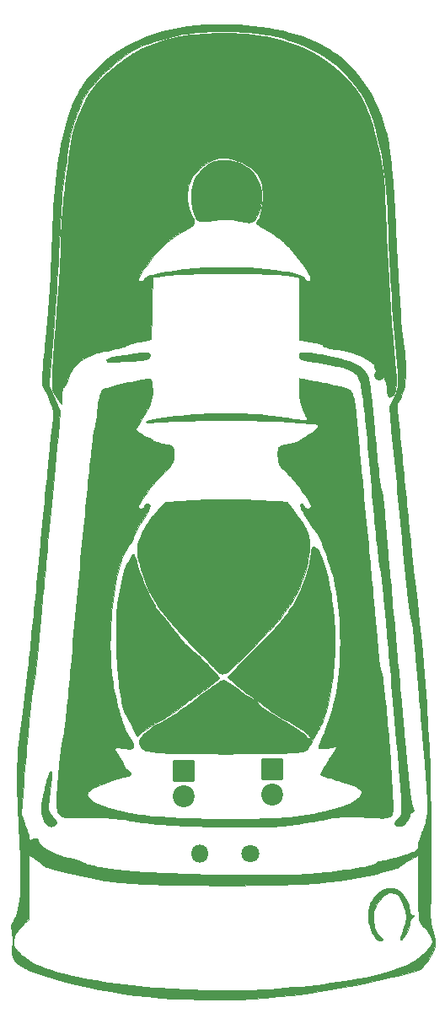
<source format=gbr>
%TF.GenerationSoftware,KiCad,Pcbnew,(6.0.1)*%
%TF.CreationDate,2022-06-23T18:30:01-05:00*%
%TF.ProjectId,lantern-lts,6c616e74-6572-46e2-9d6c-74732e6b6963,rev?*%
%TF.SameCoordinates,Original*%
%TF.FileFunction,Soldermask,Top*%
%TF.FilePolarity,Negative*%
%FSLAX46Y46*%
G04 Gerber Fmt 4.6, Leading zero omitted, Abs format (unit mm)*
G04 Created by KiCad (PCBNEW (6.0.1)) date 2022-06-23 18:30:01*
%MOMM*%
%LPD*%
G01*
G04 APERTURE LIST*
G04 Aperture macros list*
%AMRoundRect*
0 Rectangle with rounded corners*
0 $1 Rounding radius*
0 $2 $3 $4 $5 $6 $7 $8 $9 X,Y pos of 4 corners*
0 Add a 4 corners polygon primitive as box body*
4,1,4,$2,$3,$4,$5,$6,$7,$8,$9,$2,$3,0*
0 Add four circle primitives for the rounded corners*
1,1,$1+$1,$2,$3*
1,1,$1+$1,$4,$5*
1,1,$1+$1,$6,$7*
1,1,$1+$1,$8,$9*
0 Add four rect primitives between the rounded corners*
20,1,$1+$1,$2,$3,$4,$5,0*
20,1,$1+$1,$4,$5,$6,$7,0*
20,1,$1+$1,$6,$7,$8,$9,0*
20,1,$1+$1,$8,$9,$2,$3,0*%
G04 Aperture macros list end*
%ADD10C,0.010000*%
%ADD11C,6.400000*%
%ADD12C,1.050000*%
%ADD13C,1.800000*%
%ADD14O,1.800000X1.800000*%
%ADD15RoundRect,0.200000X-0.900000X0.900000X-0.900000X-0.900000X0.900000X-0.900000X0.900000X0.900000X0*%
%ADD16C,2.200000*%
G04 APERTURE END LIST*
D10*
%TO.C,G\u002A\u002A\u002A*%
X131044017Y-84310470D02*
X131074936Y-84317242D01*
X131074936Y-84317242D02*
X131141518Y-84330228D01*
X131141518Y-84330228D02*
X131237730Y-84348307D01*
X131237730Y-84348307D02*
X131357542Y-84370356D01*
X131357542Y-84370356D02*
X131494922Y-84395254D01*
X131494922Y-84395254D02*
X131623139Y-84418198D01*
X131623139Y-84418198D02*
X131804706Y-84451292D01*
X131804706Y-84451292D02*
X132018011Y-84491518D01*
X132018011Y-84491518D02*
X132258042Y-84537843D01*
X132258042Y-84537843D02*
X132519786Y-84589235D01*
X132519786Y-84589235D02*
X132798233Y-84644660D01*
X132798233Y-84644660D02*
X133088370Y-84703086D01*
X133088370Y-84703086D02*
X133385185Y-84763480D01*
X133385185Y-84763480D02*
X133683668Y-84824808D01*
X133683668Y-84824808D02*
X133978805Y-84886039D01*
X133978805Y-84886039D02*
X134265586Y-84946139D01*
X134265586Y-84946139D02*
X134538998Y-85004075D01*
X134538998Y-85004075D02*
X134794030Y-85058814D01*
X134794030Y-85058814D02*
X135025670Y-85109324D01*
X135025670Y-85109324D02*
X135228907Y-85154572D01*
X135228907Y-85154572D02*
X135398727Y-85193524D01*
X135398727Y-85193524D02*
X135486056Y-85214307D01*
X135486056Y-85214307D02*
X135641161Y-85255954D01*
X135641161Y-85255954D02*
X135780333Y-85303232D01*
X135780333Y-85303232D02*
X135904756Y-85358658D01*
X135904756Y-85358658D02*
X136015617Y-85424749D01*
X136015617Y-85424749D02*
X136114099Y-85504020D01*
X136114099Y-85504020D02*
X136201390Y-85598987D01*
X136201390Y-85598987D02*
X136278675Y-85712167D01*
X136278675Y-85712167D02*
X136347139Y-85846075D01*
X136347139Y-85846075D02*
X136407968Y-86003229D01*
X136407968Y-86003229D02*
X136462347Y-86186143D01*
X136462347Y-86186143D02*
X136511461Y-86397335D01*
X136511461Y-86397335D02*
X136556497Y-86639320D01*
X136556497Y-86639320D02*
X136598640Y-86914614D01*
X136598640Y-86914614D02*
X136639075Y-87225734D01*
X136639075Y-87225734D02*
X136678987Y-87575196D01*
X136678987Y-87575196D02*
X136702278Y-87795604D01*
X136702278Y-87795604D02*
X136713143Y-87903125D01*
X136713143Y-87903125D02*
X136727254Y-88046340D01*
X136727254Y-88046340D02*
X136743992Y-88218788D01*
X136743992Y-88218788D02*
X136762739Y-88414007D01*
X136762739Y-88414007D02*
X136782876Y-88625535D01*
X136782876Y-88625535D02*
X136803786Y-88846910D01*
X136803786Y-88846910D02*
X136824849Y-89071671D01*
X136824849Y-89071671D02*
X136841020Y-89245521D01*
X136841020Y-89245521D02*
X136851304Y-89355992D01*
X136851304Y-89355992D02*
X136865388Y-89506505D01*
X136865388Y-89506505D02*
X136883074Y-89694956D01*
X136883074Y-89694956D02*
X136904162Y-89919241D01*
X136904162Y-89919241D02*
X136928455Y-90177258D01*
X136928455Y-90177258D02*
X136955752Y-90466904D01*
X136955752Y-90466904D02*
X136985856Y-90786076D01*
X136985856Y-90786076D02*
X137018568Y-91132670D01*
X137018568Y-91132670D02*
X137053689Y-91504583D01*
X137053689Y-91504583D02*
X137091020Y-91899713D01*
X137091020Y-91899713D02*
X137130364Y-92315957D01*
X137130364Y-92315957D02*
X137171520Y-92751211D01*
X137171520Y-92751211D02*
X137214290Y-93203372D01*
X137214290Y-93203372D02*
X137258476Y-93670337D01*
X137258476Y-93670337D02*
X137303879Y-94150003D01*
X137303879Y-94150003D02*
X137350301Y-94640267D01*
X137350301Y-94640267D02*
X137397542Y-95139026D01*
X137397542Y-95139026D02*
X137445403Y-95644177D01*
X137445403Y-95644177D02*
X137493687Y-96153617D01*
X137493687Y-96153617D02*
X137496964Y-96188188D01*
X137496964Y-96188188D02*
X137580801Y-97072750D01*
X137580801Y-97072750D02*
X137660741Y-97916548D01*
X137660741Y-97916548D02*
X137736909Y-98720960D01*
X137736909Y-98720960D02*
X137809436Y-99487364D01*
X137809436Y-99487364D02*
X137878447Y-100217137D01*
X137878447Y-100217137D02*
X137944072Y-100911657D01*
X137944072Y-100911657D02*
X138006437Y-101572301D01*
X138006437Y-101572301D02*
X138065671Y-102200448D01*
X138065671Y-102200448D02*
X138121901Y-102797475D01*
X138121901Y-102797475D02*
X138175254Y-103364759D01*
X138175254Y-103364759D02*
X138225860Y-103903679D01*
X138225860Y-103903679D02*
X138273845Y-104415612D01*
X138273845Y-104415612D02*
X138319338Y-104901935D01*
X138319338Y-104901935D02*
X138362466Y-105364027D01*
X138362466Y-105364027D02*
X138403356Y-105803264D01*
X138403356Y-105803264D02*
X138442137Y-106221026D01*
X138442137Y-106221026D02*
X138478936Y-106618689D01*
X138478936Y-106618689D02*
X138513881Y-106997630D01*
X138513881Y-106997630D02*
X138547101Y-107359229D01*
X138547101Y-107359229D02*
X138578721Y-107704862D01*
X138578721Y-107704862D02*
X138608871Y-108035907D01*
X138608871Y-108035907D02*
X138637678Y-108353742D01*
X138637678Y-108353742D02*
X138665270Y-108659744D01*
X138665270Y-108659744D02*
X138691775Y-108955292D01*
X138691775Y-108955292D02*
X138717320Y-109241762D01*
X138717320Y-109241762D02*
X138742033Y-109520533D01*
X138742033Y-109520533D02*
X138766042Y-109792981D01*
X138766042Y-109792981D02*
X138789475Y-110060486D01*
X138789475Y-110060486D02*
X138812459Y-110324424D01*
X138812459Y-110324424D02*
X138835122Y-110586174D01*
X138835122Y-110586174D02*
X138857592Y-110847112D01*
X138857592Y-110847112D02*
X138872932Y-111026021D01*
X138872932Y-111026021D02*
X138908485Y-111432524D01*
X138908485Y-111432524D02*
X138942146Y-111798523D01*
X138942146Y-111798523D02*
X138974155Y-112125793D01*
X138974155Y-112125793D02*
X139004756Y-112416109D01*
X139004756Y-112416109D02*
X139034189Y-112671246D01*
X139034189Y-112671246D02*
X139062697Y-112892979D01*
X139062697Y-112892979D02*
X139090521Y-113083083D01*
X139090521Y-113083083D02*
X139117902Y-113243335D01*
X139117902Y-113243335D02*
X139145084Y-113375508D01*
X139145084Y-113375508D02*
X139172306Y-113481378D01*
X139172306Y-113481378D02*
X139199813Y-113562720D01*
X139199813Y-113562720D02*
X139225962Y-113618091D01*
X139225962Y-113618091D02*
X139254564Y-113684987D01*
X139254564Y-113684987D02*
X139284756Y-113789321D01*
X139284756Y-113789321D02*
X139316613Y-113931593D01*
X139316613Y-113931593D02*
X139350206Y-114112305D01*
X139350206Y-114112305D02*
X139385611Y-114331957D01*
X139385611Y-114331957D02*
X139422899Y-114591051D01*
X139422899Y-114591051D02*
X139462145Y-114890086D01*
X139462145Y-114890086D02*
X139503423Y-115229564D01*
X139503423Y-115229564D02*
X139546804Y-115609986D01*
X139546804Y-115609986D02*
X139592364Y-116031853D01*
X139592364Y-116031853D02*
X139623153Y-116328271D01*
X139623153Y-116328271D02*
X139675027Y-116843842D01*
X139675027Y-116843842D02*
X139726464Y-117372872D01*
X139726464Y-117372872D02*
X139777294Y-117912934D01*
X139777294Y-117912934D02*
X139827347Y-118461599D01*
X139827347Y-118461599D02*
X139876454Y-119016442D01*
X139876454Y-119016442D02*
X139924444Y-119575034D01*
X139924444Y-119575034D02*
X139971148Y-120134948D01*
X139971148Y-120134948D02*
X140016396Y-120693757D01*
X140016396Y-120693757D02*
X140060018Y-121249033D01*
X140060018Y-121249033D02*
X140101843Y-121798349D01*
X140101843Y-121798349D02*
X140141702Y-122339277D01*
X140141702Y-122339277D02*
X140179426Y-122869391D01*
X140179426Y-122869391D02*
X140214843Y-123386263D01*
X140214843Y-123386263D02*
X140247785Y-123887465D01*
X140247785Y-123887465D02*
X140278081Y-124370570D01*
X140278081Y-124370570D02*
X140305562Y-124833151D01*
X140305562Y-124833151D02*
X140330057Y-125272780D01*
X140330057Y-125272780D02*
X140351397Y-125687030D01*
X140351397Y-125687030D02*
X140369411Y-126073474D01*
X140369411Y-126073474D02*
X140383930Y-126429684D01*
X140383930Y-126429684D02*
X140394784Y-126753233D01*
X140394784Y-126753233D02*
X140401803Y-127041693D01*
X140401803Y-127041693D02*
X140404817Y-127292638D01*
X140404817Y-127292638D02*
X140403984Y-127483104D01*
X140403984Y-127483104D02*
X140401295Y-127651013D01*
X140401295Y-127651013D02*
X140397747Y-127782866D01*
X140397747Y-127782866D02*
X140391886Y-127884936D01*
X140391886Y-127884936D02*
X140382255Y-127963496D01*
X140382255Y-127963496D02*
X140367401Y-128024819D01*
X140367401Y-128024819D02*
X140345867Y-128075178D01*
X140345867Y-128075178D02*
X140316199Y-128120846D01*
X140316199Y-128120846D02*
X140276941Y-128168096D01*
X140276941Y-128168096D02*
X140234202Y-128214993D01*
X140234202Y-128214993D02*
X140182565Y-128263695D01*
X140182565Y-128263695D02*
X140121859Y-128305831D01*
X140121859Y-128305831D02*
X140049482Y-128341569D01*
X140049482Y-128341569D02*
X139962833Y-128371075D01*
X139962833Y-128371075D02*
X139859308Y-128394518D01*
X139859308Y-128394518D02*
X139736308Y-128412064D01*
X139736308Y-128412064D02*
X139591230Y-128423881D01*
X139591230Y-128423881D02*
X139421473Y-128430137D01*
X139421473Y-128430137D02*
X139224434Y-128430998D01*
X139224434Y-128430998D02*
X138997512Y-128426631D01*
X138997512Y-128426631D02*
X138738106Y-128417205D01*
X138738106Y-128417205D02*
X138443613Y-128402887D01*
X138443613Y-128402887D02*
X138111433Y-128383843D01*
X138111433Y-128383843D02*
X137856723Y-128367895D01*
X137856723Y-128367895D02*
X137627837Y-128354903D01*
X137627837Y-128354903D02*
X137378080Y-128343813D01*
X137378080Y-128343813D02*
X137113201Y-128334669D01*
X137113201Y-128334669D02*
X136838947Y-128327512D01*
X136838947Y-128327512D02*
X136561067Y-128322387D01*
X136561067Y-128322387D02*
X136285309Y-128319334D01*
X136285309Y-128319334D02*
X136017421Y-128318397D01*
X136017421Y-128318397D02*
X135763152Y-128319618D01*
X135763152Y-128319618D02*
X135528251Y-128323039D01*
X135528251Y-128323039D02*
X135318465Y-128328704D01*
X135318465Y-128328704D02*
X135139542Y-128336655D01*
X135139542Y-128336655D02*
X134999223Y-128346748D01*
X134999223Y-128346748D02*
X134687738Y-128380081D01*
X134687738Y-128380081D02*
X134360882Y-128423845D01*
X134360882Y-128423845D02*
X134012087Y-128479059D01*
X134012087Y-128479059D02*
X133634784Y-128546742D01*
X133634784Y-128546742D02*
X133337639Y-128604597D01*
X133337639Y-128604597D02*
X133080812Y-128655773D01*
X133080812Y-128655773D02*
X132854700Y-128700107D01*
X132854700Y-128700107D02*
X132648612Y-128739558D01*
X132648612Y-128739558D02*
X132451855Y-128776087D01*
X132451855Y-128776087D02*
X132253737Y-128811654D01*
X132253737Y-128811654D02*
X132043565Y-128848218D01*
X132043565Y-128848218D02*
X131810647Y-128887741D01*
X131810647Y-128887741D02*
X131612556Y-128920844D01*
X131612556Y-128920844D02*
X131209433Y-128986629D01*
X131209433Y-128986629D02*
X130840041Y-129043986D01*
X130840041Y-129043986D02*
X130496800Y-129093720D01*
X130496800Y-129093720D02*
X130172126Y-129136637D01*
X130172126Y-129136637D02*
X129858438Y-129173544D01*
X129858438Y-129173544D02*
X129548154Y-129205247D01*
X129548154Y-129205247D02*
X129233692Y-129232552D01*
X129233692Y-129232552D02*
X128907470Y-129256265D01*
X128907470Y-129256265D02*
X128561907Y-129277193D01*
X128561907Y-129277193D02*
X128189419Y-129296140D01*
X128189419Y-129296140D02*
X128003639Y-129304558D01*
X128003639Y-129304558D02*
X127911297Y-129307700D01*
X127911297Y-129307700D02*
X127780639Y-129310813D01*
X127780639Y-129310813D02*
X127615681Y-129313872D01*
X127615681Y-129313872D02*
X127420441Y-129316852D01*
X127420441Y-129316852D02*
X127198934Y-129319729D01*
X127198934Y-129319729D02*
X126955178Y-129322477D01*
X126955178Y-129322477D02*
X126693190Y-129325072D01*
X126693190Y-129325072D02*
X126416987Y-129327489D01*
X126416987Y-129327489D02*
X126130585Y-129329703D01*
X126130585Y-129329703D02*
X125838001Y-129331690D01*
X125838001Y-129331690D02*
X125543253Y-129333423D01*
X125543253Y-129333423D02*
X125250356Y-129334879D01*
X125250356Y-129334879D02*
X124963329Y-129336033D01*
X124963329Y-129336033D02*
X124686187Y-129336859D01*
X124686187Y-129336859D02*
X124422947Y-129337334D01*
X124422947Y-129337334D02*
X124177627Y-129337431D01*
X124177627Y-129337431D02*
X123954243Y-129337126D01*
X123954243Y-129337126D02*
X123756812Y-129336395D01*
X123756812Y-129336395D02*
X123589351Y-129335212D01*
X123589351Y-129335212D02*
X123455877Y-129333553D01*
X123455877Y-129333553D02*
X123421056Y-129332919D01*
X123421056Y-129332919D02*
X122531131Y-129312998D01*
X122531131Y-129312998D02*
X121677322Y-129289764D01*
X121677322Y-129289764D02*
X120860272Y-129263249D01*
X120860272Y-129263249D02*
X120080626Y-129233485D01*
X120080626Y-129233485D02*
X119339031Y-129200504D01*
X119339031Y-129200504D02*
X118636130Y-129164338D01*
X118636130Y-129164338D02*
X117972568Y-129125019D01*
X117972568Y-129125019D02*
X117348990Y-129082579D01*
X117348990Y-129082579D02*
X116766042Y-129037050D01*
X116766042Y-129037050D02*
X116224367Y-128988463D01*
X116224367Y-128988463D02*
X115980973Y-128964246D01*
X115980973Y-128964246D02*
X115676857Y-128931595D01*
X115676857Y-128931595D02*
X115403111Y-128899083D01*
X115403111Y-128899083D02*
X115147812Y-128865053D01*
X115147812Y-128865053D02*
X114899035Y-128827848D01*
X114899035Y-128827848D02*
X114644855Y-128785810D01*
X114644855Y-128785810D02*
X114454191Y-128752052D01*
X114454191Y-128752052D02*
X114099606Y-128689355D01*
X114099606Y-128689355D02*
X113776717Y-128635755D01*
X113776717Y-128635755D02*
X113476185Y-128589946D01*
X113476185Y-128589946D02*
X113188671Y-128550624D01*
X113188671Y-128550624D02*
X112904833Y-128516483D01*
X112904833Y-128516483D02*
X112615335Y-128486218D01*
X112615335Y-128486218D02*
X112424973Y-128468476D01*
X112424973Y-128468476D02*
X112219479Y-128450804D01*
X112219479Y-128450804D02*
X112027422Y-128435922D01*
X112027422Y-128435922D02*
X111843350Y-128423693D01*
X111843350Y-128423693D02*
X111661811Y-128413982D01*
X111661811Y-128413982D02*
X111477352Y-128406653D01*
X111477352Y-128406653D02*
X111284522Y-128401569D01*
X111284522Y-128401569D02*
X111077868Y-128398595D01*
X111077868Y-128398595D02*
X110851939Y-128397595D01*
X110851939Y-128397595D02*
X110601283Y-128398432D01*
X110601283Y-128398432D02*
X110320447Y-128400972D01*
X110320447Y-128400972D02*
X110003980Y-128405078D01*
X110003980Y-128405078D02*
X109927306Y-128406204D01*
X109927306Y-128406204D02*
X109573825Y-128411260D01*
X109573825Y-128411260D02*
X109259915Y-128415238D01*
X109259915Y-128415238D02*
X108982824Y-128418118D01*
X108982824Y-128418118D02*
X108739803Y-128419885D01*
X108739803Y-128419885D02*
X108528102Y-128420521D01*
X108528102Y-128420521D02*
X108344971Y-128420008D01*
X108344971Y-128420008D02*
X108187659Y-128418329D01*
X108187659Y-128418329D02*
X108053417Y-128415468D01*
X108053417Y-128415468D02*
X107939494Y-128411407D01*
X107939494Y-128411407D02*
X107843140Y-128406128D01*
X107843140Y-128406128D02*
X107761606Y-128399615D01*
X107761606Y-128399615D02*
X107694977Y-128392218D01*
X107694977Y-128392218D02*
X107462351Y-128350413D01*
X107462351Y-128350413D02*
X107265311Y-128288361D01*
X107265311Y-128288361D02*
X107101221Y-128204009D01*
X107101221Y-128204009D02*
X106967441Y-128095302D01*
X106967441Y-128095302D02*
X106861334Y-127960187D01*
X106861334Y-127960187D02*
X106780262Y-127796610D01*
X106780262Y-127796610D02*
X106731112Y-127641748D01*
X106731112Y-127641748D02*
X106707484Y-127538709D01*
X106707484Y-127538709D02*
X106688147Y-127429055D01*
X106688147Y-127429055D02*
X106673147Y-127309849D01*
X106673147Y-127309849D02*
X106662530Y-127178152D01*
X106662530Y-127178152D02*
X106656342Y-127031024D01*
X106656342Y-127031024D02*
X106654629Y-126865528D01*
X106654629Y-126865528D02*
X106657438Y-126678724D01*
X106657438Y-126678724D02*
X106664815Y-126467675D01*
X106664815Y-126467675D02*
X106676806Y-126229440D01*
X106676806Y-126229440D02*
X106693457Y-125961083D01*
X106693457Y-125961083D02*
X106714814Y-125659663D01*
X106714814Y-125659663D02*
X106740924Y-125322242D01*
X106740924Y-125322242D02*
X106771832Y-124945882D01*
X106771832Y-124945882D02*
X106773845Y-124921938D01*
X106773845Y-124921938D02*
X106818247Y-124403773D01*
X106818247Y-124403773D02*
X106862145Y-123909925D01*
X106862145Y-123909925D02*
X106905387Y-123441688D01*
X106905387Y-123441688D02*
X106947821Y-123000358D01*
X106947821Y-123000358D02*
X106989296Y-122587231D01*
X106989296Y-122587231D02*
X107029661Y-122203604D01*
X107029661Y-122203604D02*
X107068763Y-121850770D01*
X107068763Y-121850770D02*
X107106452Y-121530027D01*
X107106452Y-121530027D02*
X107142576Y-121242669D01*
X107142576Y-121242669D02*
X107176983Y-120989994D01*
X107176983Y-120989994D02*
X107209522Y-120773296D01*
X107209522Y-120773296D02*
X107240041Y-120593871D01*
X107240041Y-120593871D02*
X107268389Y-120453014D01*
X107268389Y-120453014D02*
X107294414Y-120352023D01*
X107294414Y-120352023D02*
X107314449Y-120298786D01*
X107314449Y-120298786D02*
X107336770Y-120235701D01*
X107336770Y-120235701D02*
X107361812Y-120130600D01*
X107361812Y-120130600D02*
X107389548Y-119983716D01*
X107389548Y-119983716D02*
X107419954Y-119795277D01*
X107419954Y-119795277D02*
X107453004Y-119565514D01*
X107453004Y-119565514D02*
X107488673Y-119294657D01*
X107488673Y-119294657D02*
X107526936Y-118982936D01*
X107526936Y-118982936D02*
X107567768Y-118630580D01*
X107567768Y-118630580D02*
X107611144Y-118237820D01*
X107611144Y-118237820D02*
X107657038Y-117804886D01*
X107657038Y-117804886D02*
X107705426Y-117332008D01*
X107705426Y-117332008D02*
X107756282Y-116819415D01*
X107756282Y-116819415D02*
X107809581Y-116267338D01*
X107809581Y-116267338D02*
X107865298Y-115676007D01*
X107865298Y-115676007D02*
X107923407Y-115045652D01*
X107923407Y-115045652D02*
X107983885Y-114376502D01*
X107983885Y-114376502D02*
X108046704Y-113668788D01*
X108046704Y-113668788D02*
X108075209Y-113343771D01*
X108075209Y-113343771D02*
X108149109Y-112501037D01*
X108149109Y-112501037D02*
X108223776Y-111655252D01*
X108223776Y-111655252D02*
X108299089Y-110807643D01*
X108299089Y-110807643D02*
X108374927Y-109959437D01*
X108374927Y-109959437D02*
X108451171Y-109111863D01*
X108451171Y-109111863D02*
X108527701Y-108266147D01*
X108527701Y-108266147D02*
X108604395Y-107423517D01*
X108604395Y-107423517D02*
X108681135Y-106585201D01*
X108681135Y-106585201D02*
X108757800Y-105752426D01*
X108757800Y-105752426D02*
X108834269Y-104926420D01*
X108834269Y-104926420D02*
X108910422Y-104108410D01*
X108910422Y-104108410D02*
X108986140Y-103299624D01*
X108986140Y-103299624D02*
X109061302Y-102501289D01*
X109061302Y-102501289D02*
X109135788Y-101714634D01*
X109135788Y-101714634D02*
X109209478Y-100940885D01*
X109209478Y-100940885D02*
X109282251Y-100181270D01*
X109282251Y-100181270D02*
X109353987Y-99437017D01*
X109353987Y-99437017D02*
X109424567Y-98709353D01*
X109424567Y-98709353D02*
X109493869Y-97999505D01*
X109493869Y-97999505D02*
X109561775Y-97308702D01*
X109561775Y-97308702D02*
X109628163Y-96638171D01*
X109628163Y-96638171D02*
X109692913Y-95989139D01*
X109692913Y-95989139D02*
X109755906Y-95362834D01*
X109755906Y-95362834D02*
X109817020Y-94760483D01*
X109817020Y-94760483D02*
X109876137Y-94183315D01*
X109876137Y-94183315D02*
X109933135Y-93632556D01*
X109933135Y-93632556D02*
X109987894Y-93109434D01*
X109987894Y-93109434D02*
X110040295Y-92615176D01*
X110040295Y-92615176D02*
X110090217Y-92151011D01*
X110090217Y-92151011D02*
X110137540Y-91718166D01*
X110137540Y-91718166D02*
X110182144Y-91317867D01*
X110182144Y-91317867D02*
X110223908Y-90951344D01*
X110223908Y-90951344D02*
X110262713Y-90619823D01*
X110262713Y-90619823D02*
X110298438Y-90324532D01*
X110298438Y-90324532D02*
X110330962Y-90066698D01*
X110330962Y-90066698D02*
X110360167Y-89847549D01*
X110360167Y-89847549D02*
X110385931Y-89668313D01*
X110385931Y-89668313D02*
X110404885Y-89549151D01*
X110404885Y-89549151D02*
X110424595Y-89451221D01*
X110424595Y-89451221D02*
X110448938Y-89356397D01*
X110448938Y-89356397D02*
X110473320Y-89282124D01*
X110473320Y-89282124D02*
X110478390Y-89269919D01*
X110478390Y-89269919D02*
X110511432Y-89179450D01*
X110511432Y-89179450D02*
X110544445Y-89056874D01*
X110544445Y-89056874D02*
X110577673Y-88900717D01*
X110577673Y-88900717D02*
X110611355Y-88709507D01*
X110611355Y-88709507D02*
X110645733Y-88481769D01*
X110645733Y-88481769D02*
X110681047Y-88216030D01*
X110681047Y-88216030D02*
X110717538Y-87910817D01*
X110717538Y-87910817D02*
X110752290Y-87594521D01*
X110752290Y-87594521D02*
X110796937Y-87202898D01*
X110796937Y-87202898D02*
X110843501Y-86852563D01*
X110843501Y-86852563D02*
X110892183Y-86542506D01*
X110892183Y-86542506D02*
X110943184Y-86271716D01*
X110943184Y-86271716D02*
X110996703Y-86039182D01*
X110996703Y-86039182D02*
X111052941Y-85843895D01*
X111052941Y-85843895D02*
X111112098Y-85684843D01*
X111112098Y-85684843D02*
X111144350Y-85615589D01*
X111144350Y-85615589D02*
X111179570Y-85553611D01*
X111179570Y-85553611D02*
X111219738Y-85502308D01*
X111219738Y-85502308D02*
X111270812Y-85458148D01*
X111270812Y-85458148D02*
X111338752Y-85417600D01*
X111338752Y-85417600D02*
X111429520Y-85377133D01*
X111429520Y-85377133D02*
X111549075Y-85333216D01*
X111549075Y-85333216D02*
X111703378Y-85282319D01*
X111703378Y-85282319D02*
X111710998Y-85279883D01*
X111710998Y-85279883D02*
X111953882Y-85205632D01*
X111953882Y-85205632D02*
X112227090Y-85127953D01*
X112227090Y-85127953D02*
X112525005Y-85048086D01*
X112525005Y-85048086D02*
X112842010Y-84967272D01*
X112842010Y-84967272D02*
X113172488Y-84886752D01*
X113172488Y-84886752D02*
X113510821Y-84807765D01*
X113510821Y-84807765D02*
X113851392Y-84731552D01*
X113851392Y-84731552D02*
X114188584Y-84659354D01*
X114188584Y-84659354D02*
X114516780Y-84592411D01*
X114516780Y-84592411D02*
X114830363Y-84531964D01*
X114830363Y-84531964D02*
X115123714Y-84479253D01*
X115123714Y-84479253D02*
X115391218Y-84435519D01*
X115391218Y-84435519D02*
X115627256Y-84402001D01*
X115627256Y-84402001D02*
X115754171Y-84387019D01*
X115754171Y-84387019D02*
X115857942Y-84376777D01*
X115857942Y-84376777D02*
X115928954Y-84372511D01*
X115928954Y-84372511D02*
X115976406Y-84374537D01*
X115976406Y-84374537D02*
X116009491Y-84383175D01*
X116009491Y-84383175D02*
X116034357Y-84396714D01*
X116034357Y-84396714D02*
X116095375Y-84459646D01*
X116095375Y-84459646D02*
X116147893Y-84563054D01*
X116147893Y-84563054D02*
X116191993Y-84707202D01*
X116191993Y-84707202D02*
X116227756Y-84892357D01*
X116227756Y-84892357D02*
X116255206Y-85118175D01*
X116255206Y-85118175D02*
X116276575Y-85478003D01*
X116276575Y-85478003D02*
X116269358Y-85819249D01*
X116269358Y-85819249D02*
X116232162Y-86148098D01*
X116232162Y-86148098D02*
X116163596Y-86470738D01*
X116163596Y-86470738D02*
X116062267Y-86793358D01*
X116062267Y-86793358D02*
X115926784Y-87122146D01*
X115926784Y-87122146D02*
X115755754Y-87463288D01*
X115755754Y-87463288D02*
X115708272Y-87549458D01*
X115708272Y-87549458D02*
X115671428Y-87613305D01*
X115671428Y-87613305D02*
X115615281Y-87708073D01*
X115615281Y-87708073D02*
X115542901Y-87828745D01*
X115542901Y-87828745D02*
X115457361Y-87970305D01*
X115457361Y-87970305D02*
X115361732Y-88127737D01*
X115361732Y-88127737D02*
X115259086Y-88296026D01*
X115259086Y-88296026D02*
X115152494Y-88470154D01*
X115152494Y-88470154D02*
X115045029Y-88645107D01*
X115045029Y-88645107D02*
X114939762Y-88815867D01*
X114939762Y-88815867D02*
X114839764Y-88977418D01*
X114839764Y-88977418D02*
X114748108Y-89124745D01*
X114748108Y-89124745D02*
X114667865Y-89252832D01*
X114667865Y-89252832D02*
X114602107Y-89356661D01*
X114602107Y-89356661D02*
X114590401Y-89374952D01*
X114590401Y-89374952D02*
X114582200Y-89391752D01*
X114582200Y-89391752D02*
X114582775Y-89409668D01*
X114582775Y-89409668D02*
X114595998Y-89432815D01*
X114595998Y-89432815D02*
X114625742Y-89465305D01*
X114625742Y-89465305D02*
X114675879Y-89511251D01*
X114675879Y-89511251D02*
X114750281Y-89574767D01*
X114750281Y-89574767D02*
X114852821Y-89659966D01*
X114852821Y-89659966D02*
X114879348Y-89681868D01*
X114879348Y-89681868D02*
X115087612Y-89847990D01*
X115087612Y-89847990D02*
X115273423Y-89983371D01*
X115273423Y-89983371D02*
X115440826Y-90090284D01*
X115440826Y-90090284D02*
X115593866Y-90171001D01*
X115593866Y-90171001D02*
X115736590Y-90227797D01*
X115736590Y-90227797D02*
X115873044Y-90262943D01*
X115873044Y-90262943D02*
X115929510Y-90271801D01*
X115929510Y-90271801D02*
X116064359Y-90299895D01*
X116064359Y-90299895D02*
X116164107Y-90346657D01*
X116164107Y-90346657D02*
X116232843Y-90414756D01*
X116232843Y-90414756D02*
X116270898Y-90494354D01*
X116270898Y-90494354D02*
X116295354Y-90540257D01*
X116295354Y-90540257D02*
X116340149Y-90583820D01*
X116340149Y-90583820D02*
X116407775Y-90625830D01*
X116407775Y-90625830D02*
X116500728Y-90667074D01*
X116500728Y-90667074D02*
X116621503Y-90708340D01*
X116621503Y-90708340D02*
X116772594Y-90750415D01*
X116772594Y-90750415D02*
X116956496Y-90794087D01*
X116956496Y-90794087D02*
X117175704Y-90840142D01*
X117175704Y-90840142D02*
X117432711Y-90889367D01*
X117432711Y-90889367D02*
X117642556Y-90927213D01*
X117642556Y-90927213D02*
X117818277Y-90960943D01*
X117818277Y-90960943D02*
X117957951Y-90994437D01*
X117957951Y-90994437D02*
X118067792Y-91029927D01*
X118067792Y-91029927D02*
X118154014Y-91069645D01*
X118154014Y-91069645D02*
X118222832Y-91115824D01*
X118222832Y-91115824D02*
X118259706Y-91148897D01*
X118259706Y-91148897D02*
X118309667Y-91204510D01*
X118309667Y-91204510D02*
X118348368Y-91264167D01*
X118348368Y-91264167D02*
X118377167Y-91334025D01*
X118377167Y-91334025D02*
X118397421Y-91420242D01*
X118397421Y-91420242D02*
X118410489Y-91528973D01*
X118410489Y-91528973D02*
X118417729Y-91666375D01*
X118417729Y-91666375D02*
X118420500Y-91838607D01*
X118420500Y-91838607D02*
X118420638Y-91878475D01*
X118420638Y-91878475D02*
X118418255Y-92067562D01*
X118418255Y-92067562D02*
X118408856Y-92236974D01*
X118408856Y-92236974D02*
X118390219Y-92391018D01*
X118390219Y-92391018D02*
X118360121Y-92534000D01*
X118360121Y-92534000D02*
X118316338Y-92670227D01*
X118316338Y-92670227D02*
X118256648Y-92804005D01*
X118256648Y-92804005D02*
X118178828Y-92939640D01*
X118178828Y-92939640D02*
X118080653Y-93081439D01*
X118080653Y-93081439D02*
X117959902Y-93233708D01*
X117959902Y-93233708D02*
X117814351Y-93400754D01*
X117814351Y-93400754D02*
X117641778Y-93586883D01*
X117641778Y-93586883D02*
X117439958Y-93796401D01*
X117439958Y-93796401D02*
X117419991Y-93816851D01*
X117419991Y-93816851D02*
X117111530Y-94137112D01*
X117111530Y-94137112D02*
X116829949Y-94439723D01*
X116829949Y-94439723D02*
X116568407Y-94732633D01*
X116568407Y-94732633D02*
X116320068Y-95023789D01*
X116320068Y-95023789D02*
X116078091Y-95321140D01*
X116078091Y-95321140D02*
X115835639Y-95632634D01*
X115835639Y-95632634D02*
X115680151Y-95838938D01*
X115680151Y-95838938D02*
X115519237Y-96058964D01*
X115519237Y-96058964D02*
X115371472Y-96269222D01*
X115371472Y-96269222D02*
X115238512Y-96466922D01*
X115238512Y-96466922D02*
X115122012Y-96649275D01*
X115122012Y-96649275D02*
X115023629Y-96813490D01*
X115023629Y-96813490D02*
X114945018Y-96956780D01*
X114945018Y-96956780D02*
X114887834Y-97076355D01*
X114887834Y-97076355D02*
X114853734Y-97169425D01*
X114853734Y-97169425D02*
X114844373Y-97233201D01*
X114844373Y-97233201D02*
X114846050Y-97244071D01*
X114846050Y-97244071D02*
X114879872Y-97298129D01*
X114879872Y-97298129D02*
X114945127Y-97340878D01*
X114945127Y-97340878D02*
X115031920Y-97370201D01*
X115031920Y-97370201D02*
X115130361Y-97383979D01*
X115130361Y-97383979D02*
X115230557Y-97380094D01*
X115230557Y-97380094D02*
X115322615Y-97356428D01*
X115322615Y-97356428D02*
X115338414Y-97349500D01*
X115338414Y-97349500D02*
X115409929Y-97296022D01*
X115409929Y-97296022D02*
X115457943Y-97221223D01*
X115457943Y-97221223D02*
X115472973Y-97149529D01*
X115472973Y-97149529D02*
X115490684Y-97080125D01*
X115490684Y-97080125D02*
X115536776Y-97008509D01*
X115536776Y-97008509D02*
X115600686Y-96949065D01*
X115600686Y-96949065D02*
X115635003Y-96928883D01*
X115635003Y-96928883D02*
X115732439Y-96903539D01*
X115732439Y-96903539D02*
X115835575Y-96910863D01*
X115835575Y-96910863D02*
X115927367Y-96949325D01*
X115927367Y-96949325D02*
X115936807Y-96955957D01*
X115936807Y-96955957D02*
X115983504Y-97003868D01*
X115983504Y-97003868D02*
X116011439Y-97065995D01*
X116011439Y-97065995D02*
X116019860Y-97144192D01*
X116019860Y-97144192D02*
X116008015Y-97240314D01*
X116008015Y-97240314D02*
X115975152Y-97356214D01*
X115975152Y-97356214D02*
X115920520Y-97493746D01*
X115920520Y-97493746D02*
X115843367Y-97654764D01*
X115843367Y-97654764D02*
X115742940Y-97841122D01*
X115742940Y-97841122D02*
X115618487Y-98054674D01*
X115618487Y-98054674D02*
X115469258Y-98297273D01*
X115469258Y-98297273D02*
X115294500Y-98570773D01*
X115294500Y-98570773D02*
X115260974Y-98622354D01*
X115260974Y-98622354D02*
X115065037Y-98927499D01*
X115065037Y-98927499D02*
X114892184Y-99205859D01*
X114892184Y-99205859D02*
X114742924Y-99456507D01*
X114742924Y-99456507D02*
X114617767Y-99678518D01*
X114617767Y-99678518D02*
X114517221Y-99870965D01*
X114517221Y-99870965D02*
X114441797Y-100032923D01*
X114441797Y-100032923D02*
X114392004Y-100163465D01*
X114392004Y-100163465D02*
X114372331Y-100237377D01*
X114372331Y-100237377D02*
X114334987Y-100399643D01*
X114334987Y-100399643D02*
X114288796Y-100540083D01*
X114288796Y-100540083D02*
X114228382Y-100669224D01*
X114228382Y-100669224D02*
X114148369Y-100797592D01*
X114148369Y-100797592D02*
X114043382Y-100935715D01*
X114043382Y-100935715D02*
X113972579Y-101020196D01*
X113972579Y-101020196D02*
X113857761Y-101159895D01*
X113857761Y-101159895D02*
X113758684Y-101295301D01*
X113758684Y-101295301D02*
X113667580Y-101438377D01*
X113667580Y-101438377D02*
X113576682Y-101601084D01*
X113576682Y-101601084D02*
X113506801Y-101737509D01*
X113506801Y-101737509D02*
X113354644Y-102069307D01*
X113354644Y-102069307D02*
X113208622Y-102440433D01*
X113208622Y-102440433D02*
X113069137Y-102848272D01*
X113069137Y-102848272D02*
X112936589Y-103290210D01*
X112936589Y-103290210D02*
X112811379Y-103763630D01*
X112811379Y-103763630D02*
X112693906Y-104265919D01*
X112693906Y-104265919D02*
X112584573Y-104794460D01*
X112584573Y-104794460D02*
X112483780Y-105346640D01*
X112483780Y-105346640D02*
X112391927Y-105919844D01*
X112391927Y-105919844D02*
X112309415Y-106511455D01*
X112309415Y-106511455D02*
X112236644Y-107118860D01*
X112236644Y-107118860D02*
X112174017Y-107739443D01*
X112174017Y-107739443D02*
X112121932Y-108370589D01*
X112121932Y-108370589D02*
X112080791Y-109009684D01*
X112080791Y-109009684D02*
X112050995Y-109654112D01*
X112050995Y-109654112D02*
X112032945Y-110301259D01*
X112032945Y-110301259D02*
X112027040Y-110948508D01*
X112027040Y-110948508D02*
X112030001Y-111375271D01*
X112030001Y-111375271D02*
X112039675Y-111886579D01*
X112039675Y-111886579D02*
X112054803Y-112362515D01*
X112054803Y-112362515D02*
X112076036Y-112809768D01*
X112076036Y-112809768D02*
X112104021Y-113235024D01*
X112104021Y-113235024D02*
X112139408Y-113644972D01*
X112139408Y-113644972D02*
X112182845Y-114046299D01*
X112182845Y-114046299D02*
X112234982Y-114445693D01*
X112234982Y-114445693D02*
X112296466Y-114849843D01*
X112296466Y-114849843D02*
X112367948Y-115265435D01*
X112367948Y-115265435D02*
X112448916Y-115693271D01*
X112448916Y-115693271D02*
X112553127Y-116200663D01*
X112553127Y-116200663D02*
X112663526Y-116696319D01*
X112663526Y-116696319D02*
X112779126Y-117176847D01*
X112779126Y-117176847D02*
X112898944Y-117638857D01*
X112898944Y-117638857D02*
X113021994Y-118078957D01*
X113021994Y-118078957D02*
X113147291Y-118493757D01*
X113147291Y-118493757D02*
X113273851Y-118879866D01*
X113273851Y-118879866D02*
X113400687Y-119233892D01*
X113400687Y-119233892D02*
X113526816Y-119552446D01*
X113526816Y-119552446D02*
X113651032Y-119831672D01*
X113651032Y-119831672D02*
X113739582Y-120010381D01*
X113739582Y-120010381D02*
X113821989Y-120159186D01*
X113821989Y-120159186D02*
X113904684Y-120288604D01*
X113904684Y-120288604D02*
X113994095Y-120409153D01*
X113994095Y-120409153D02*
X114034227Y-120458504D01*
X114034227Y-120458504D02*
X114167557Y-120640154D01*
X114167557Y-120640154D02*
X114265907Y-120821387D01*
X114265907Y-120821387D02*
X114327532Y-120998222D01*
X114327532Y-120998222D02*
X114350690Y-121166674D01*
X114350690Y-121166674D02*
X114350827Y-121181692D01*
X114350827Y-121181692D02*
X114343794Y-121289350D01*
X114343794Y-121289350D02*
X114320188Y-121366620D01*
X114320188Y-121366620D02*
X114275349Y-121423737D01*
X114275349Y-121423737D02*
X114224092Y-121460029D01*
X114224092Y-121460029D02*
X114143656Y-121488302D01*
X114143656Y-121488302D02*
X114024589Y-121501718D01*
X114024589Y-121501718D02*
X113867892Y-121500301D01*
X113867892Y-121500301D02*
X113674564Y-121484073D01*
X113674564Y-121484073D02*
X113445607Y-121453058D01*
X113445607Y-121453058D02*
X113366889Y-121440334D01*
X113366889Y-121440334D02*
X113192943Y-121414010D01*
X113192943Y-121414010D02*
X113026848Y-121394050D01*
X113026848Y-121394050D02*
X112880684Y-121381755D01*
X112880684Y-121381755D02*
X112790748Y-121378339D01*
X112790748Y-121378339D02*
X112691025Y-121378328D01*
X112691025Y-121378328D02*
X112624148Y-121381375D01*
X112624148Y-121381375D02*
X112580649Y-121389091D01*
X112580649Y-121389091D02*
X112551066Y-121403087D01*
X112551066Y-121403087D02*
X112527793Y-121423105D01*
X112527793Y-121423105D02*
X112499796Y-121455734D01*
X112499796Y-121455734D02*
X112491697Y-121487679D01*
X112491697Y-121487679D02*
X112501024Y-121536177D01*
X112501024Y-121536177D02*
X112508078Y-121560688D01*
X112508078Y-121560688D02*
X112536098Y-121635144D01*
X112536098Y-121635144D02*
X112581359Y-121724551D01*
X112581359Y-121724551D02*
X112646331Y-121832981D01*
X112646331Y-121832981D02*
X112733484Y-121964502D01*
X112733484Y-121964502D02*
X112845288Y-122123185D01*
X112845288Y-122123185D02*
X112871657Y-122159688D01*
X112871657Y-122159688D02*
X113035439Y-122395206D01*
X113035439Y-122395206D02*
X113169313Y-122608468D01*
X113169313Y-122608468D02*
X113272677Y-122798336D01*
X113272677Y-122798336D02*
X113344926Y-122963673D01*
X113344926Y-122963673D02*
X113385456Y-123103339D01*
X113385456Y-123103339D02*
X113391122Y-123138338D01*
X113391122Y-123138338D02*
X113421461Y-123256197D01*
X113421461Y-123256197D02*
X113477531Y-123371539D01*
X113477531Y-123371539D02*
X113550646Y-123468305D01*
X113550646Y-123468305D02*
X113588059Y-123502509D01*
X113588059Y-123502509D02*
X113649513Y-123544409D01*
X113649513Y-123544409D02*
X113729425Y-123590644D01*
X113729425Y-123590644D02*
X113787848Y-123620286D01*
X113787848Y-123620286D02*
X113910856Y-123692327D01*
X113910856Y-123692327D02*
X114009092Y-123778648D01*
X114009092Y-123778648D02*
X114075774Y-123872525D01*
X114075774Y-123872525D02*
X114097173Y-123927229D01*
X114097173Y-123927229D02*
X114109589Y-123993423D01*
X114109589Y-123993423D02*
X114101658Y-124047329D01*
X114101658Y-124047329D02*
X114082414Y-124092387D01*
X114082414Y-124092387D02*
X114040105Y-124154156D01*
X114040105Y-124154156D02*
X113977917Y-124200401D01*
X113977917Y-124200401D02*
X113889684Y-124233819D01*
X113889684Y-124233819D02*
X113769237Y-124257105D01*
X113769237Y-124257105D02*
X113683122Y-124266944D01*
X113683122Y-124266944D02*
X113508304Y-124291285D01*
X113508304Y-124291285D02*
X113298684Y-124334151D01*
X113298684Y-124334151D02*
X113057109Y-124394716D01*
X113057109Y-124394716D02*
X112786430Y-124472153D01*
X112786430Y-124472153D02*
X112489496Y-124565635D01*
X112489496Y-124565635D02*
X112169154Y-124674337D01*
X112169154Y-124674337D02*
X111828255Y-124797430D01*
X111828255Y-124797430D02*
X111737056Y-124831521D01*
X111737056Y-124831521D02*
X111383904Y-124967906D01*
X111383904Y-124967906D02*
X111064796Y-125098350D01*
X111064796Y-125098350D02*
X110780721Y-125222357D01*
X110780721Y-125222357D02*
X110532669Y-125339433D01*
X110532669Y-125339433D02*
X110321631Y-125449082D01*
X110321631Y-125449082D02*
X110148596Y-125550808D01*
X110148596Y-125550808D02*
X110014555Y-125644116D01*
X110014555Y-125644116D02*
X109920498Y-125728510D01*
X109920498Y-125728510D02*
X109901952Y-125749870D01*
X109901952Y-125749870D02*
X109810030Y-125880519D01*
X109810030Y-125880519D02*
X109756402Y-126001499D01*
X109756402Y-126001499D02*
X109741439Y-126117128D01*
X109741439Y-126117128D02*
X109765514Y-126231723D01*
X109765514Y-126231723D02*
X109828998Y-126349602D01*
X109828998Y-126349602D02*
X109932262Y-126475082D01*
X109932262Y-126475082D02*
X109967545Y-126511357D01*
X109967545Y-126511357D02*
X110122885Y-126645835D01*
X110122885Y-126645835D02*
X110318351Y-126778909D01*
X110318351Y-126778909D02*
X110554186Y-126910670D01*
X110554186Y-126910670D02*
X110830635Y-127041212D01*
X110830635Y-127041212D02*
X111147940Y-127170628D01*
X111147940Y-127170628D02*
X111506347Y-127299010D01*
X111506347Y-127299010D02*
X111906099Y-127426451D01*
X111906099Y-127426451D02*
X112347439Y-127553043D01*
X112347439Y-127553043D02*
X112830611Y-127678881D01*
X112830611Y-127678881D02*
X113355859Y-127804056D01*
X113355859Y-127804056D02*
X113377473Y-127808988D01*
X113377473Y-127808988D02*
X113635685Y-127866378D01*
X113635685Y-127866378D02*
X113899433Y-127922341D01*
X113899433Y-127922341D02*
X114160447Y-127975265D01*
X114160447Y-127975265D02*
X114410460Y-128023538D01*
X114410460Y-128023538D02*
X114641201Y-128065548D01*
X114641201Y-128065548D02*
X114844402Y-128099682D01*
X114844402Y-128099682D02*
X114954389Y-128116395D01*
X114954389Y-128116395D02*
X115340941Y-128167608D01*
X115340941Y-128167608D02*
X115766732Y-128215947D01*
X115766732Y-128215947D02*
X116228764Y-128261352D01*
X116228764Y-128261352D02*
X116724037Y-128303764D01*
X116724037Y-128303764D02*
X117249551Y-128343124D01*
X117249551Y-128343124D02*
X117802307Y-128379371D01*
X117802307Y-128379371D02*
X118379305Y-128412447D01*
X118379305Y-128412447D02*
X118977545Y-128442292D01*
X118977545Y-128442292D02*
X119594028Y-128468847D01*
X119594028Y-128468847D02*
X120225755Y-128492052D01*
X120225755Y-128492052D02*
X120869725Y-128511848D01*
X120869725Y-128511848D02*
X121522940Y-128528175D01*
X121522940Y-128528175D02*
X122182399Y-128540975D01*
X122182399Y-128540975D02*
X122845102Y-128550188D01*
X122845102Y-128550188D02*
X123508052Y-128555753D01*
X123508052Y-128555753D02*
X124168247Y-128557613D01*
X124168247Y-128557613D02*
X124822688Y-128555707D01*
X124822688Y-128555707D02*
X125468376Y-128549977D01*
X125468376Y-128549977D02*
X126102310Y-128540362D01*
X126102310Y-128540362D02*
X126721492Y-128526803D01*
X126721492Y-128526803D02*
X127322922Y-128509242D01*
X127322922Y-128509242D02*
X127903600Y-128487618D01*
X127903600Y-128487618D02*
X128460527Y-128461872D01*
X128460527Y-128461872D02*
X128990703Y-128431944D01*
X128990703Y-128431944D02*
X129421806Y-128402902D01*
X129421806Y-128402902D02*
X130041063Y-128350644D01*
X130041063Y-128350644D02*
X130638145Y-128285424D01*
X130638145Y-128285424D02*
X131189223Y-128211463D01*
X131189223Y-128211463D02*
X131835190Y-128112072D01*
X131835190Y-128112072D02*
X132449285Y-128007252D01*
X132449285Y-128007252D02*
X133030571Y-127897261D01*
X133030571Y-127897261D02*
X133578114Y-127782357D01*
X133578114Y-127782357D02*
X134090977Y-127662798D01*
X134090977Y-127662798D02*
X134568225Y-127538844D01*
X134568225Y-127538844D02*
X135008922Y-127410752D01*
X135008922Y-127410752D02*
X135412132Y-127278780D01*
X135412132Y-127278780D02*
X135776920Y-127143188D01*
X135776920Y-127143188D02*
X136102350Y-127004232D01*
X136102350Y-127004232D02*
X136387486Y-126862172D01*
X136387486Y-126862172D02*
X136631393Y-126717266D01*
X136631393Y-126717266D02*
X136652812Y-126703077D01*
X136652812Y-126703077D02*
X136834109Y-126566858D01*
X136834109Y-126566858D02*
X136985565Y-126417962D01*
X136985565Y-126417962D02*
X137118234Y-126244669D01*
X137118234Y-126244669D02*
X137184340Y-126139550D01*
X137184340Y-126139550D02*
X137255176Y-126012429D01*
X137255176Y-126012429D02*
X137299553Y-125908553D01*
X137299553Y-125908553D02*
X137315694Y-125821365D01*
X137315694Y-125821365D02*
X137301824Y-125744304D01*
X137301824Y-125744304D02*
X137256167Y-125670813D01*
X137256167Y-125670813D02*
X137176945Y-125594333D01*
X137176945Y-125594333D02*
X137062384Y-125508304D01*
X137062384Y-125508304D02*
X137002212Y-125467010D01*
X137002212Y-125467010D02*
X136863838Y-125382405D01*
X136863838Y-125382405D02*
X136694597Y-125294850D01*
X136694597Y-125294850D02*
X136493028Y-125203793D01*
X136493028Y-125203793D02*
X136257669Y-125108683D01*
X136257669Y-125108683D02*
X135987059Y-125008968D01*
X135987059Y-125008968D02*
X135679736Y-124904095D01*
X135679736Y-124904095D02*
X135334238Y-124793514D01*
X135334238Y-124793514D02*
X134949105Y-124676673D01*
X134949105Y-124676673D02*
X134766389Y-124623043D01*
X134766389Y-124623043D02*
X134448683Y-124529802D01*
X134448683Y-124529802D02*
X134170451Y-124446272D01*
X134170451Y-124446272D02*
X133930098Y-124371891D01*
X133930098Y-124371891D02*
X133726030Y-124306097D01*
X133726030Y-124306097D02*
X133556653Y-124248329D01*
X133556653Y-124248329D02*
X133420373Y-124198025D01*
X133420373Y-124198025D02*
X133315595Y-124154623D01*
X133315595Y-124154623D02*
X133240726Y-124117561D01*
X133240726Y-124117561D02*
X133194170Y-124086278D01*
X133194170Y-124086278D02*
X133175051Y-124062317D01*
X133175051Y-124062317D02*
X133177305Y-124021851D01*
X133177305Y-124021851D02*
X133201038Y-123954079D01*
X133201038Y-123954079D02*
X133232891Y-123887062D01*
X133232891Y-123887062D02*
X133271756Y-123815709D01*
X133271756Y-123815709D02*
X133330761Y-123712307D01*
X133330761Y-123712307D02*
X133407593Y-123580694D01*
X133407593Y-123580694D02*
X133499939Y-123424710D01*
X133499939Y-123424710D02*
X133605484Y-123248192D01*
X133605484Y-123248192D02*
X133721916Y-123054980D01*
X133721916Y-123054980D02*
X133846920Y-122848912D01*
X133846920Y-122848912D02*
X133978183Y-122633826D01*
X133978183Y-122633826D02*
X134113392Y-122413562D01*
X134113392Y-122413562D02*
X134250232Y-122191957D01*
X134250232Y-122191957D02*
X134386390Y-121972851D01*
X134386390Y-121972851D02*
X134393622Y-121961255D01*
X134393622Y-121961255D02*
X134488863Y-121808178D01*
X134488863Y-121808178D02*
X134576403Y-121666712D01*
X134576403Y-121666712D02*
X134653850Y-121540786D01*
X134653850Y-121540786D02*
X134718808Y-121434327D01*
X134718808Y-121434327D02*
X134768883Y-121351262D01*
X134768883Y-121351262D02*
X134801681Y-121295519D01*
X134801681Y-121295519D02*
X134814806Y-121271026D01*
X134814806Y-121271026D02*
X134814901Y-121270245D01*
X134814901Y-121270245D02*
X134793076Y-121271726D01*
X134793076Y-121271726D02*
X134736418Y-121279411D01*
X134736418Y-121279411D02*
X134651804Y-121292265D01*
X134651804Y-121292265D02*
X134546109Y-121309248D01*
X134546109Y-121309248D02*
X134448889Y-121325469D01*
X134448889Y-121325469D02*
X134172363Y-121371674D01*
X134172363Y-121371674D02*
X133934267Y-121409854D01*
X133934267Y-121409854D02*
X133731506Y-121440207D01*
X133731506Y-121440207D02*
X133560981Y-121462931D01*
X133560981Y-121462931D02*
X133419596Y-121478222D01*
X133419596Y-121478222D02*
X133304255Y-121486279D01*
X133304255Y-121486279D02*
X133211861Y-121487299D01*
X133211861Y-121487299D02*
X133139318Y-121481481D01*
X133139318Y-121481481D02*
X133083528Y-121469020D01*
X133083528Y-121469020D02*
X133041394Y-121450116D01*
X133041394Y-121450116D02*
X133009821Y-121424965D01*
X133009821Y-121424965D02*
X133003221Y-121417732D01*
X133003221Y-121417732D02*
X132978178Y-121381243D01*
X132978178Y-121381243D02*
X132965293Y-121339708D01*
X132965293Y-121339708D02*
X132965835Y-121287957D01*
X132965835Y-121287957D02*
X132981078Y-121220822D01*
X132981078Y-121220822D02*
X133012293Y-121133132D01*
X133012293Y-121133132D02*
X133060751Y-121019719D01*
X133060751Y-121019719D02*
X133127723Y-120875415D01*
X133127723Y-120875415D02*
X133146138Y-120836771D01*
X133146138Y-120836771D02*
X133256611Y-120600049D01*
X133256611Y-120600049D02*
X133354377Y-120377121D01*
X133354377Y-120377121D02*
X133446239Y-120151681D01*
X133446239Y-120151681D02*
X133539003Y-119907422D01*
X133539003Y-119907422D02*
X133574491Y-119810188D01*
X133574491Y-119810188D02*
X133780195Y-119228866D01*
X133780195Y-119228866D02*
X133970423Y-118665505D01*
X133970423Y-118665505D02*
X134144375Y-118122828D01*
X134144375Y-118122828D02*
X134301254Y-117603560D01*
X134301254Y-117603560D02*
X134440260Y-117110424D01*
X134440260Y-117110424D02*
X134560595Y-116646143D01*
X134560595Y-116646143D02*
X134661459Y-116213442D01*
X134661459Y-116213442D02*
X134735164Y-115852021D01*
X134735164Y-115852021D02*
X134846240Y-115199127D01*
X134846240Y-115199127D02*
X134939956Y-114516856D01*
X134939956Y-114516856D02*
X135016419Y-113809742D01*
X135016419Y-113809742D02*
X135075732Y-113082322D01*
X135075732Y-113082322D02*
X135118002Y-112339131D01*
X135118002Y-112339131D02*
X135143334Y-111584705D01*
X135143334Y-111584705D02*
X135151833Y-110823579D01*
X135151833Y-110823579D02*
X135143605Y-110060289D01*
X135143605Y-110060289D02*
X135118755Y-109299371D01*
X135118755Y-109299371D02*
X135077388Y-108545361D01*
X135077388Y-108545361D02*
X135019610Y-107802793D01*
X135019610Y-107802793D02*
X134945526Y-107076205D01*
X134945526Y-107076205D02*
X134855241Y-106370130D01*
X134855241Y-106370130D02*
X134748861Y-105689106D01*
X134748861Y-105689106D02*
X134626491Y-105037667D01*
X134626491Y-105037667D02*
X134488236Y-104420349D01*
X134488236Y-104420349D02*
X134467731Y-104337354D01*
X134467731Y-104337354D02*
X134386448Y-104026774D01*
X134386448Y-104026774D02*
X134293295Y-103696314D01*
X134293295Y-103696314D02*
X134189968Y-103350687D01*
X134189968Y-103350687D02*
X134078162Y-102994604D01*
X134078162Y-102994604D02*
X133959575Y-102632780D01*
X133959575Y-102632780D02*
X133835903Y-102269926D01*
X133835903Y-102269926D02*
X133708842Y-101910754D01*
X133708842Y-101910754D02*
X133580087Y-101559978D01*
X133580087Y-101559978D02*
X133451336Y-101222310D01*
X133451336Y-101222310D02*
X133324285Y-100902463D01*
X133324285Y-100902463D02*
X133200630Y-100605148D01*
X133200630Y-100605148D02*
X133082067Y-100335079D01*
X133082067Y-100335079D02*
X132970293Y-100096968D01*
X132970293Y-100096968D02*
X132872634Y-99905943D01*
X132872634Y-99905943D02*
X132822244Y-99826287D01*
X132822244Y-99826287D02*
X132753313Y-99735171D01*
X132753313Y-99735171D02*
X132678798Y-99649425D01*
X132678798Y-99649425D02*
X132660792Y-99630776D01*
X132660792Y-99630776D02*
X132539361Y-99497581D01*
X132539361Y-99497581D02*
X132404364Y-99330426D01*
X132404364Y-99330426D02*
X132259039Y-99134207D01*
X132259039Y-99134207D02*
X132106624Y-98913818D01*
X132106624Y-98913818D02*
X131950356Y-98674155D01*
X131950356Y-98674155D02*
X131793473Y-98420115D01*
X131793473Y-98420115D02*
X131639212Y-98156592D01*
X131639212Y-98156592D02*
X131490810Y-97888482D01*
X131490810Y-97888482D02*
X131419967Y-97754521D01*
X131419967Y-97754521D02*
X131317374Y-97551302D01*
X131317374Y-97551302D02*
X131238385Y-97381103D01*
X131238385Y-97381103D02*
X131182332Y-97242259D01*
X131182332Y-97242259D02*
X131148549Y-97133103D01*
X131148549Y-97133103D02*
X131136367Y-97051972D01*
X131136367Y-97051972D02*
X131136306Y-97046861D01*
X131136306Y-97046861D02*
X131140357Y-96988660D01*
X131140357Y-96988660D02*
X131159854Y-96954661D01*
X131159854Y-96954661D02*
X131205816Y-96926963D01*
X131205816Y-96926963D02*
X131211909Y-96924033D01*
X131211909Y-96924033D02*
X131262997Y-96902457D01*
X131262997Y-96902457D02*
X131300063Y-96900586D01*
X131300063Y-96900586D02*
X131344847Y-96919225D01*
X131344847Y-96919225D02*
X131364387Y-96929667D01*
X131364387Y-96929667D02*
X131417159Y-96968385D01*
X131417159Y-96968385D02*
X131465420Y-97028543D01*
X131465420Y-97028543D02*
X131515551Y-97116919D01*
X131515551Y-97116919D02*
X131587473Y-97233917D01*
X131587473Y-97233917D02*
X131667303Y-97313423D01*
X131667303Y-97313423D02*
X131761430Y-97360249D01*
X131761430Y-97360249D02*
X131862538Y-97378349D01*
X131862538Y-97378349D02*
X131979955Y-97370403D01*
X131979955Y-97370403D02*
X132077750Y-97330970D01*
X132077750Y-97330970D02*
X132150543Y-97264403D01*
X132150543Y-97264403D02*
X132192954Y-97175055D01*
X132192954Y-97175055D02*
X132201695Y-97103886D01*
X132201695Y-97103886D02*
X132193453Y-97041406D01*
X132193453Y-97041406D02*
X132167707Y-96962195D01*
X132167707Y-96962195D02*
X132122927Y-96863350D01*
X132122927Y-96863350D02*
X132057581Y-96741966D01*
X132057581Y-96741966D02*
X131970138Y-96595140D01*
X131970138Y-96595140D02*
X131859069Y-96419968D01*
X131859069Y-96419968D02*
X131768317Y-96281750D01*
X131768317Y-96281750D02*
X131592152Y-96022490D01*
X131592152Y-96022490D02*
X131402883Y-95755142D01*
X131402883Y-95755142D02*
X131203636Y-95483504D01*
X131203636Y-95483504D02*
X130997538Y-95211377D01*
X130997538Y-95211377D02*
X130787713Y-94942559D01*
X130787713Y-94942559D02*
X130577287Y-94680851D01*
X130577287Y-94680851D02*
X130369386Y-94430051D01*
X130369386Y-94430051D02*
X130167134Y-94193960D01*
X130167134Y-94193960D02*
X129973657Y-93976376D01*
X129973657Y-93976376D02*
X129792082Y-93781099D01*
X129792082Y-93781099D02*
X129625532Y-93611928D01*
X129625532Y-93611928D02*
X129477134Y-93472664D01*
X129477134Y-93472664D02*
X129409878Y-93414735D01*
X129409878Y-93414735D02*
X129276171Y-93298653D01*
X129276171Y-93298653D02*
X129172512Y-93194609D01*
X129172512Y-93194609D02*
X129092426Y-93093237D01*
X129092426Y-93093237D02*
X129029441Y-92985168D01*
X129029441Y-92985168D02*
X128977081Y-92861033D01*
X128977081Y-92861033D02*
X128932562Y-92724022D01*
X128932562Y-92724022D02*
X128917549Y-92668728D01*
X128917549Y-92668728D02*
X128905851Y-92612372D01*
X128905851Y-92612372D02*
X128896902Y-92548192D01*
X128896902Y-92548192D02*
X128890138Y-92469426D01*
X128890138Y-92469426D02*
X128884993Y-92369312D01*
X128884993Y-92369312D02*
X128880901Y-92241086D01*
X128880901Y-92241086D02*
X128877295Y-92077987D01*
X128877295Y-92077987D02*
X128876929Y-92058905D01*
X128876929Y-92058905D02*
X128874404Y-91858819D01*
X128874404Y-91858819D02*
X128875688Y-91695626D01*
X128875688Y-91695626D02*
X128881487Y-91563999D01*
X128881487Y-91563999D02*
X128892511Y-91458611D01*
X128892511Y-91458611D02*
X128909467Y-91374135D01*
X128909467Y-91374135D02*
X128933064Y-91305244D01*
X128933064Y-91305244D02*
X128964009Y-91246612D01*
X128964009Y-91246612D02*
X128989813Y-91209617D01*
X128989813Y-91209617D02*
X129062013Y-91141302D01*
X129062013Y-91141302D02*
X129169653Y-91080214D01*
X129169653Y-91080214D02*
X129314324Y-91025771D01*
X129314324Y-91025771D02*
X129497618Y-90977394D01*
X129497618Y-90977394D02*
X129721127Y-90934500D01*
X129721127Y-90934500D02*
X129760473Y-90928146D01*
X129760473Y-90928146D02*
X129957871Y-90894157D01*
X129957871Y-90894157D02*
X130156574Y-90854726D01*
X130156574Y-90854726D02*
X130348835Y-90811748D01*
X130348835Y-90811748D02*
X130526909Y-90767119D01*
X130526909Y-90767119D02*
X130683051Y-90722735D01*
X130683051Y-90722735D02*
X130809516Y-90680492D01*
X130809516Y-90680492D02*
X130867353Y-90657218D01*
X130867353Y-90657218D02*
X130934651Y-90620937D01*
X130934651Y-90620937D02*
X131014388Y-90568737D01*
X131014388Y-90568737D02*
X131077727Y-90521047D01*
X131077727Y-90521047D02*
X131166985Y-90453217D01*
X131166985Y-90453217D02*
X131280150Y-90376061D01*
X131280150Y-90376061D02*
X131420303Y-90287675D01*
X131420303Y-90287675D02*
X131590526Y-90186154D01*
X131590526Y-90186154D02*
X131793899Y-90069595D01*
X131793899Y-90069595D02*
X131945121Y-89984979D01*
X131945121Y-89984979D02*
X132149444Y-89868041D01*
X132149444Y-89868041D02*
X132320002Y-89762255D01*
X132320002Y-89762255D02*
X132462519Y-89663520D01*
X132462519Y-89663520D02*
X132582720Y-89567737D01*
X132582720Y-89567737D02*
X132686329Y-89470805D01*
X132686329Y-89470805D02*
X132734908Y-89419295D01*
X132734908Y-89419295D02*
X132836504Y-89293447D01*
X132836504Y-89293447D02*
X132901821Y-89181153D01*
X132901821Y-89181153D02*
X132930495Y-89083751D01*
X132930495Y-89083751D02*
X132922162Y-89002581D01*
X132922162Y-89002581D02*
X132876460Y-88938981D01*
X132876460Y-88938981D02*
X132867310Y-88931742D01*
X132867310Y-88931742D02*
X132840451Y-88915695D01*
X132840451Y-88915695D02*
X132803825Y-88902721D01*
X132803825Y-88902721D02*
X132750994Y-88891784D01*
X132750994Y-88891784D02*
X132675520Y-88881848D01*
X132675520Y-88881848D02*
X132570966Y-88871879D01*
X132570966Y-88871879D02*
X132430895Y-88860840D01*
X132430895Y-88860840D02*
X132422810Y-88860239D01*
X132422810Y-88860239D02*
X132320374Y-88852459D01*
X132320374Y-88852459D02*
X132182121Y-88841685D01*
X132182121Y-88841685D02*
X132014422Y-88828427D01*
X132014422Y-88828427D02*
X131823647Y-88813195D01*
X131823647Y-88813195D02*
X131616168Y-88796501D01*
X131616168Y-88796501D02*
X131398355Y-88778854D01*
X131398355Y-88778854D02*
X131176579Y-88760764D01*
X131176579Y-88760764D02*
X131012029Y-88747258D01*
X131012029Y-88747258D02*
X130709209Y-88722852D01*
X130709209Y-88722852D02*
X130418379Y-88700577D01*
X130418379Y-88700577D02*
X130135992Y-88680296D01*
X130135992Y-88680296D02*
X129858500Y-88661873D01*
X129858500Y-88661873D02*
X129582357Y-88645172D01*
X129582357Y-88645172D02*
X129304014Y-88630057D01*
X129304014Y-88630057D02*
X129019925Y-88616393D01*
X129019925Y-88616393D02*
X128726543Y-88604043D01*
X128726543Y-88604043D02*
X128420319Y-88592870D01*
X128420319Y-88592870D02*
X128097708Y-88582740D01*
X128097708Y-88582740D02*
X127755161Y-88573515D01*
X127755161Y-88573515D02*
X127389131Y-88565060D01*
X127389131Y-88565060D02*
X126996072Y-88557239D01*
X126996072Y-88557239D02*
X126572435Y-88549915D01*
X126572435Y-88549915D02*
X126114673Y-88542954D01*
X126114673Y-88542954D02*
X125619240Y-88536217D01*
X125619240Y-88536217D02*
X125455282Y-88534126D01*
X125455282Y-88534126D02*
X124930104Y-88528180D01*
X124930104Y-88528180D02*
X124435202Y-88524022D01*
X124435202Y-88524022D02*
X123959691Y-88521654D01*
X123959691Y-88521654D02*
X123492685Y-88521075D01*
X123492685Y-88521075D02*
X123023300Y-88522286D01*
X123023300Y-88522286D02*
X122540650Y-88525287D01*
X122540650Y-88525287D02*
X122033849Y-88530080D01*
X122033849Y-88530080D02*
X121677032Y-88534272D01*
X121677032Y-88534272D02*
X121190443Y-88540645D01*
X121190443Y-88540645D02*
X120742992Y-88547099D01*
X120742992Y-88547099D02*
X120331488Y-88553741D01*
X120331488Y-88553741D02*
X119952734Y-88560674D01*
X119952734Y-88560674D02*
X119603538Y-88568004D01*
X119603538Y-88568004D02*
X119280705Y-88575836D01*
X119280705Y-88575836D02*
X118981042Y-88584275D01*
X118981042Y-88584275D02*
X118701355Y-88593426D01*
X118701355Y-88593426D02*
X118438449Y-88603394D01*
X118438449Y-88603394D02*
X118189130Y-88614285D01*
X118189130Y-88614285D02*
X117950205Y-88626202D01*
X117950205Y-88626202D02*
X117718480Y-88639252D01*
X117718480Y-88639252D02*
X117490761Y-88653539D01*
X117490761Y-88653539D02*
X117263853Y-88669168D01*
X117263853Y-88669168D02*
X117034563Y-88686245D01*
X117034563Y-88686245D02*
X117018139Y-88687513D01*
X117018139Y-88687513D02*
X116841687Y-88700084D01*
X116841687Y-88700084D02*
X116654774Y-88711516D01*
X116654774Y-88711516D02*
X116469017Y-88721229D01*
X116469017Y-88721229D02*
X116296033Y-88728643D01*
X116296033Y-88728643D02*
X116147436Y-88733177D01*
X116147436Y-88733177D02*
X116082497Y-88734216D01*
X116082497Y-88734216D02*
X115945597Y-88734988D01*
X115945597Y-88734988D02*
X115844723Y-88734196D01*
X115844723Y-88734196D02*
X115773582Y-88731334D01*
X115773582Y-88731334D02*
X115725881Y-88725897D01*
X115725881Y-88725897D02*
X115695326Y-88717378D01*
X115695326Y-88717378D02*
X115675623Y-88705271D01*
X115675623Y-88705271D02*
X115671162Y-88701138D01*
X115671162Y-88701138D02*
X115646746Y-88671603D01*
X115646746Y-88671603D02*
X115652134Y-88647013D01*
X115652134Y-88647013D02*
X115671743Y-88623660D01*
X115671743Y-88623660D02*
X115717405Y-88594358D01*
X115717405Y-88594358D02*
X115802480Y-88562025D01*
X115802480Y-88562025D02*
X115924189Y-88527056D01*
X115924189Y-88527056D02*
X116079749Y-88489845D01*
X116079749Y-88489845D02*
X116266381Y-88450787D01*
X116266381Y-88450787D02*
X116481304Y-88410275D01*
X116481304Y-88410275D02*
X116721737Y-88368706D01*
X116721737Y-88368706D02*
X116984898Y-88326471D01*
X116984898Y-88326471D02*
X117268008Y-88283967D01*
X117268008Y-88283967D02*
X117568285Y-88241588D01*
X117568285Y-88241588D02*
X117882949Y-88199727D01*
X117882949Y-88199727D02*
X118209218Y-88158780D01*
X118209218Y-88158780D02*
X118544313Y-88119140D01*
X118544313Y-88119140D02*
X118885452Y-88081202D01*
X118885452Y-88081202D02*
X119229854Y-88045361D01*
X119229854Y-88045361D02*
X119574739Y-88012011D01*
X119574739Y-88012011D02*
X119917326Y-87981545D01*
X119917326Y-87981545D02*
X120254834Y-87954360D01*
X120254834Y-87954360D02*
X120531806Y-87934386D01*
X120531806Y-87934386D02*
X120770845Y-87918474D01*
X120770845Y-87918474D02*
X120989868Y-87904737D01*
X120989868Y-87904737D02*
X121194833Y-87892974D01*
X121194833Y-87892974D02*
X121391700Y-87882985D01*
X121391700Y-87882985D02*
X121586428Y-87874568D01*
X121586428Y-87874568D02*
X121784975Y-87867522D01*
X121784975Y-87867522D02*
X121993301Y-87861647D01*
X121993301Y-87861647D02*
X122217365Y-87856741D01*
X122217365Y-87856741D02*
X122463125Y-87852603D01*
X122463125Y-87852603D02*
X122736541Y-87849032D01*
X122736541Y-87849032D02*
X123043572Y-87845828D01*
X123043572Y-87845828D02*
X123198806Y-87844412D01*
X123198806Y-87844412D02*
X123830459Y-87841557D01*
X123830459Y-87841557D02*
X124425704Y-87844623D01*
X124425704Y-87844623D02*
X124990086Y-87853855D01*
X124990086Y-87853855D02*
X125529147Y-87869496D01*
X125529147Y-87869496D02*
X126048431Y-87891792D01*
X126048431Y-87891792D02*
X126553481Y-87920987D01*
X126553481Y-87920987D02*
X127049842Y-87957324D01*
X127049842Y-87957324D02*
X127543055Y-88001049D01*
X127543055Y-88001049D02*
X128038666Y-88052405D01*
X128038666Y-88052405D02*
X128117601Y-88061239D01*
X128117601Y-88061239D02*
X128214470Y-88072294D01*
X128214470Y-88072294D02*
X128306903Y-88083129D01*
X128306903Y-88083129D02*
X128398733Y-88094277D01*
X128398733Y-88094277D02*
X128493796Y-88106270D01*
X128493796Y-88106270D02*
X128595927Y-88119641D01*
X128595927Y-88119641D02*
X128708960Y-88134921D01*
X128708960Y-88134921D02*
X128836730Y-88152643D01*
X128836730Y-88152643D02*
X128983072Y-88173340D01*
X128983072Y-88173340D02*
X129151820Y-88197544D01*
X129151820Y-88197544D02*
X129346810Y-88225788D01*
X129346810Y-88225788D02*
X129571877Y-88258603D01*
X129571877Y-88258603D02*
X129830854Y-88296522D01*
X129830854Y-88296522D02*
X130127578Y-88340077D01*
X130127578Y-88340077D02*
X130152056Y-88343673D01*
X130152056Y-88343673D02*
X130461801Y-88388194D01*
X130461801Y-88388194D02*
X130732374Y-88424829D01*
X130732374Y-88424829D02*
X130966172Y-88453694D01*
X130966172Y-88453694D02*
X131165591Y-88474906D01*
X131165591Y-88474906D02*
X131333030Y-88488583D01*
X131333030Y-88488583D02*
X131470884Y-88494842D01*
X131470884Y-88494842D02*
X131581553Y-88493800D01*
X131581553Y-88493800D02*
X131667432Y-88485573D01*
X131667432Y-88485573D02*
X131730919Y-88470279D01*
X131730919Y-88470279D02*
X131774412Y-88448034D01*
X131774412Y-88448034D02*
X131797296Y-88423988D01*
X131797296Y-88423988D02*
X131805939Y-88398710D01*
X131805939Y-88398710D02*
X131803837Y-88361582D01*
X131803837Y-88361582D02*
X131789341Y-88308246D01*
X131789341Y-88308246D02*
X131760807Y-88234343D01*
X131760807Y-88234343D02*
X131716586Y-88135513D01*
X131716586Y-88135513D02*
X131655032Y-88007398D01*
X131655032Y-88007398D02*
X131591892Y-87880271D01*
X131591892Y-87880271D02*
X131463259Y-87613807D01*
X131463259Y-87613807D02*
X131357224Y-87370279D01*
X131357224Y-87370279D02*
X131270358Y-87139239D01*
X131270358Y-87139239D02*
X131199231Y-86910237D01*
X131199231Y-86910237D02*
X131140413Y-86672824D01*
X131140413Y-86672824D02*
X131090474Y-86416550D01*
X131090474Y-86416550D02*
X131069369Y-86288371D01*
X131069369Y-86288371D02*
X131057777Y-86209271D01*
X131057777Y-86209271D02*
X131048161Y-86130066D01*
X131048161Y-86130066D02*
X131040264Y-86045396D01*
X131040264Y-86045396D02*
X131033829Y-85949899D01*
X131033829Y-85949899D02*
X131028600Y-85838214D01*
X131028600Y-85838214D02*
X131024319Y-85704981D01*
X131024319Y-85704981D02*
X131020730Y-85544838D01*
X131020730Y-85544838D02*
X131017576Y-85352424D01*
X131017576Y-85352424D02*
X131014965Y-85152896D01*
X131014965Y-85152896D02*
X131012463Y-84940469D01*
X131012463Y-84940469D02*
X131010672Y-84766587D01*
X131010672Y-84766587D02*
X131009725Y-84627466D01*
X131009725Y-84627466D02*
X131009750Y-84519321D01*
X131009750Y-84519321D02*
X131010880Y-84438368D01*
X131010880Y-84438368D02*
X131013243Y-84380823D01*
X131013243Y-84380823D02*
X131016971Y-84342902D01*
X131016971Y-84342902D02*
X131022194Y-84320820D01*
X131022194Y-84320820D02*
X131029043Y-84310793D01*
X131029043Y-84310793D02*
X131037648Y-84309037D01*
X131037648Y-84309037D02*
X131044017Y-84310470D01*
X131044017Y-84310470D02*
X131044017Y-84310470D01*
G36*
X131044017Y-84310470D02*
G01*
X131074936Y-84317242D01*
X131141518Y-84330228D01*
X131237730Y-84348307D01*
X131357542Y-84370356D01*
X131494922Y-84395254D01*
X131623139Y-84418198D01*
X131804706Y-84451292D01*
X132018011Y-84491518D01*
X132258042Y-84537843D01*
X132519786Y-84589235D01*
X132798233Y-84644660D01*
X133088370Y-84703086D01*
X133385185Y-84763480D01*
X133683668Y-84824808D01*
X133978805Y-84886039D01*
X134265586Y-84946139D01*
X134538998Y-85004075D01*
X134794030Y-85058814D01*
X135025670Y-85109324D01*
X135228907Y-85154572D01*
X135398727Y-85193524D01*
X135486056Y-85214307D01*
X135641161Y-85255954D01*
X135780333Y-85303232D01*
X135904756Y-85358658D01*
X136015617Y-85424749D01*
X136114099Y-85504020D01*
X136201390Y-85598987D01*
X136278675Y-85712167D01*
X136347139Y-85846075D01*
X136407968Y-86003229D01*
X136462347Y-86186143D01*
X136511461Y-86397335D01*
X136556497Y-86639320D01*
X136598640Y-86914614D01*
X136639075Y-87225734D01*
X136678987Y-87575196D01*
X136702278Y-87795604D01*
X136713143Y-87903125D01*
X136727254Y-88046340D01*
X136743992Y-88218788D01*
X136762739Y-88414007D01*
X136782876Y-88625535D01*
X136803786Y-88846910D01*
X136824849Y-89071671D01*
X136841020Y-89245521D01*
X136851304Y-89355992D01*
X136865388Y-89506505D01*
X136883074Y-89694956D01*
X136904162Y-89919241D01*
X136928455Y-90177258D01*
X136955752Y-90466904D01*
X136985856Y-90786076D01*
X137018568Y-91132670D01*
X137053689Y-91504583D01*
X137091020Y-91899713D01*
X137130364Y-92315957D01*
X137171520Y-92751211D01*
X137214290Y-93203372D01*
X137258476Y-93670337D01*
X137303879Y-94150003D01*
X137350301Y-94640267D01*
X137397542Y-95139026D01*
X137445403Y-95644177D01*
X137493687Y-96153617D01*
X137496964Y-96188188D01*
X137580801Y-97072750D01*
X137660741Y-97916548D01*
X137736909Y-98720960D01*
X137809436Y-99487364D01*
X137878447Y-100217137D01*
X137944072Y-100911657D01*
X138006437Y-101572301D01*
X138065671Y-102200448D01*
X138121901Y-102797475D01*
X138175254Y-103364759D01*
X138225860Y-103903679D01*
X138273845Y-104415612D01*
X138319338Y-104901935D01*
X138362466Y-105364027D01*
X138403356Y-105803264D01*
X138442137Y-106221026D01*
X138478936Y-106618689D01*
X138513881Y-106997630D01*
X138547101Y-107359229D01*
X138578721Y-107704862D01*
X138608871Y-108035907D01*
X138637678Y-108353742D01*
X138665270Y-108659744D01*
X138691775Y-108955292D01*
X138717320Y-109241762D01*
X138742033Y-109520533D01*
X138766042Y-109792981D01*
X138789475Y-110060486D01*
X138812459Y-110324424D01*
X138835122Y-110586174D01*
X138857592Y-110847112D01*
X138872932Y-111026021D01*
X138908485Y-111432524D01*
X138942146Y-111798523D01*
X138974155Y-112125793D01*
X139004756Y-112416109D01*
X139034189Y-112671246D01*
X139062697Y-112892979D01*
X139090521Y-113083083D01*
X139117902Y-113243335D01*
X139145084Y-113375508D01*
X139172306Y-113481378D01*
X139199813Y-113562720D01*
X139225962Y-113618091D01*
X139254564Y-113684987D01*
X139284756Y-113789321D01*
X139316613Y-113931593D01*
X139350206Y-114112305D01*
X139385611Y-114331957D01*
X139422899Y-114591051D01*
X139462145Y-114890086D01*
X139503423Y-115229564D01*
X139546804Y-115609986D01*
X139592364Y-116031853D01*
X139623153Y-116328271D01*
X139675027Y-116843842D01*
X139726464Y-117372872D01*
X139777294Y-117912934D01*
X139827347Y-118461599D01*
X139876454Y-119016442D01*
X139924444Y-119575034D01*
X139971148Y-120134948D01*
X140016396Y-120693757D01*
X140060018Y-121249033D01*
X140101843Y-121798349D01*
X140141702Y-122339277D01*
X140179426Y-122869391D01*
X140214843Y-123386263D01*
X140247785Y-123887465D01*
X140278081Y-124370570D01*
X140305562Y-124833151D01*
X140330057Y-125272780D01*
X140351397Y-125687030D01*
X140369411Y-126073474D01*
X140383930Y-126429684D01*
X140394784Y-126753233D01*
X140401803Y-127041693D01*
X140404817Y-127292638D01*
X140403984Y-127483104D01*
X140401295Y-127651013D01*
X140397747Y-127782866D01*
X140391886Y-127884936D01*
X140382255Y-127963496D01*
X140367401Y-128024819D01*
X140345867Y-128075178D01*
X140316199Y-128120846D01*
X140276941Y-128168096D01*
X140234202Y-128214993D01*
X140182565Y-128263695D01*
X140121859Y-128305831D01*
X140049482Y-128341569D01*
X139962833Y-128371075D01*
X139859308Y-128394518D01*
X139736308Y-128412064D01*
X139591230Y-128423881D01*
X139421473Y-128430137D01*
X139224434Y-128430998D01*
X138997512Y-128426631D01*
X138738106Y-128417205D01*
X138443613Y-128402887D01*
X138111433Y-128383843D01*
X137856723Y-128367895D01*
X137627837Y-128354903D01*
X137378080Y-128343813D01*
X137113201Y-128334669D01*
X136838947Y-128327512D01*
X136561067Y-128322387D01*
X136285309Y-128319334D01*
X136017421Y-128318397D01*
X135763152Y-128319618D01*
X135528251Y-128323039D01*
X135318465Y-128328704D01*
X135139542Y-128336655D01*
X134999223Y-128346748D01*
X134687738Y-128380081D01*
X134360882Y-128423845D01*
X134012087Y-128479059D01*
X133634784Y-128546742D01*
X133337639Y-128604597D01*
X133080812Y-128655773D01*
X132854700Y-128700107D01*
X132648612Y-128739558D01*
X132451855Y-128776087D01*
X132253737Y-128811654D01*
X132043565Y-128848218D01*
X131810647Y-128887741D01*
X131612556Y-128920844D01*
X131209433Y-128986629D01*
X130840041Y-129043986D01*
X130496800Y-129093720D01*
X130172126Y-129136637D01*
X129858438Y-129173544D01*
X129548154Y-129205247D01*
X129233692Y-129232552D01*
X128907470Y-129256265D01*
X128561907Y-129277193D01*
X128189419Y-129296140D01*
X128003639Y-129304558D01*
X127911297Y-129307700D01*
X127780639Y-129310813D01*
X127615681Y-129313872D01*
X127420441Y-129316852D01*
X127198934Y-129319729D01*
X126955178Y-129322477D01*
X126693190Y-129325072D01*
X126416987Y-129327489D01*
X126130585Y-129329703D01*
X125838001Y-129331690D01*
X125543253Y-129333423D01*
X125250356Y-129334879D01*
X124963329Y-129336033D01*
X124686187Y-129336859D01*
X124422947Y-129337334D01*
X124177627Y-129337431D01*
X123954243Y-129337126D01*
X123756812Y-129336395D01*
X123589351Y-129335212D01*
X123455877Y-129333553D01*
X123421056Y-129332919D01*
X122531131Y-129312998D01*
X121677322Y-129289764D01*
X120860272Y-129263249D01*
X120080626Y-129233485D01*
X119339031Y-129200504D01*
X118636130Y-129164338D01*
X117972568Y-129125019D01*
X117348990Y-129082579D01*
X116766042Y-129037050D01*
X116224367Y-128988463D01*
X115980973Y-128964246D01*
X115676857Y-128931595D01*
X115403111Y-128899083D01*
X115147812Y-128865053D01*
X114899035Y-128827848D01*
X114644855Y-128785810D01*
X114454191Y-128752052D01*
X114099606Y-128689355D01*
X113776717Y-128635755D01*
X113476185Y-128589946D01*
X113188671Y-128550624D01*
X112904833Y-128516483D01*
X112615335Y-128486218D01*
X112424973Y-128468476D01*
X112219479Y-128450804D01*
X112027422Y-128435922D01*
X111843350Y-128423693D01*
X111661811Y-128413982D01*
X111477352Y-128406653D01*
X111284522Y-128401569D01*
X111077868Y-128398595D01*
X110851939Y-128397595D01*
X110601283Y-128398432D01*
X110320447Y-128400972D01*
X110003980Y-128405078D01*
X109927306Y-128406204D01*
X109573825Y-128411260D01*
X109259915Y-128415238D01*
X108982824Y-128418118D01*
X108739803Y-128419885D01*
X108528102Y-128420521D01*
X108344971Y-128420008D01*
X108187659Y-128418329D01*
X108053417Y-128415468D01*
X107939494Y-128411407D01*
X107843140Y-128406128D01*
X107761606Y-128399615D01*
X107694977Y-128392218D01*
X107462351Y-128350413D01*
X107265311Y-128288361D01*
X107101221Y-128204009D01*
X106967441Y-128095302D01*
X106861334Y-127960187D01*
X106780262Y-127796610D01*
X106731112Y-127641748D01*
X106707484Y-127538709D01*
X106688147Y-127429055D01*
X106673147Y-127309849D01*
X106662530Y-127178152D01*
X106656342Y-127031024D01*
X106654629Y-126865528D01*
X106657438Y-126678724D01*
X106664815Y-126467675D01*
X106676806Y-126229440D01*
X106693457Y-125961083D01*
X106714814Y-125659663D01*
X106740924Y-125322242D01*
X106771832Y-124945882D01*
X106773845Y-124921938D01*
X106818247Y-124403773D01*
X106862145Y-123909925D01*
X106905387Y-123441688D01*
X106947821Y-123000358D01*
X106989296Y-122587231D01*
X107029661Y-122203604D01*
X107068763Y-121850770D01*
X107106452Y-121530027D01*
X107142576Y-121242669D01*
X107176983Y-120989994D01*
X107209522Y-120773296D01*
X107240041Y-120593871D01*
X107268389Y-120453014D01*
X107294414Y-120352023D01*
X107314449Y-120298786D01*
X107336770Y-120235701D01*
X107361812Y-120130600D01*
X107389548Y-119983716D01*
X107419954Y-119795277D01*
X107453004Y-119565514D01*
X107488673Y-119294657D01*
X107526936Y-118982936D01*
X107567768Y-118630580D01*
X107611144Y-118237820D01*
X107657038Y-117804886D01*
X107705426Y-117332008D01*
X107756282Y-116819415D01*
X107809581Y-116267338D01*
X107865298Y-115676007D01*
X107923407Y-115045652D01*
X107983885Y-114376502D01*
X108046704Y-113668788D01*
X108075209Y-113343771D01*
X108149109Y-112501037D01*
X108223776Y-111655252D01*
X108299089Y-110807643D01*
X108374927Y-109959437D01*
X108451171Y-109111863D01*
X108527701Y-108266147D01*
X108604395Y-107423517D01*
X108681135Y-106585201D01*
X108757800Y-105752426D01*
X108834269Y-104926420D01*
X108910422Y-104108410D01*
X108986140Y-103299624D01*
X109061302Y-102501289D01*
X109135788Y-101714634D01*
X109209478Y-100940885D01*
X109282251Y-100181270D01*
X109353987Y-99437017D01*
X109424567Y-98709353D01*
X109493869Y-97999505D01*
X109561775Y-97308702D01*
X109628163Y-96638171D01*
X109692913Y-95989139D01*
X109755906Y-95362834D01*
X109817020Y-94760483D01*
X109876137Y-94183315D01*
X109933135Y-93632556D01*
X109987894Y-93109434D01*
X110040295Y-92615176D01*
X110090217Y-92151011D01*
X110137540Y-91718166D01*
X110182144Y-91317867D01*
X110223908Y-90951344D01*
X110262713Y-90619823D01*
X110298438Y-90324532D01*
X110330962Y-90066698D01*
X110360167Y-89847549D01*
X110385931Y-89668313D01*
X110404885Y-89549151D01*
X110424595Y-89451221D01*
X110448938Y-89356397D01*
X110473320Y-89282124D01*
X110478390Y-89269919D01*
X110511432Y-89179450D01*
X110544445Y-89056874D01*
X110577673Y-88900717D01*
X110611355Y-88709507D01*
X110645733Y-88481769D01*
X110681047Y-88216030D01*
X110717538Y-87910817D01*
X110752290Y-87594521D01*
X110796937Y-87202898D01*
X110843501Y-86852563D01*
X110892183Y-86542506D01*
X110943184Y-86271716D01*
X110996703Y-86039182D01*
X111052941Y-85843895D01*
X111112098Y-85684843D01*
X111144350Y-85615589D01*
X111179570Y-85553611D01*
X111219738Y-85502308D01*
X111270812Y-85458148D01*
X111338752Y-85417600D01*
X111429520Y-85377133D01*
X111549075Y-85333216D01*
X111703378Y-85282319D01*
X111710998Y-85279883D01*
X111953882Y-85205632D01*
X112227090Y-85127953D01*
X112525005Y-85048086D01*
X112842010Y-84967272D01*
X113172488Y-84886752D01*
X113510821Y-84807765D01*
X113851392Y-84731552D01*
X114188584Y-84659354D01*
X114516780Y-84592411D01*
X114830363Y-84531964D01*
X115123714Y-84479253D01*
X115391218Y-84435519D01*
X115627256Y-84402001D01*
X115754171Y-84387019D01*
X115857942Y-84376777D01*
X115928954Y-84372511D01*
X115976406Y-84374537D01*
X116009491Y-84383175D01*
X116034357Y-84396714D01*
X116095375Y-84459646D01*
X116147893Y-84563054D01*
X116191993Y-84707202D01*
X116227756Y-84892357D01*
X116255206Y-85118175D01*
X116276575Y-85478003D01*
X116269358Y-85819249D01*
X116232162Y-86148098D01*
X116163596Y-86470738D01*
X116062267Y-86793358D01*
X115926784Y-87122146D01*
X115755754Y-87463288D01*
X115708272Y-87549458D01*
X115671428Y-87613305D01*
X115615281Y-87708073D01*
X115542901Y-87828745D01*
X115457361Y-87970305D01*
X115361732Y-88127737D01*
X115259086Y-88296026D01*
X115152494Y-88470154D01*
X115045029Y-88645107D01*
X114939762Y-88815867D01*
X114839764Y-88977418D01*
X114748108Y-89124745D01*
X114667865Y-89252832D01*
X114602107Y-89356661D01*
X114590401Y-89374952D01*
X114582200Y-89391752D01*
X114582775Y-89409668D01*
X114595998Y-89432815D01*
X114625742Y-89465305D01*
X114675879Y-89511251D01*
X114750281Y-89574767D01*
X114852821Y-89659966D01*
X114879348Y-89681868D01*
X115087612Y-89847990D01*
X115273423Y-89983371D01*
X115440826Y-90090284D01*
X115593866Y-90171001D01*
X115736590Y-90227797D01*
X115873044Y-90262943D01*
X115929510Y-90271801D01*
X116064359Y-90299895D01*
X116164107Y-90346657D01*
X116232843Y-90414756D01*
X116270898Y-90494354D01*
X116295354Y-90540257D01*
X116340149Y-90583820D01*
X116407775Y-90625830D01*
X116500728Y-90667074D01*
X116621503Y-90708340D01*
X116772594Y-90750415D01*
X116956496Y-90794087D01*
X117175704Y-90840142D01*
X117432711Y-90889367D01*
X117642556Y-90927213D01*
X117818277Y-90960943D01*
X117957951Y-90994437D01*
X118067792Y-91029927D01*
X118154014Y-91069645D01*
X118222832Y-91115824D01*
X118259706Y-91148897D01*
X118309667Y-91204510D01*
X118348368Y-91264167D01*
X118377167Y-91334025D01*
X118397421Y-91420242D01*
X118410489Y-91528973D01*
X118417729Y-91666375D01*
X118420500Y-91838607D01*
X118420638Y-91878475D01*
X118418255Y-92067562D01*
X118408856Y-92236974D01*
X118390219Y-92391018D01*
X118360121Y-92534000D01*
X118316338Y-92670227D01*
X118256648Y-92804005D01*
X118178828Y-92939640D01*
X118080653Y-93081439D01*
X117959902Y-93233708D01*
X117814351Y-93400754D01*
X117641778Y-93586883D01*
X117439958Y-93796401D01*
X117419991Y-93816851D01*
X117111530Y-94137112D01*
X116829949Y-94439723D01*
X116568407Y-94732633D01*
X116320068Y-95023789D01*
X116078091Y-95321140D01*
X115835639Y-95632634D01*
X115680151Y-95838938D01*
X115519237Y-96058964D01*
X115371472Y-96269222D01*
X115238512Y-96466922D01*
X115122012Y-96649275D01*
X115023629Y-96813490D01*
X114945018Y-96956780D01*
X114887834Y-97076355D01*
X114853734Y-97169425D01*
X114844373Y-97233201D01*
X114846050Y-97244071D01*
X114879872Y-97298129D01*
X114945127Y-97340878D01*
X115031920Y-97370201D01*
X115130361Y-97383979D01*
X115230557Y-97380094D01*
X115322615Y-97356428D01*
X115338414Y-97349500D01*
X115409929Y-97296022D01*
X115457943Y-97221223D01*
X115472973Y-97149529D01*
X115490684Y-97080125D01*
X115536776Y-97008509D01*
X115600686Y-96949065D01*
X115635003Y-96928883D01*
X115732439Y-96903539D01*
X115835575Y-96910863D01*
X115927367Y-96949325D01*
X115936807Y-96955957D01*
X115983504Y-97003868D01*
X116011439Y-97065995D01*
X116019860Y-97144192D01*
X116008015Y-97240314D01*
X115975152Y-97356214D01*
X115920520Y-97493746D01*
X115843367Y-97654764D01*
X115742940Y-97841122D01*
X115618487Y-98054674D01*
X115469258Y-98297273D01*
X115294500Y-98570773D01*
X115260974Y-98622354D01*
X115065037Y-98927499D01*
X114892184Y-99205859D01*
X114742924Y-99456507D01*
X114617767Y-99678518D01*
X114517221Y-99870965D01*
X114441797Y-100032923D01*
X114392004Y-100163465D01*
X114372331Y-100237377D01*
X114334987Y-100399643D01*
X114288796Y-100540083D01*
X114228382Y-100669224D01*
X114148369Y-100797592D01*
X114043382Y-100935715D01*
X113972579Y-101020196D01*
X113857761Y-101159895D01*
X113758684Y-101295301D01*
X113667580Y-101438377D01*
X113576682Y-101601084D01*
X113506801Y-101737509D01*
X113354644Y-102069307D01*
X113208622Y-102440433D01*
X113069137Y-102848272D01*
X112936589Y-103290210D01*
X112811379Y-103763630D01*
X112693906Y-104265919D01*
X112584573Y-104794460D01*
X112483780Y-105346640D01*
X112391927Y-105919844D01*
X112309415Y-106511455D01*
X112236644Y-107118860D01*
X112174017Y-107739443D01*
X112121932Y-108370589D01*
X112080791Y-109009684D01*
X112050995Y-109654112D01*
X112032945Y-110301259D01*
X112027040Y-110948508D01*
X112030001Y-111375271D01*
X112039675Y-111886579D01*
X112054803Y-112362515D01*
X112076036Y-112809768D01*
X112104021Y-113235024D01*
X112139408Y-113644972D01*
X112182845Y-114046299D01*
X112234982Y-114445693D01*
X112296466Y-114849843D01*
X112367948Y-115265435D01*
X112448916Y-115693271D01*
X112553127Y-116200663D01*
X112663526Y-116696319D01*
X112779126Y-117176847D01*
X112898944Y-117638857D01*
X113021994Y-118078957D01*
X113147291Y-118493757D01*
X113273851Y-118879866D01*
X113400687Y-119233892D01*
X113526816Y-119552446D01*
X113651032Y-119831672D01*
X113739582Y-120010381D01*
X113821989Y-120159186D01*
X113904684Y-120288604D01*
X113994095Y-120409153D01*
X114034227Y-120458504D01*
X114167557Y-120640154D01*
X114265907Y-120821387D01*
X114327532Y-120998222D01*
X114350690Y-121166674D01*
X114350827Y-121181692D01*
X114343794Y-121289350D01*
X114320188Y-121366620D01*
X114275349Y-121423737D01*
X114224092Y-121460029D01*
X114143656Y-121488302D01*
X114024589Y-121501718D01*
X113867892Y-121500301D01*
X113674564Y-121484073D01*
X113445607Y-121453058D01*
X113366889Y-121440334D01*
X113192943Y-121414010D01*
X113026848Y-121394050D01*
X112880684Y-121381755D01*
X112790748Y-121378339D01*
X112691025Y-121378328D01*
X112624148Y-121381375D01*
X112580649Y-121389091D01*
X112551066Y-121403087D01*
X112527793Y-121423105D01*
X112499796Y-121455734D01*
X112491697Y-121487679D01*
X112501024Y-121536177D01*
X112508078Y-121560688D01*
X112536098Y-121635144D01*
X112581359Y-121724551D01*
X112646331Y-121832981D01*
X112733484Y-121964502D01*
X112845288Y-122123185D01*
X112871657Y-122159688D01*
X113035439Y-122395206D01*
X113169313Y-122608468D01*
X113272677Y-122798336D01*
X113344926Y-122963673D01*
X113385456Y-123103339D01*
X113391122Y-123138338D01*
X113421461Y-123256197D01*
X113477531Y-123371539D01*
X113550646Y-123468305D01*
X113588059Y-123502509D01*
X113649513Y-123544409D01*
X113729425Y-123590644D01*
X113787848Y-123620286D01*
X113910856Y-123692327D01*
X114009092Y-123778648D01*
X114075774Y-123872525D01*
X114097173Y-123927229D01*
X114109589Y-123993423D01*
X114101658Y-124047329D01*
X114082414Y-124092387D01*
X114040105Y-124154156D01*
X113977917Y-124200401D01*
X113889684Y-124233819D01*
X113769237Y-124257105D01*
X113683122Y-124266944D01*
X113508304Y-124291285D01*
X113298684Y-124334151D01*
X113057109Y-124394716D01*
X112786430Y-124472153D01*
X112489496Y-124565635D01*
X112169154Y-124674337D01*
X111828255Y-124797430D01*
X111737056Y-124831521D01*
X111383904Y-124967906D01*
X111064796Y-125098350D01*
X110780721Y-125222357D01*
X110532669Y-125339433D01*
X110321631Y-125449082D01*
X110148596Y-125550808D01*
X110014555Y-125644116D01*
X109920498Y-125728510D01*
X109901952Y-125749870D01*
X109810030Y-125880519D01*
X109756402Y-126001499D01*
X109741439Y-126117128D01*
X109765514Y-126231723D01*
X109828998Y-126349602D01*
X109932262Y-126475082D01*
X109967545Y-126511357D01*
X110122885Y-126645835D01*
X110318351Y-126778909D01*
X110554186Y-126910670D01*
X110830635Y-127041212D01*
X111147940Y-127170628D01*
X111506347Y-127299010D01*
X111906099Y-127426451D01*
X112347439Y-127553043D01*
X112830611Y-127678881D01*
X113355859Y-127804056D01*
X113377473Y-127808988D01*
X113635685Y-127866378D01*
X113899433Y-127922341D01*
X114160447Y-127975265D01*
X114410460Y-128023538D01*
X114641201Y-128065548D01*
X114844402Y-128099682D01*
X114954389Y-128116395D01*
X115340941Y-128167608D01*
X115766732Y-128215947D01*
X116228764Y-128261352D01*
X116724037Y-128303764D01*
X117249551Y-128343124D01*
X117802307Y-128379371D01*
X118379305Y-128412447D01*
X118977545Y-128442292D01*
X119594028Y-128468847D01*
X120225755Y-128492052D01*
X120869725Y-128511848D01*
X121522940Y-128528175D01*
X122182399Y-128540975D01*
X122845102Y-128550188D01*
X123508052Y-128555753D01*
X124168247Y-128557613D01*
X124822688Y-128555707D01*
X125468376Y-128549977D01*
X126102310Y-128540362D01*
X126721492Y-128526803D01*
X127322922Y-128509242D01*
X127903600Y-128487618D01*
X128460527Y-128461872D01*
X128990703Y-128431944D01*
X129421806Y-128402902D01*
X130041063Y-128350644D01*
X130638145Y-128285424D01*
X131189223Y-128211463D01*
X131835190Y-128112072D01*
X132449285Y-128007252D01*
X133030571Y-127897261D01*
X133578114Y-127782357D01*
X134090977Y-127662798D01*
X134568225Y-127538844D01*
X135008922Y-127410752D01*
X135412132Y-127278780D01*
X135776920Y-127143188D01*
X136102350Y-127004232D01*
X136387486Y-126862172D01*
X136631393Y-126717266D01*
X136652812Y-126703077D01*
X136834109Y-126566858D01*
X136985565Y-126417962D01*
X137118234Y-126244669D01*
X137184340Y-126139550D01*
X137255176Y-126012429D01*
X137299553Y-125908553D01*
X137315694Y-125821365D01*
X137301824Y-125744304D01*
X137256167Y-125670813D01*
X137176945Y-125594333D01*
X137062384Y-125508304D01*
X137002212Y-125467010D01*
X136863838Y-125382405D01*
X136694597Y-125294850D01*
X136493028Y-125203793D01*
X136257669Y-125108683D01*
X135987059Y-125008968D01*
X135679736Y-124904095D01*
X135334238Y-124793514D01*
X134949105Y-124676673D01*
X134766389Y-124623043D01*
X134448683Y-124529802D01*
X134170451Y-124446272D01*
X133930098Y-124371891D01*
X133726030Y-124306097D01*
X133556653Y-124248329D01*
X133420373Y-124198025D01*
X133315595Y-124154623D01*
X133240726Y-124117561D01*
X133194170Y-124086278D01*
X133175051Y-124062317D01*
X133177305Y-124021851D01*
X133201038Y-123954079D01*
X133232891Y-123887062D01*
X133271756Y-123815709D01*
X133330761Y-123712307D01*
X133407593Y-123580694D01*
X133499939Y-123424710D01*
X133605484Y-123248192D01*
X133721916Y-123054980D01*
X133846920Y-122848912D01*
X133978183Y-122633826D01*
X134113392Y-122413562D01*
X134250232Y-122191957D01*
X134386390Y-121972851D01*
X134393622Y-121961255D01*
X134488863Y-121808178D01*
X134576403Y-121666712D01*
X134653850Y-121540786D01*
X134718808Y-121434327D01*
X134768883Y-121351262D01*
X134801681Y-121295519D01*
X134814806Y-121271026D01*
X134814901Y-121270245D01*
X134793076Y-121271726D01*
X134736418Y-121279411D01*
X134651804Y-121292265D01*
X134546109Y-121309248D01*
X134448889Y-121325469D01*
X134172363Y-121371674D01*
X133934267Y-121409854D01*
X133731506Y-121440207D01*
X133560981Y-121462931D01*
X133419596Y-121478222D01*
X133304255Y-121486279D01*
X133211861Y-121487299D01*
X133139318Y-121481481D01*
X133083528Y-121469020D01*
X133041394Y-121450116D01*
X133009821Y-121424965D01*
X133003221Y-121417732D01*
X132978178Y-121381243D01*
X132965293Y-121339708D01*
X132965835Y-121287957D01*
X132981078Y-121220822D01*
X133012293Y-121133132D01*
X133060751Y-121019719D01*
X133127723Y-120875415D01*
X133146138Y-120836771D01*
X133256611Y-120600049D01*
X133354377Y-120377121D01*
X133446239Y-120151681D01*
X133539003Y-119907422D01*
X133574491Y-119810188D01*
X133780195Y-119228866D01*
X133970423Y-118665505D01*
X134144375Y-118122828D01*
X134301254Y-117603560D01*
X134440260Y-117110424D01*
X134560595Y-116646143D01*
X134661459Y-116213442D01*
X134735164Y-115852021D01*
X134846240Y-115199127D01*
X134939956Y-114516856D01*
X135016419Y-113809742D01*
X135075732Y-113082322D01*
X135118002Y-112339131D01*
X135143334Y-111584705D01*
X135151833Y-110823579D01*
X135143605Y-110060289D01*
X135118755Y-109299371D01*
X135077388Y-108545361D01*
X135019610Y-107802793D01*
X134945526Y-107076205D01*
X134855241Y-106370130D01*
X134748861Y-105689106D01*
X134626491Y-105037667D01*
X134488236Y-104420349D01*
X134467731Y-104337354D01*
X134386448Y-104026774D01*
X134293295Y-103696314D01*
X134189968Y-103350687D01*
X134078162Y-102994604D01*
X133959575Y-102632780D01*
X133835903Y-102269926D01*
X133708842Y-101910754D01*
X133580087Y-101559978D01*
X133451336Y-101222310D01*
X133324285Y-100902463D01*
X133200630Y-100605148D01*
X133082067Y-100335079D01*
X132970293Y-100096968D01*
X132872634Y-99905943D01*
X132822244Y-99826287D01*
X132753313Y-99735171D01*
X132678798Y-99649425D01*
X132660792Y-99630776D01*
X132539361Y-99497581D01*
X132404364Y-99330426D01*
X132259039Y-99134207D01*
X132106624Y-98913818D01*
X131950356Y-98674155D01*
X131793473Y-98420115D01*
X131639212Y-98156592D01*
X131490810Y-97888482D01*
X131419967Y-97754521D01*
X131317374Y-97551302D01*
X131238385Y-97381103D01*
X131182332Y-97242259D01*
X131148549Y-97133103D01*
X131136367Y-97051972D01*
X131136306Y-97046861D01*
X131140357Y-96988660D01*
X131159854Y-96954661D01*
X131205816Y-96926963D01*
X131211909Y-96924033D01*
X131262997Y-96902457D01*
X131300063Y-96900586D01*
X131344847Y-96919225D01*
X131364387Y-96929667D01*
X131417159Y-96968385D01*
X131465420Y-97028543D01*
X131515551Y-97116919D01*
X131587473Y-97233917D01*
X131667303Y-97313423D01*
X131761430Y-97360249D01*
X131862538Y-97378349D01*
X131979955Y-97370403D01*
X132077750Y-97330970D01*
X132150543Y-97264403D01*
X132192954Y-97175055D01*
X132201695Y-97103886D01*
X132193453Y-97041406D01*
X132167707Y-96962195D01*
X132122927Y-96863350D01*
X132057581Y-96741966D01*
X131970138Y-96595140D01*
X131859069Y-96419968D01*
X131768317Y-96281750D01*
X131592152Y-96022490D01*
X131402883Y-95755142D01*
X131203636Y-95483504D01*
X130997538Y-95211377D01*
X130787713Y-94942559D01*
X130577287Y-94680851D01*
X130369386Y-94430051D01*
X130167134Y-94193960D01*
X129973657Y-93976376D01*
X129792082Y-93781099D01*
X129625532Y-93611928D01*
X129477134Y-93472664D01*
X129409878Y-93414735D01*
X129276171Y-93298653D01*
X129172512Y-93194609D01*
X129092426Y-93093237D01*
X129029441Y-92985168D01*
X128977081Y-92861033D01*
X128932562Y-92724022D01*
X128917549Y-92668728D01*
X128905851Y-92612372D01*
X128896902Y-92548192D01*
X128890138Y-92469426D01*
X128884993Y-92369312D01*
X128880901Y-92241086D01*
X128877295Y-92077987D01*
X128876929Y-92058905D01*
X128874404Y-91858819D01*
X128875688Y-91695626D01*
X128881487Y-91563999D01*
X128892511Y-91458611D01*
X128909467Y-91374135D01*
X128933064Y-91305244D01*
X128964009Y-91246612D01*
X128989813Y-91209617D01*
X129062013Y-91141302D01*
X129169653Y-91080214D01*
X129314324Y-91025771D01*
X129497618Y-90977394D01*
X129721127Y-90934500D01*
X129760473Y-90928146D01*
X129957871Y-90894157D01*
X130156574Y-90854726D01*
X130348835Y-90811748D01*
X130526909Y-90767119D01*
X130683051Y-90722735D01*
X130809516Y-90680492D01*
X130867353Y-90657218D01*
X130934651Y-90620937D01*
X131014388Y-90568737D01*
X131077727Y-90521047D01*
X131166985Y-90453217D01*
X131280150Y-90376061D01*
X131420303Y-90287675D01*
X131590526Y-90186154D01*
X131793899Y-90069595D01*
X131945121Y-89984979D01*
X132149444Y-89868041D01*
X132320002Y-89762255D01*
X132462519Y-89663520D01*
X132582720Y-89567737D01*
X132686329Y-89470805D01*
X132734908Y-89419295D01*
X132836504Y-89293447D01*
X132901821Y-89181153D01*
X132930495Y-89083751D01*
X132922162Y-89002581D01*
X132876460Y-88938981D01*
X132867310Y-88931742D01*
X132840451Y-88915695D01*
X132803825Y-88902721D01*
X132750994Y-88891784D01*
X132675520Y-88881848D01*
X132570966Y-88871879D01*
X132430895Y-88860840D01*
X132422810Y-88860239D01*
X132320374Y-88852459D01*
X132182121Y-88841685D01*
X132014422Y-88828427D01*
X131823647Y-88813195D01*
X131616168Y-88796501D01*
X131398355Y-88778854D01*
X131176579Y-88760764D01*
X131012029Y-88747258D01*
X130709209Y-88722852D01*
X130418379Y-88700577D01*
X130135992Y-88680296D01*
X129858500Y-88661873D01*
X129582357Y-88645172D01*
X129304014Y-88630057D01*
X129019925Y-88616393D01*
X128726543Y-88604043D01*
X128420319Y-88592870D01*
X128097708Y-88582740D01*
X127755161Y-88573515D01*
X127389131Y-88565060D01*
X126996072Y-88557239D01*
X126572435Y-88549915D01*
X126114673Y-88542954D01*
X125619240Y-88536217D01*
X125455282Y-88534126D01*
X124930104Y-88528180D01*
X124435202Y-88524022D01*
X123959691Y-88521654D01*
X123492685Y-88521075D01*
X123023300Y-88522286D01*
X122540650Y-88525287D01*
X122033849Y-88530080D01*
X121677032Y-88534272D01*
X121190443Y-88540645D01*
X120742992Y-88547099D01*
X120331488Y-88553741D01*
X119952734Y-88560674D01*
X119603538Y-88568004D01*
X119280705Y-88575836D01*
X118981042Y-88584275D01*
X118701355Y-88593426D01*
X118438449Y-88603394D01*
X118189130Y-88614285D01*
X117950205Y-88626202D01*
X117718480Y-88639252D01*
X117490761Y-88653539D01*
X117263853Y-88669168D01*
X117034563Y-88686245D01*
X117018139Y-88687513D01*
X116841687Y-88700084D01*
X116654774Y-88711516D01*
X116469017Y-88721229D01*
X116296033Y-88728643D01*
X116147436Y-88733177D01*
X116082497Y-88734216D01*
X115945597Y-88734988D01*
X115844723Y-88734196D01*
X115773582Y-88731334D01*
X115725881Y-88725897D01*
X115695326Y-88717378D01*
X115675623Y-88705271D01*
X115671162Y-88701138D01*
X115646746Y-88671603D01*
X115652134Y-88647013D01*
X115671743Y-88623660D01*
X115717405Y-88594358D01*
X115802480Y-88562025D01*
X115924189Y-88527056D01*
X116079749Y-88489845D01*
X116266381Y-88450787D01*
X116481304Y-88410275D01*
X116721737Y-88368706D01*
X116984898Y-88326471D01*
X117268008Y-88283967D01*
X117568285Y-88241588D01*
X117882949Y-88199727D01*
X118209218Y-88158780D01*
X118544313Y-88119140D01*
X118885452Y-88081202D01*
X119229854Y-88045361D01*
X119574739Y-88012011D01*
X119917326Y-87981545D01*
X120254834Y-87954360D01*
X120531806Y-87934386D01*
X120770845Y-87918474D01*
X120989868Y-87904737D01*
X121194833Y-87892974D01*
X121391700Y-87882985D01*
X121586428Y-87874568D01*
X121784975Y-87867522D01*
X121993301Y-87861647D01*
X122217365Y-87856741D01*
X122463125Y-87852603D01*
X122736541Y-87849032D01*
X123043572Y-87845828D01*
X123198806Y-87844412D01*
X123830459Y-87841557D01*
X124425704Y-87844623D01*
X124990086Y-87853855D01*
X125529147Y-87869496D01*
X126048431Y-87891792D01*
X126553481Y-87920987D01*
X127049842Y-87957324D01*
X127543055Y-88001049D01*
X128038666Y-88052405D01*
X128117601Y-88061239D01*
X128214470Y-88072294D01*
X128306903Y-88083129D01*
X128398733Y-88094277D01*
X128493796Y-88106270D01*
X128595927Y-88119641D01*
X128708960Y-88134921D01*
X128836730Y-88152643D01*
X128983072Y-88173340D01*
X129151820Y-88197544D01*
X129346810Y-88225788D01*
X129571877Y-88258603D01*
X129830854Y-88296522D01*
X130127578Y-88340077D01*
X130152056Y-88343673D01*
X130461801Y-88388194D01*
X130732374Y-88424829D01*
X130966172Y-88453694D01*
X131165591Y-88474906D01*
X131333030Y-88488583D01*
X131470884Y-88494842D01*
X131581553Y-88493800D01*
X131667432Y-88485573D01*
X131730919Y-88470279D01*
X131774412Y-88448034D01*
X131797296Y-88423988D01*
X131805939Y-88398710D01*
X131803837Y-88361582D01*
X131789341Y-88308246D01*
X131760807Y-88234343D01*
X131716586Y-88135513D01*
X131655032Y-88007398D01*
X131591892Y-87880271D01*
X131463259Y-87613807D01*
X131357224Y-87370279D01*
X131270358Y-87139239D01*
X131199231Y-86910237D01*
X131140413Y-86672824D01*
X131090474Y-86416550D01*
X131069369Y-86288371D01*
X131057777Y-86209271D01*
X131048161Y-86130066D01*
X131040264Y-86045396D01*
X131033829Y-85949899D01*
X131028600Y-85838214D01*
X131024319Y-85704981D01*
X131020730Y-85544838D01*
X131017576Y-85352424D01*
X131014965Y-85152896D01*
X131012463Y-84940469D01*
X131010672Y-84766587D01*
X131009725Y-84627466D01*
X131009750Y-84519321D01*
X131010880Y-84438368D01*
X131013243Y-84380823D01*
X131016971Y-84342902D01*
X131022194Y-84320820D01*
X131029043Y-84310793D01*
X131037648Y-84309037D01*
X131044017Y-84310470D01*
G37*
X131044017Y-84310470D02*
X131074936Y-84317242D01*
X131141518Y-84330228D01*
X131237730Y-84348307D01*
X131357542Y-84370356D01*
X131494922Y-84395254D01*
X131623139Y-84418198D01*
X131804706Y-84451292D01*
X132018011Y-84491518D01*
X132258042Y-84537843D01*
X132519786Y-84589235D01*
X132798233Y-84644660D01*
X133088370Y-84703086D01*
X133385185Y-84763480D01*
X133683668Y-84824808D01*
X133978805Y-84886039D01*
X134265586Y-84946139D01*
X134538998Y-85004075D01*
X134794030Y-85058814D01*
X135025670Y-85109324D01*
X135228907Y-85154572D01*
X135398727Y-85193524D01*
X135486056Y-85214307D01*
X135641161Y-85255954D01*
X135780333Y-85303232D01*
X135904756Y-85358658D01*
X136015617Y-85424749D01*
X136114099Y-85504020D01*
X136201390Y-85598987D01*
X136278675Y-85712167D01*
X136347139Y-85846075D01*
X136407968Y-86003229D01*
X136462347Y-86186143D01*
X136511461Y-86397335D01*
X136556497Y-86639320D01*
X136598640Y-86914614D01*
X136639075Y-87225734D01*
X136678987Y-87575196D01*
X136702278Y-87795604D01*
X136713143Y-87903125D01*
X136727254Y-88046340D01*
X136743992Y-88218788D01*
X136762739Y-88414007D01*
X136782876Y-88625535D01*
X136803786Y-88846910D01*
X136824849Y-89071671D01*
X136841020Y-89245521D01*
X136851304Y-89355992D01*
X136865388Y-89506505D01*
X136883074Y-89694956D01*
X136904162Y-89919241D01*
X136928455Y-90177258D01*
X136955752Y-90466904D01*
X136985856Y-90786076D01*
X137018568Y-91132670D01*
X137053689Y-91504583D01*
X137091020Y-91899713D01*
X137130364Y-92315957D01*
X137171520Y-92751211D01*
X137214290Y-93203372D01*
X137258476Y-93670337D01*
X137303879Y-94150003D01*
X137350301Y-94640267D01*
X137397542Y-95139026D01*
X137445403Y-95644177D01*
X137493687Y-96153617D01*
X137496964Y-96188188D01*
X137580801Y-97072750D01*
X137660741Y-97916548D01*
X137736909Y-98720960D01*
X137809436Y-99487364D01*
X137878447Y-100217137D01*
X137944072Y-100911657D01*
X138006437Y-101572301D01*
X138065671Y-102200448D01*
X138121901Y-102797475D01*
X138175254Y-103364759D01*
X138225860Y-103903679D01*
X138273845Y-104415612D01*
X138319338Y-104901935D01*
X138362466Y-105364027D01*
X138403356Y-105803264D01*
X138442137Y-106221026D01*
X138478936Y-106618689D01*
X138513881Y-106997630D01*
X138547101Y-107359229D01*
X138578721Y-107704862D01*
X138608871Y-108035907D01*
X138637678Y-108353742D01*
X138665270Y-108659744D01*
X138691775Y-108955292D01*
X138717320Y-109241762D01*
X138742033Y-109520533D01*
X138766042Y-109792981D01*
X138789475Y-110060486D01*
X138812459Y-110324424D01*
X138835122Y-110586174D01*
X138857592Y-110847112D01*
X138872932Y-111026021D01*
X138908485Y-111432524D01*
X138942146Y-111798523D01*
X138974155Y-112125793D01*
X139004756Y-112416109D01*
X139034189Y-112671246D01*
X139062697Y-112892979D01*
X139090521Y-113083083D01*
X139117902Y-113243335D01*
X139145084Y-113375508D01*
X139172306Y-113481378D01*
X139199813Y-113562720D01*
X139225962Y-113618091D01*
X139254564Y-113684987D01*
X139284756Y-113789321D01*
X139316613Y-113931593D01*
X139350206Y-114112305D01*
X139385611Y-114331957D01*
X139422899Y-114591051D01*
X139462145Y-114890086D01*
X139503423Y-115229564D01*
X139546804Y-115609986D01*
X139592364Y-116031853D01*
X139623153Y-116328271D01*
X139675027Y-116843842D01*
X139726464Y-117372872D01*
X139777294Y-117912934D01*
X139827347Y-118461599D01*
X139876454Y-119016442D01*
X139924444Y-119575034D01*
X139971148Y-120134948D01*
X140016396Y-120693757D01*
X140060018Y-121249033D01*
X140101843Y-121798349D01*
X140141702Y-122339277D01*
X140179426Y-122869391D01*
X140214843Y-123386263D01*
X140247785Y-123887465D01*
X140278081Y-124370570D01*
X140305562Y-124833151D01*
X140330057Y-125272780D01*
X140351397Y-125687030D01*
X140369411Y-126073474D01*
X140383930Y-126429684D01*
X140394784Y-126753233D01*
X140401803Y-127041693D01*
X140404817Y-127292638D01*
X140403984Y-127483104D01*
X140401295Y-127651013D01*
X140397747Y-127782866D01*
X140391886Y-127884936D01*
X140382255Y-127963496D01*
X140367401Y-128024819D01*
X140345867Y-128075178D01*
X140316199Y-128120846D01*
X140276941Y-128168096D01*
X140234202Y-128214993D01*
X140182565Y-128263695D01*
X140121859Y-128305831D01*
X140049482Y-128341569D01*
X139962833Y-128371075D01*
X139859308Y-128394518D01*
X139736308Y-128412064D01*
X139591230Y-128423881D01*
X139421473Y-128430137D01*
X139224434Y-128430998D01*
X138997512Y-128426631D01*
X138738106Y-128417205D01*
X138443613Y-128402887D01*
X138111433Y-128383843D01*
X137856723Y-128367895D01*
X137627837Y-128354903D01*
X137378080Y-128343813D01*
X137113201Y-128334669D01*
X136838947Y-128327512D01*
X136561067Y-128322387D01*
X136285309Y-128319334D01*
X136017421Y-128318397D01*
X135763152Y-128319618D01*
X135528251Y-128323039D01*
X135318465Y-128328704D01*
X135139542Y-128336655D01*
X134999223Y-128346748D01*
X134687738Y-128380081D01*
X134360882Y-128423845D01*
X134012087Y-128479059D01*
X133634784Y-128546742D01*
X133337639Y-128604597D01*
X133080812Y-128655773D01*
X132854700Y-128700107D01*
X132648612Y-128739558D01*
X132451855Y-128776087D01*
X132253737Y-128811654D01*
X132043565Y-128848218D01*
X131810647Y-128887741D01*
X131612556Y-128920844D01*
X131209433Y-128986629D01*
X130840041Y-129043986D01*
X130496800Y-129093720D01*
X130172126Y-129136637D01*
X129858438Y-129173544D01*
X129548154Y-129205247D01*
X129233692Y-129232552D01*
X128907470Y-129256265D01*
X128561907Y-129277193D01*
X128189419Y-129296140D01*
X128003639Y-129304558D01*
X127911297Y-129307700D01*
X127780639Y-129310813D01*
X127615681Y-129313872D01*
X127420441Y-129316852D01*
X127198934Y-129319729D01*
X126955178Y-129322477D01*
X126693190Y-129325072D01*
X126416987Y-129327489D01*
X126130585Y-129329703D01*
X125838001Y-129331690D01*
X125543253Y-129333423D01*
X125250356Y-129334879D01*
X124963329Y-129336033D01*
X124686187Y-129336859D01*
X124422947Y-129337334D01*
X124177627Y-129337431D01*
X123954243Y-129337126D01*
X123756812Y-129336395D01*
X123589351Y-129335212D01*
X123455877Y-129333553D01*
X123421056Y-129332919D01*
X122531131Y-129312998D01*
X121677322Y-129289764D01*
X120860272Y-129263249D01*
X120080626Y-129233485D01*
X119339031Y-129200504D01*
X118636130Y-129164338D01*
X117972568Y-129125019D01*
X117348990Y-129082579D01*
X116766042Y-129037050D01*
X116224367Y-128988463D01*
X115980973Y-128964246D01*
X115676857Y-128931595D01*
X115403111Y-128899083D01*
X115147812Y-128865053D01*
X114899035Y-128827848D01*
X114644855Y-128785810D01*
X114454191Y-128752052D01*
X114099606Y-128689355D01*
X113776717Y-128635755D01*
X113476185Y-128589946D01*
X113188671Y-128550624D01*
X112904833Y-128516483D01*
X112615335Y-128486218D01*
X112424973Y-128468476D01*
X112219479Y-128450804D01*
X112027422Y-128435922D01*
X111843350Y-128423693D01*
X111661811Y-128413982D01*
X111477352Y-128406653D01*
X111284522Y-128401569D01*
X111077868Y-128398595D01*
X110851939Y-128397595D01*
X110601283Y-128398432D01*
X110320447Y-128400972D01*
X110003980Y-128405078D01*
X109927306Y-128406204D01*
X109573825Y-128411260D01*
X109259915Y-128415238D01*
X108982824Y-128418118D01*
X108739803Y-128419885D01*
X108528102Y-128420521D01*
X108344971Y-128420008D01*
X108187659Y-128418329D01*
X108053417Y-128415468D01*
X107939494Y-128411407D01*
X107843140Y-128406128D01*
X107761606Y-128399615D01*
X107694977Y-128392218D01*
X107462351Y-128350413D01*
X107265311Y-128288361D01*
X107101221Y-128204009D01*
X106967441Y-128095302D01*
X106861334Y-127960187D01*
X106780262Y-127796610D01*
X106731112Y-127641748D01*
X106707484Y-127538709D01*
X106688147Y-127429055D01*
X106673147Y-127309849D01*
X106662530Y-127178152D01*
X106656342Y-127031024D01*
X106654629Y-126865528D01*
X106657438Y-126678724D01*
X106664815Y-126467675D01*
X106676806Y-126229440D01*
X106693457Y-125961083D01*
X106714814Y-125659663D01*
X106740924Y-125322242D01*
X106771832Y-124945882D01*
X106773845Y-124921938D01*
X106818247Y-124403773D01*
X106862145Y-123909925D01*
X106905387Y-123441688D01*
X106947821Y-123000358D01*
X106989296Y-122587231D01*
X107029661Y-122203604D01*
X107068763Y-121850770D01*
X107106452Y-121530027D01*
X107142576Y-121242669D01*
X107176983Y-120989994D01*
X107209522Y-120773296D01*
X107240041Y-120593871D01*
X107268389Y-120453014D01*
X107294414Y-120352023D01*
X107314449Y-120298786D01*
X107336770Y-120235701D01*
X107361812Y-120130600D01*
X107389548Y-119983716D01*
X107419954Y-119795277D01*
X107453004Y-119565514D01*
X107488673Y-119294657D01*
X107526936Y-118982936D01*
X107567768Y-118630580D01*
X107611144Y-118237820D01*
X107657038Y-117804886D01*
X107705426Y-117332008D01*
X107756282Y-116819415D01*
X107809581Y-116267338D01*
X107865298Y-115676007D01*
X107923407Y-115045652D01*
X107983885Y-114376502D01*
X108046704Y-113668788D01*
X108075209Y-113343771D01*
X108149109Y-112501037D01*
X108223776Y-111655252D01*
X108299089Y-110807643D01*
X108374927Y-109959437D01*
X108451171Y-109111863D01*
X108527701Y-108266147D01*
X108604395Y-107423517D01*
X108681135Y-106585201D01*
X108757800Y-105752426D01*
X108834269Y-104926420D01*
X108910422Y-104108410D01*
X108986140Y-103299624D01*
X109061302Y-102501289D01*
X109135788Y-101714634D01*
X109209478Y-100940885D01*
X109282251Y-100181270D01*
X109353987Y-99437017D01*
X109424567Y-98709353D01*
X109493869Y-97999505D01*
X109561775Y-97308702D01*
X109628163Y-96638171D01*
X109692913Y-95989139D01*
X109755906Y-95362834D01*
X109817020Y-94760483D01*
X109876137Y-94183315D01*
X109933135Y-93632556D01*
X109987894Y-93109434D01*
X110040295Y-92615176D01*
X110090217Y-92151011D01*
X110137540Y-91718166D01*
X110182144Y-91317867D01*
X110223908Y-90951344D01*
X110262713Y-90619823D01*
X110298438Y-90324532D01*
X110330962Y-90066698D01*
X110360167Y-89847549D01*
X110385931Y-89668313D01*
X110404885Y-89549151D01*
X110424595Y-89451221D01*
X110448938Y-89356397D01*
X110473320Y-89282124D01*
X110478390Y-89269919D01*
X110511432Y-89179450D01*
X110544445Y-89056874D01*
X110577673Y-88900717D01*
X110611355Y-88709507D01*
X110645733Y-88481769D01*
X110681047Y-88216030D01*
X110717538Y-87910817D01*
X110752290Y-87594521D01*
X110796937Y-87202898D01*
X110843501Y-86852563D01*
X110892183Y-86542506D01*
X110943184Y-86271716D01*
X110996703Y-86039182D01*
X111052941Y-85843895D01*
X111112098Y-85684843D01*
X111144350Y-85615589D01*
X111179570Y-85553611D01*
X111219738Y-85502308D01*
X111270812Y-85458148D01*
X111338752Y-85417600D01*
X111429520Y-85377133D01*
X111549075Y-85333216D01*
X111703378Y-85282319D01*
X111710998Y-85279883D01*
X111953882Y-85205632D01*
X112227090Y-85127953D01*
X112525005Y-85048086D01*
X112842010Y-84967272D01*
X113172488Y-84886752D01*
X113510821Y-84807765D01*
X113851392Y-84731552D01*
X114188584Y-84659354D01*
X114516780Y-84592411D01*
X114830363Y-84531964D01*
X115123714Y-84479253D01*
X115391218Y-84435519D01*
X115627256Y-84402001D01*
X115754171Y-84387019D01*
X115857942Y-84376777D01*
X115928954Y-84372511D01*
X115976406Y-84374537D01*
X116009491Y-84383175D01*
X116034357Y-84396714D01*
X116095375Y-84459646D01*
X116147893Y-84563054D01*
X116191993Y-84707202D01*
X116227756Y-84892357D01*
X116255206Y-85118175D01*
X116276575Y-85478003D01*
X116269358Y-85819249D01*
X116232162Y-86148098D01*
X116163596Y-86470738D01*
X116062267Y-86793358D01*
X115926784Y-87122146D01*
X115755754Y-87463288D01*
X115708272Y-87549458D01*
X115671428Y-87613305D01*
X115615281Y-87708073D01*
X115542901Y-87828745D01*
X115457361Y-87970305D01*
X115361732Y-88127737D01*
X115259086Y-88296026D01*
X115152494Y-88470154D01*
X115045029Y-88645107D01*
X114939762Y-88815867D01*
X114839764Y-88977418D01*
X114748108Y-89124745D01*
X114667865Y-89252832D01*
X114602107Y-89356661D01*
X114590401Y-89374952D01*
X114582200Y-89391752D01*
X114582775Y-89409668D01*
X114595998Y-89432815D01*
X114625742Y-89465305D01*
X114675879Y-89511251D01*
X114750281Y-89574767D01*
X114852821Y-89659966D01*
X114879348Y-89681868D01*
X115087612Y-89847990D01*
X115273423Y-89983371D01*
X115440826Y-90090284D01*
X115593866Y-90171001D01*
X115736590Y-90227797D01*
X115873044Y-90262943D01*
X115929510Y-90271801D01*
X116064359Y-90299895D01*
X116164107Y-90346657D01*
X116232843Y-90414756D01*
X116270898Y-90494354D01*
X116295354Y-90540257D01*
X116340149Y-90583820D01*
X116407775Y-90625830D01*
X116500728Y-90667074D01*
X116621503Y-90708340D01*
X116772594Y-90750415D01*
X116956496Y-90794087D01*
X117175704Y-90840142D01*
X117432711Y-90889367D01*
X117642556Y-90927213D01*
X117818277Y-90960943D01*
X117957951Y-90994437D01*
X118067792Y-91029927D01*
X118154014Y-91069645D01*
X118222832Y-91115824D01*
X118259706Y-91148897D01*
X118309667Y-91204510D01*
X118348368Y-91264167D01*
X118377167Y-91334025D01*
X118397421Y-91420242D01*
X118410489Y-91528973D01*
X118417729Y-91666375D01*
X118420500Y-91838607D01*
X118420638Y-91878475D01*
X118418255Y-92067562D01*
X118408856Y-92236974D01*
X118390219Y-92391018D01*
X118360121Y-92534000D01*
X118316338Y-92670227D01*
X118256648Y-92804005D01*
X118178828Y-92939640D01*
X118080653Y-93081439D01*
X117959902Y-93233708D01*
X117814351Y-93400754D01*
X117641778Y-93586883D01*
X117439958Y-93796401D01*
X117419991Y-93816851D01*
X117111530Y-94137112D01*
X116829949Y-94439723D01*
X116568407Y-94732633D01*
X116320068Y-95023789D01*
X116078091Y-95321140D01*
X115835639Y-95632634D01*
X115680151Y-95838938D01*
X115519237Y-96058964D01*
X115371472Y-96269222D01*
X115238512Y-96466922D01*
X115122012Y-96649275D01*
X115023629Y-96813490D01*
X114945018Y-96956780D01*
X114887834Y-97076355D01*
X114853734Y-97169425D01*
X114844373Y-97233201D01*
X114846050Y-97244071D01*
X114879872Y-97298129D01*
X114945127Y-97340878D01*
X115031920Y-97370201D01*
X115130361Y-97383979D01*
X115230557Y-97380094D01*
X115322615Y-97356428D01*
X115338414Y-97349500D01*
X115409929Y-97296022D01*
X115457943Y-97221223D01*
X115472973Y-97149529D01*
X115490684Y-97080125D01*
X115536776Y-97008509D01*
X115600686Y-96949065D01*
X115635003Y-96928883D01*
X115732439Y-96903539D01*
X115835575Y-96910863D01*
X115927367Y-96949325D01*
X115936807Y-96955957D01*
X115983504Y-97003868D01*
X116011439Y-97065995D01*
X116019860Y-97144192D01*
X116008015Y-97240314D01*
X115975152Y-97356214D01*
X115920520Y-97493746D01*
X115843367Y-97654764D01*
X115742940Y-97841122D01*
X115618487Y-98054674D01*
X115469258Y-98297273D01*
X115294500Y-98570773D01*
X115260974Y-98622354D01*
X115065037Y-98927499D01*
X114892184Y-99205859D01*
X114742924Y-99456507D01*
X114617767Y-99678518D01*
X114517221Y-99870965D01*
X114441797Y-100032923D01*
X114392004Y-100163465D01*
X114372331Y-100237377D01*
X114334987Y-100399643D01*
X114288796Y-100540083D01*
X114228382Y-100669224D01*
X114148369Y-100797592D01*
X114043382Y-100935715D01*
X113972579Y-101020196D01*
X113857761Y-101159895D01*
X113758684Y-101295301D01*
X113667580Y-101438377D01*
X113576682Y-101601084D01*
X113506801Y-101737509D01*
X113354644Y-102069307D01*
X113208622Y-102440433D01*
X113069137Y-102848272D01*
X112936589Y-103290210D01*
X112811379Y-103763630D01*
X112693906Y-104265919D01*
X112584573Y-104794460D01*
X112483780Y-105346640D01*
X112391927Y-105919844D01*
X112309415Y-106511455D01*
X112236644Y-107118860D01*
X112174017Y-107739443D01*
X112121932Y-108370589D01*
X112080791Y-109009684D01*
X112050995Y-109654112D01*
X112032945Y-110301259D01*
X112027040Y-110948508D01*
X112030001Y-111375271D01*
X112039675Y-111886579D01*
X112054803Y-112362515D01*
X112076036Y-112809768D01*
X112104021Y-113235024D01*
X112139408Y-113644972D01*
X112182845Y-114046299D01*
X112234982Y-114445693D01*
X112296466Y-114849843D01*
X112367948Y-115265435D01*
X112448916Y-115693271D01*
X112553127Y-116200663D01*
X112663526Y-116696319D01*
X112779126Y-117176847D01*
X112898944Y-117638857D01*
X113021994Y-118078957D01*
X113147291Y-118493757D01*
X113273851Y-118879866D01*
X113400687Y-119233892D01*
X113526816Y-119552446D01*
X113651032Y-119831672D01*
X113739582Y-120010381D01*
X113821989Y-120159186D01*
X113904684Y-120288604D01*
X113994095Y-120409153D01*
X114034227Y-120458504D01*
X114167557Y-120640154D01*
X114265907Y-120821387D01*
X114327532Y-120998222D01*
X114350690Y-121166674D01*
X114350827Y-121181692D01*
X114343794Y-121289350D01*
X114320188Y-121366620D01*
X114275349Y-121423737D01*
X114224092Y-121460029D01*
X114143656Y-121488302D01*
X114024589Y-121501718D01*
X113867892Y-121500301D01*
X113674564Y-121484073D01*
X113445607Y-121453058D01*
X113366889Y-121440334D01*
X113192943Y-121414010D01*
X113026848Y-121394050D01*
X112880684Y-121381755D01*
X112790748Y-121378339D01*
X112691025Y-121378328D01*
X112624148Y-121381375D01*
X112580649Y-121389091D01*
X112551066Y-121403087D01*
X112527793Y-121423105D01*
X112499796Y-121455734D01*
X112491697Y-121487679D01*
X112501024Y-121536177D01*
X112508078Y-121560688D01*
X112536098Y-121635144D01*
X112581359Y-121724551D01*
X112646331Y-121832981D01*
X112733484Y-121964502D01*
X112845288Y-122123185D01*
X112871657Y-122159688D01*
X113035439Y-122395206D01*
X113169313Y-122608468D01*
X113272677Y-122798336D01*
X113344926Y-122963673D01*
X113385456Y-123103339D01*
X113391122Y-123138338D01*
X113421461Y-123256197D01*
X113477531Y-123371539D01*
X113550646Y-123468305D01*
X113588059Y-123502509D01*
X113649513Y-123544409D01*
X113729425Y-123590644D01*
X113787848Y-123620286D01*
X113910856Y-123692327D01*
X114009092Y-123778648D01*
X114075774Y-123872525D01*
X114097173Y-123927229D01*
X114109589Y-123993423D01*
X114101658Y-124047329D01*
X114082414Y-124092387D01*
X114040105Y-124154156D01*
X113977917Y-124200401D01*
X113889684Y-124233819D01*
X113769237Y-124257105D01*
X113683122Y-124266944D01*
X113508304Y-124291285D01*
X113298684Y-124334151D01*
X113057109Y-124394716D01*
X112786430Y-124472153D01*
X112489496Y-124565635D01*
X112169154Y-124674337D01*
X111828255Y-124797430D01*
X111737056Y-124831521D01*
X111383904Y-124967906D01*
X111064796Y-125098350D01*
X110780721Y-125222357D01*
X110532669Y-125339433D01*
X110321631Y-125449082D01*
X110148596Y-125550808D01*
X110014555Y-125644116D01*
X109920498Y-125728510D01*
X109901952Y-125749870D01*
X109810030Y-125880519D01*
X109756402Y-126001499D01*
X109741439Y-126117128D01*
X109765514Y-126231723D01*
X109828998Y-126349602D01*
X109932262Y-126475082D01*
X109967545Y-126511357D01*
X110122885Y-126645835D01*
X110318351Y-126778909D01*
X110554186Y-126910670D01*
X110830635Y-127041212D01*
X111147940Y-127170628D01*
X111506347Y-127299010D01*
X111906099Y-127426451D01*
X112347439Y-127553043D01*
X112830611Y-127678881D01*
X113355859Y-127804056D01*
X113377473Y-127808988D01*
X113635685Y-127866378D01*
X113899433Y-127922341D01*
X114160447Y-127975265D01*
X114410460Y-128023538D01*
X114641201Y-128065548D01*
X114844402Y-128099682D01*
X114954389Y-128116395D01*
X115340941Y-128167608D01*
X115766732Y-128215947D01*
X116228764Y-128261352D01*
X116724037Y-128303764D01*
X117249551Y-128343124D01*
X117802307Y-128379371D01*
X118379305Y-128412447D01*
X118977545Y-128442292D01*
X119594028Y-128468847D01*
X120225755Y-128492052D01*
X120869725Y-128511848D01*
X121522940Y-128528175D01*
X122182399Y-128540975D01*
X122845102Y-128550188D01*
X123508052Y-128555753D01*
X124168247Y-128557613D01*
X124822688Y-128555707D01*
X125468376Y-128549977D01*
X126102310Y-128540362D01*
X126721492Y-128526803D01*
X127322922Y-128509242D01*
X127903600Y-128487618D01*
X128460527Y-128461872D01*
X128990703Y-128431944D01*
X129421806Y-128402902D01*
X130041063Y-128350644D01*
X130638145Y-128285424D01*
X131189223Y-128211463D01*
X131835190Y-128112072D01*
X132449285Y-128007252D01*
X133030571Y-127897261D01*
X133578114Y-127782357D01*
X134090977Y-127662798D01*
X134568225Y-127538844D01*
X135008922Y-127410752D01*
X135412132Y-127278780D01*
X135776920Y-127143188D01*
X136102350Y-127004232D01*
X136387486Y-126862172D01*
X136631393Y-126717266D01*
X136652812Y-126703077D01*
X136834109Y-126566858D01*
X136985565Y-126417962D01*
X137118234Y-126244669D01*
X137184340Y-126139550D01*
X137255176Y-126012429D01*
X137299553Y-125908553D01*
X137315694Y-125821365D01*
X137301824Y-125744304D01*
X137256167Y-125670813D01*
X137176945Y-125594333D01*
X137062384Y-125508304D01*
X137002212Y-125467010D01*
X136863838Y-125382405D01*
X136694597Y-125294850D01*
X136493028Y-125203793D01*
X136257669Y-125108683D01*
X135987059Y-125008968D01*
X135679736Y-124904095D01*
X135334238Y-124793514D01*
X134949105Y-124676673D01*
X134766389Y-124623043D01*
X134448683Y-124529802D01*
X134170451Y-124446272D01*
X133930098Y-124371891D01*
X133726030Y-124306097D01*
X133556653Y-124248329D01*
X133420373Y-124198025D01*
X133315595Y-124154623D01*
X133240726Y-124117561D01*
X133194170Y-124086278D01*
X133175051Y-124062317D01*
X133177305Y-124021851D01*
X133201038Y-123954079D01*
X133232891Y-123887062D01*
X133271756Y-123815709D01*
X133330761Y-123712307D01*
X133407593Y-123580694D01*
X133499939Y-123424710D01*
X133605484Y-123248192D01*
X133721916Y-123054980D01*
X133846920Y-122848912D01*
X133978183Y-122633826D01*
X134113392Y-122413562D01*
X134250232Y-122191957D01*
X134386390Y-121972851D01*
X134393622Y-121961255D01*
X134488863Y-121808178D01*
X134576403Y-121666712D01*
X134653850Y-121540786D01*
X134718808Y-121434327D01*
X134768883Y-121351262D01*
X134801681Y-121295519D01*
X134814806Y-121271026D01*
X134814901Y-121270245D01*
X134793076Y-121271726D01*
X134736418Y-121279411D01*
X134651804Y-121292265D01*
X134546109Y-121309248D01*
X134448889Y-121325469D01*
X134172363Y-121371674D01*
X133934267Y-121409854D01*
X133731506Y-121440207D01*
X133560981Y-121462931D01*
X133419596Y-121478222D01*
X133304255Y-121486279D01*
X133211861Y-121487299D01*
X133139318Y-121481481D01*
X133083528Y-121469020D01*
X133041394Y-121450116D01*
X133009821Y-121424965D01*
X133003221Y-121417732D01*
X132978178Y-121381243D01*
X132965293Y-121339708D01*
X132965835Y-121287957D01*
X132981078Y-121220822D01*
X133012293Y-121133132D01*
X133060751Y-121019719D01*
X133127723Y-120875415D01*
X133146138Y-120836771D01*
X133256611Y-120600049D01*
X133354377Y-120377121D01*
X133446239Y-120151681D01*
X133539003Y-119907422D01*
X133574491Y-119810188D01*
X133780195Y-119228866D01*
X133970423Y-118665505D01*
X134144375Y-118122828D01*
X134301254Y-117603560D01*
X134440260Y-117110424D01*
X134560595Y-116646143D01*
X134661459Y-116213442D01*
X134735164Y-115852021D01*
X134846240Y-115199127D01*
X134939956Y-114516856D01*
X135016419Y-113809742D01*
X135075732Y-113082322D01*
X135118002Y-112339131D01*
X135143334Y-111584705D01*
X135151833Y-110823579D01*
X135143605Y-110060289D01*
X135118755Y-109299371D01*
X135077388Y-108545361D01*
X135019610Y-107802793D01*
X134945526Y-107076205D01*
X134855241Y-106370130D01*
X134748861Y-105689106D01*
X134626491Y-105037667D01*
X134488236Y-104420349D01*
X134467731Y-104337354D01*
X134386448Y-104026774D01*
X134293295Y-103696314D01*
X134189968Y-103350687D01*
X134078162Y-102994604D01*
X133959575Y-102632780D01*
X133835903Y-102269926D01*
X133708842Y-101910754D01*
X133580087Y-101559978D01*
X133451336Y-101222310D01*
X133324285Y-100902463D01*
X133200630Y-100605148D01*
X133082067Y-100335079D01*
X132970293Y-100096968D01*
X132872634Y-99905943D01*
X132822244Y-99826287D01*
X132753313Y-99735171D01*
X132678798Y-99649425D01*
X132660792Y-99630776D01*
X132539361Y-99497581D01*
X132404364Y-99330426D01*
X132259039Y-99134207D01*
X132106624Y-98913818D01*
X131950356Y-98674155D01*
X131793473Y-98420115D01*
X131639212Y-98156592D01*
X131490810Y-97888482D01*
X131419967Y-97754521D01*
X131317374Y-97551302D01*
X131238385Y-97381103D01*
X131182332Y-97242259D01*
X131148549Y-97133103D01*
X131136367Y-97051972D01*
X131136306Y-97046861D01*
X131140357Y-96988660D01*
X131159854Y-96954661D01*
X131205816Y-96926963D01*
X131211909Y-96924033D01*
X131262997Y-96902457D01*
X131300063Y-96900586D01*
X131344847Y-96919225D01*
X131364387Y-96929667D01*
X131417159Y-96968385D01*
X131465420Y-97028543D01*
X131515551Y-97116919D01*
X131587473Y-97233917D01*
X131667303Y-97313423D01*
X131761430Y-97360249D01*
X131862538Y-97378349D01*
X131979955Y-97370403D01*
X132077750Y-97330970D01*
X132150543Y-97264403D01*
X132192954Y-97175055D01*
X132201695Y-97103886D01*
X132193453Y-97041406D01*
X132167707Y-96962195D01*
X132122927Y-96863350D01*
X132057581Y-96741966D01*
X131970138Y-96595140D01*
X131859069Y-96419968D01*
X131768317Y-96281750D01*
X131592152Y-96022490D01*
X131402883Y-95755142D01*
X131203636Y-95483504D01*
X130997538Y-95211377D01*
X130787713Y-94942559D01*
X130577287Y-94680851D01*
X130369386Y-94430051D01*
X130167134Y-94193960D01*
X129973657Y-93976376D01*
X129792082Y-93781099D01*
X129625532Y-93611928D01*
X129477134Y-93472664D01*
X129409878Y-93414735D01*
X129276171Y-93298653D01*
X129172512Y-93194609D01*
X129092426Y-93093237D01*
X129029441Y-92985168D01*
X128977081Y-92861033D01*
X128932562Y-92724022D01*
X128917549Y-92668728D01*
X128905851Y-92612372D01*
X128896902Y-92548192D01*
X128890138Y-92469426D01*
X128884993Y-92369312D01*
X128880901Y-92241086D01*
X128877295Y-92077987D01*
X128876929Y-92058905D01*
X128874404Y-91858819D01*
X128875688Y-91695626D01*
X128881487Y-91563999D01*
X128892511Y-91458611D01*
X128909467Y-91374135D01*
X128933064Y-91305244D01*
X128964009Y-91246612D01*
X128989813Y-91209617D01*
X129062013Y-91141302D01*
X129169653Y-91080214D01*
X129314324Y-91025771D01*
X129497618Y-90977394D01*
X129721127Y-90934500D01*
X129760473Y-90928146D01*
X129957871Y-90894157D01*
X130156574Y-90854726D01*
X130348835Y-90811748D01*
X130526909Y-90767119D01*
X130683051Y-90722735D01*
X130809516Y-90680492D01*
X130867353Y-90657218D01*
X130934651Y-90620937D01*
X131014388Y-90568737D01*
X131077727Y-90521047D01*
X131166985Y-90453217D01*
X131280150Y-90376061D01*
X131420303Y-90287675D01*
X131590526Y-90186154D01*
X131793899Y-90069595D01*
X131945121Y-89984979D01*
X132149444Y-89868041D01*
X132320002Y-89762255D01*
X132462519Y-89663520D01*
X132582720Y-89567737D01*
X132686329Y-89470805D01*
X132734908Y-89419295D01*
X132836504Y-89293447D01*
X132901821Y-89181153D01*
X132930495Y-89083751D01*
X132922162Y-89002581D01*
X132876460Y-88938981D01*
X132867310Y-88931742D01*
X132840451Y-88915695D01*
X132803825Y-88902721D01*
X132750994Y-88891784D01*
X132675520Y-88881848D01*
X132570966Y-88871879D01*
X132430895Y-88860840D01*
X132422810Y-88860239D01*
X132320374Y-88852459D01*
X132182121Y-88841685D01*
X132014422Y-88828427D01*
X131823647Y-88813195D01*
X131616168Y-88796501D01*
X131398355Y-88778854D01*
X131176579Y-88760764D01*
X131012029Y-88747258D01*
X130709209Y-88722852D01*
X130418379Y-88700577D01*
X130135992Y-88680296D01*
X129858500Y-88661873D01*
X129582357Y-88645172D01*
X129304014Y-88630057D01*
X129019925Y-88616393D01*
X128726543Y-88604043D01*
X128420319Y-88592870D01*
X128097708Y-88582740D01*
X127755161Y-88573515D01*
X127389131Y-88565060D01*
X126996072Y-88557239D01*
X126572435Y-88549915D01*
X126114673Y-88542954D01*
X125619240Y-88536217D01*
X125455282Y-88534126D01*
X124930104Y-88528180D01*
X124435202Y-88524022D01*
X123959691Y-88521654D01*
X123492685Y-88521075D01*
X123023300Y-88522286D01*
X122540650Y-88525287D01*
X122033849Y-88530080D01*
X121677032Y-88534272D01*
X121190443Y-88540645D01*
X120742992Y-88547099D01*
X120331488Y-88553741D01*
X119952734Y-88560674D01*
X119603538Y-88568004D01*
X119280705Y-88575836D01*
X118981042Y-88584275D01*
X118701355Y-88593426D01*
X118438449Y-88603394D01*
X118189130Y-88614285D01*
X117950205Y-88626202D01*
X117718480Y-88639252D01*
X117490761Y-88653539D01*
X117263853Y-88669168D01*
X117034563Y-88686245D01*
X117018139Y-88687513D01*
X116841687Y-88700084D01*
X116654774Y-88711516D01*
X116469017Y-88721229D01*
X116296033Y-88728643D01*
X116147436Y-88733177D01*
X116082497Y-88734216D01*
X115945597Y-88734988D01*
X115844723Y-88734196D01*
X115773582Y-88731334D01*
X115725881Y-88725897D01*
X115695326Y-88717378D01*
X115675623Y-88705271D01*
X115671162Y-88701138D01*
X115646746Y-88671603D01*
X115652134Y-88647013D01*
X115671743Y-88623660D01*
X115717405Y-88594358D01*
X115802480Y-88562025D01*
X115924189Y-88527056D01*
X116079749Y-88489845D01*
X116266381Y-88450787D01*
X116481304Y-88410275D01*
X116721737Y-88368706D01*
X116984898Y-88326471D01*
X117268008Y-88283967D01*
X117568285Y-88241588D01*
X117882949Y-88199727D01*
X118209218Y-88158780D01*
X118544313Y-88119140D01*
X118885452Y-88081202D01*
X119229854Y-88045361D01*
X119574739Y-88012011D01*
X119917326Y-87981545D01*
X120254834Y-87954360D01*
X120531806Y-87934386D01*
X120770845Y-87918474D01*
X120989868Y-87904737D01*
X121194833Y-87892974D01*
X121391700Y-87882985D01*
X121586428Y-87874568D01*
X121784975Y-87867522D01*
X121993301Y-87861647D01*
X122217365Y-87856741D01*
X122463125Y-87852603D01*
X122736541Y-87849032D01*
X123043572Y-87845828D01*
X123198806Y-87844412D01*
X123830459Y-87841557D01*
X124425704Y-87844623D01*
X124990086Y-87853855D01*
X125529147Y-87869496D01*
X126048431Y-87891792D01*
X126553481Y-87920987D01*
X127049842Y-87957324D01*
X127543055Y-88001049D01*
X128038666Y-88052405D01*
X128117601Y-88061239D01*
X128214470Y-88072294D01*
X128306903Y-88083129D01*
X128398733Y-88094277D01*
X128493796Y-88106270D01*
X128595927Y-88119641D01*
X128708960Y-88134921D01*
X128836730Y-88152643D01*
X128983072Y-88173340D01*
X129151820Y-88197544D01*
X129346810Y-88225788D01*
X129571877Y-88258603D01*
X129830854Y-88296522D01*
X130127578Y-88340077D01*
X130152056Y-88343673D01*
X130461801Y-88388194D01*
X130732374Y-88424829D01*
X130966172Y-88453694D01*
X131165591Y-88474906D01*
X131333030Y-88488583D01*
X131470884Y-88494842D01*
X131581553Y-88493800D01*
X131667432Y-88485573D01*
X131730919Y-88470279D01*
X131774412Y-88448034D01*
X131797296Y-88423988D01*
X131805939Y-88398710D01*
X131803837Y-88361582D01*
X131789341Y-88308246D01*
X131760807Y-88234343D01*
X131716586Y-88135513D01*
X131655032Y-88007398D01*
X131591892Y-87880271D01*
X131463259Y-87613807D01*
X131357224Y-87370279D01*
X131270358Y-87139239D01*
X131199231Y-86910237D01*
X131140413Y-86672824D01*
X131090474Y-86416550D01*
X131069369Y-86288371D01*
X131057777Y-86209271D01*
X131048161Y-86130066D01*
X131040264Y-86045396D01*
X131033829Y-85949899D01*
X131028600Y-85838214D01*
X131024319Y-85704981D01*
X131020730Y-85544838D01*
X131017576Y-85352424D01*
X131014965Y-85152896D01*
X131012463Y-84940469D01*
X131010672Y-84766587D01*
X131009725Y-84627466D01*
X131009750Y-84519321D01*
X131010880Y-84438368D01*
X131013243Y-84380823D01*
X131016971Y-84342902D01*
X131022194Y-84320820D01*
X131029043Y-84310793D01*
X131037648Y-84309037D01*
X131044017Y-84310470D01*
X132564692Y-101215945D02*
X132658545Y-101270775D01*
X132658545Y-101270775D02*
X132757553Y-101359034D01*
X132757553Y-101359034D02*
X132860000Y-101479400D01*
X132860000Y-101479400D02*
X132964172Y-101630549D01*
X132964172Y-101630549D02*
X133068355Y-101811158D01*
X133068355Y-101811158D02*
X133170832Y-102019905D01*
X133170832Y-102019905D02*
X133190414Y-102063646D01*
X133190414Y-102063646D02*
X133257935Y-102227371D01*
X133257935Y-102227371D02*
X133332205Y-102426393D01*
X133332205Y-102426393D02*
X133411333Y-102654567D01*
X133411333Y-102654567D02*
X133493430Y-102905746D01*
X133493430Y-102905746D02*
X133576607Y-103173785D01*
X133576607Y-103173785D02*
X133658973Y-103452538D01*
X133658973Y-103452538D02*
X133738640Y-103735861D01*
X133738640Y-103735861D02*
X133813717Y-104017606D01*
X133813717Y-104017606D02*
X133882315Y-104291628D01*
X133882315Y-104291628D02*
X133905780Y-104390271D01*
X133905780Y-104390271D02*
X134020448Y-104904467D01*
X134020448Y-104904467D02*
X134123340Y-105419126D01*
X134123340Y-105419126D02*
X134215260Y-105939990D01*
X134215260Y-105939990D02*
X134297010Y-106472799D01*
X134297010Y-106472799D02*
X134369393Y-107023294D01*
X134369393Y-107023294D02*
X134433213Y-107597217D01*
X134433213Y-107597217D02*
X134489272Y-108200308D01*
X134489272Y-108200308D02*
X134538374Y-108838309D01*
X134538374Y-108838309D02*
X134548290Y-108983438D01*
X134548290Y-108983438D02*
X134556225Y-109132141D01*
X134556225Y-109132141D02*
X134562859Y-109317606D01*
X134562859Y-109317606D02*
X134568210Y-109534279D01*
X134568210Y-109534279D02*
X134572293Y-109776609D01*
X134572293Y-109776609D02*
X134575125Y-110039045D01*
X134575125Y-110039045D02*
X134576724Y-110316034D01*
X134576724Y-110316034D02*
X134577104Y-110602023D01*
X134577104Y-110602023D02*
X134576283Y-110891462D01*
X134576283Y-110891462D02*
X134574278Y-111178798D01*
X134574278Y-111178798D02*
X134571104Y-111458480D01*
X134571104Y-111458480D02*
X134566779Y-111724955D01*
X134566779Y-111724955D02*
X134561319Y-111972671D01*
X134561319Y-111972671D02*
X134554740Y-112196077D01*
X134554740Y-112196077D02*
X134547060Y-112389620D01*
X134547060Y-112389620D02*
X134538294Y-112547749D01*
X134538294Y-112547749D02*
X134537647Y-112557250D01*
X134537647Y-112557250D02*
X134495079Y-113120504D01*
X134495079Y-113120504D02*
X134447248Y-113650188D01*
X134447248Y-113650188D02*
X134393138Y-114154855D01*
X134393138Y-114154855D02*
X134331735Y-114643053D01*
X134331735Y-114643053D02*
X134262023Y-115123333D01*
X134262023Y-115123333D02*
X134182990Y-115604247D01*
X134182990Y-115604247D02*
X134161755Y-115725021D01*
X134161755Y-115725021D02*
X134083592Y-116140178D01*
X134083592Y-116140178D02*
X133998438Y-116548435D01*
X133998438Y-116548435D02*
X133907258Y-116946723D01*
X133907258Y-116946723D02*
X133811020Y-117331972D01*
X133811020Y-117331972D02*
X133710692Y-117701110D01*
X133710692Y-117701110D02*
X133607239Y-118051069D01*
X133607239Y-118051069D02*
X133501629Y-118378778D01*
X133501629Y-118378778D02*
X133394828Y-118681168D01*
X133394828Y-118681168D02*
X133287804Y-118955167D01*
X133287804Y-118955167D02*
X133181523Y-119197706D01*
X133181523Y-119197706D02*
X133076953Y-119405715D01*
X133076953Y-119405715D02*
X132975060Y-119576124D01*
X132975060Y-119576124D02*
X132927708Y-119643237D01*
X132927708Y-119643237D02*
X132851687Y-119748069D01*
X132851687Y-119748069D02*
X132777418Y-119858867D01*
X132777418Y-119858867D02*
X132701950Y-119980808D01*
X132701950Y-119980808D02*
X132622335Y-120119072D01*
X132622335Y-120119072D02*
X132535623Y-120278837D01*
X132535623Y-120278837D02*
X132438865Y-120465283D01*
X132438865Y-120465283D02*
X132329110Y-120683589D01*
X132329110Y-120683589D02*
X132288434Y-120765738D01*
X132288434Y-120765738D02*
X132198101Y-120947593D01*
X132198101Y-120947593D02*
X132123153Y-121095550D01*
X132123153Y-121095550D02*
X132061080Y-121214080D01*
X132061080Y-121214080D02*
X132009374Y-121307649D01*
X132009374Y-121307649D02*
X131965526Y-121380729D01*
X131965526Y-121380729D02*
X131927029Y-121437787D01*
X131927029Y-121437787D02*
X131891372Y-121483292D01*
X131891372Y-121483292D02*
X131875614Y-121501160D01*
X131875614Y-121501160D02*
X131749876Y-121612547D01*
X131749876Y-121612547D02*
X131597719Y-121698614D01*
X131597719Y-121698614D02*
X131414244Y-121761949D01*
X131414244Y-121761949D02*
X131354958Y-121776327D01*
X131354958Y-121776327D02*
X131224730Y-121800064D01*
X131224730Y-121800064D02*
X131052957Y-121822555D01*
X131052957Y-121822555D02*
X130840409Y-121843780D01*
X130840409Y-121843780D02*
X130587853Y-121863718D01*
X130587853Y-121863718D02*
X130296062Y-121882348D01*
X130296062Y-121882348D02*
X129965804Y-121899652D01*
X129965804Y-121899652D02*
X129597850Y-121915607D01*
X129597850Y-121915607D02*
X129192968Y-121930193D01*
X129192968Y-121930193D02*
X128751930Y-121943391D01*
X128751930Y-121943391D02*
X128275504Y-121955180D01*
X128275504Y-121955180D02*
X127764461Y-121965539D01*
X127764461Y-121965539D02*
X127219571Y-121974447D01*
X127219571Y-121974447D02*
X126641602Y-121981886D01*
X126641602Y-121981886D02*
X126031326Y-121987833D01*
X126031326Y-121987833D02*
X125389512Y-121992269D01*
X125389512Y-121992269D02*
X124716929Y-121995174D01*
X124716929Y-121995174D02*
X124014348Y-121996526D01*
X124014348Y-121996526D02*
X123282538Y-121996306D01*
X123282538Y-121996306D02*
X123071806Y-121995958D01*
X123071806Y-121995958D02*
X122746679Y-121995292D01*
X122746679Y-121995292D02*
X122426901Y-121994567D01*
X122426901Y-121994567D02*
X122115794Y-121993794D01*
X122115794Y-121993794D02*
X121816680Y-121992985D01*
X121816680Y-121992985D02*
X121532880Y-121992150D01*
X121532880Y-121992150D02*
X121267717Y-121991302D01*
X121267717Y-121991302D02*
X121024512Y-121990450D01*
X121024512Y-121990450D02*
X120806587Y-121989607D01*
X120806587Y-121989607D02*
X120617264Y-121988783D01*
X120617264Y-121988783D02*
X120459865Y-121987989D01*
X120459865Y-121987989D02*
X120337712Y-121987238D01*
X120337712Y-121987238D02*
X120254126Y-121986539D01*
X120254126Y-121986539D02*
X120246056Y-121986451D01*
X120246056Y-121986451D02*
X120063943Y-121983926D01*
X120063943Y-121983926D02*
X119857035Y-121980305D01*
X119857035Y-121980305D02*
X119631117Y-121975744D01*
X119631117Y-121975744D02*
X119391969Y-121970401D01*
X119391969Y-121970401D02*
X119145375Y-121964434D01*
X119145375Y-121964434D02*
X118897118Y-121958000D01*
X118897118Y-121958000D02*
X118652981Y-121951258D01*
X118652981Y-121951258D02*
X118418745Y-121944364D01*
X118418745Y-121944364D02*
X118200194Y-121937478D01*
X118200194Y-121937478D02*
X118003110Y-121930756D01*
X118003110Y-121930756D02*
X117833276Y-121924356D01*
X117833276Y-121924356D02*
X117696475Y-121918437D01*
X117696475Y-121918437D02*
X117631973Y-121915143D01*
X117631973Y-121915143D02*
X117451050Y-121903906D01*
X117451050Y-121903906D02*
X117251330Y-121889471D01*
X117251330Y-121889471D02*
X117041278Y-121872612D01*
X117041278Y-121872612D02*
X116829359Y-121854106D01*
X116829359Y-121854106D02*
X116624041Y-121834726D01*
X116624041Y-121834726D02*
X116433789Y-121815249D01*
X116433789Y-121815249D02*
X116267070Y-121796449D01*
X116267070Y-121796449D02*
X116132349Y-121779101D01*
X116132349Y-121779101D02*
X116108623Y-121775672D01*
X116108623Y-121775672D02*
X115864320Y-121732962D01*
X115864320Y-121732962D02*
X115658179Y-121682020D01*
X115658179Y-121682020D02*
X115486510Y-121620983D01*
X115486510Y-121620983D02*
X115345621Y-121547987D01*
X115345621Y-121547987D02*
X115231824Y-121461171D01*
X115231824Y-121461171D02*
X115141429Y-121358670D01*
X115141429Y-121358670D02*
X115079315Y-121256011D01*
X115079315Y-121256011D02*
X114998300Y-121072924D01*
X114998300Y-121072924D02*
X114952509Y-120908625D01*
X114952509Y-120908625D02*
X114942456Y-120757674D01*
X114942456Y-120757674D02*
X114968654Y-120614626D01*
X114968654Y-120614626D02*
X115031615Y-120474039D01*
X115031615Y-120474039D02*
X115131852Y-120330472D01*
X115131852Y-120330472D02*
X115170862Y-120284180D01*
X115170862Y-120284180D02*
X115281529Y-120164356D01*
X115281529Y-120164356D02*
X115411387Y-120035158D01*
X115411387Y-120035158D02*
X115555884Y-119900207D01*
X115555884Y-119900207D02*
X115710468Y-119763120D01*
X115710468Y-119763120D02*
X115870587Y-119627516D01*
X115870587Y-119627516D02*
X116031690Y-119497015D01*
X116031690Y-119497015D02*
X116189224Y-119375234D01*
X116189224Y-119375234D02*
X116338638Y-119265793D01*
X116338638Y-119265793D02*
X116475381Y-119172310D01*
X116475381Y-119172310D02*
X116594900Y-119098404D01*
X116594900Y-119098404D02*
X116692644Y-119047693D01*
X116692644Y-119047693D02*
X116753556Y-119025910D01*
X116753556Y-119025910D02*
X116825285Y-119001285D01*
X116825285Y-119001285D02*
X116929504Y-118954068D01*
X116929504Y-118954068D02*
X117063833Y-118885672D01*
X117063833Y-118885672D02*
X117225893Y-118797511D01*
X117225893Y-118797511D02*
X117413305Y-118690998D01*
X117413305Y-118690998D02*
X117623690Y-118567548D01*
X117623690Y-118567548D02*
X117854668Y-118428573D01*
X117854668Y-118428573D02*
X118103861Y-118275487D01*
X118103861Y-118275487D02*
X118368888Y-118109703D01*
X118368888Y-118109703D02*
X118647371Y-117932636D01*
X118647371Y-117932636D02*
X118936931Y-117745698D01*
X118936931Y-117745698D02*
X119216161Y-117562852D01*
X119216161Y-117562852D02*
X119442745Y-117412664D01*
X119442745Y-117412664D02*
X119636721Y-117282205D01*
X119636721Y-117282205D02*
X119801524Y-117168995D01*
X119801524Y-117168995D02*
X119940587Y-117070557D01*
X119940587Y-117070557D02*
X120057344Y-116984411D01*
X120057344Y-116984411D02*
X120155229Y-116908079D01*
X120155229Y-116908079D02*
X120237675Y-116839083D01*
X120237675Y-116839083D02*
X120308116Y-116774942D01*
X120308116Y-116774942D02*
X120309556Y-116773568D01*
X120309556Y-116773568D02*
X120434789Y-116659652D01*
X120434789Y-116659652D02*
X120591980Y-116526152D01*
X120591980Y-116526152D02*
X120777226Y-116375988D01*
X120777226Y-116375988D02*
X120986626Y-116212078D01*
X120986626Y-116212078D02*
X121216280Y-116037340D01*
X121216280Y-116037340D02*
X121462287Y-115854693D01*
X121462287Y-115854693D02*
X121720745Y-115667055D01*
X121720745Y-115667055D02*
X121987753Y-115477346D01*
X121987753Y-115477346D02*
X122259410Y-115288483D01*
X122259410Y-115288483D02*
X122531816Y-115103385D01*
X122531816Y-115103385D02*
X122627306Y-115039569D01*
X122627306Y-115039569D02*
X122830543Y-114906105D01*
X122830543Y-114906105D02*
X123001775Y-114797519D01*
X123001775Y-114797519D02*
X123142578Y-114712917D01*
X123142578Y-114712917D02*
X123254528Y-114651403D01*
X123254528Y-114651403D02*
X123339201Y-114612081D01*
X123339201Y-114612081D02*
X123398176Y-114594056D01*
X123398176Y-114594056D02*
X123414153Y-114592604D01*
X123414153Y-114592604D02*
X123476948Y-114606058D01*
X123476948Y-114606058D02*
X123570356Y-114645674D01*
X123570356Y-114645674D02*
X123692619Y-114710333D01*
X123692619Y-114710333D02*
X123841977Y-114798918D01*
X123841977Y-114798918D02*
X124016673Y-114910309D01*
X124016673Y-114910309D02*
X124214948Y-115043389D01*
X124214948Y-115043389D02*
X124435044Y-115197039D01*
X124435044Y-115197039D02*
X124675202Y-115370141D01*
X124675202Y-115370141D02*
X124911055Y-115544641D01*
X124911055Y-115544641D02*
X125182736Y-115746356D01*
X125182736Y-115746356D02*
X125424277Y-115922169D01*
X125424277Y-115922169D02*
X125637890Y-116073477D01*
X125637890Y-116073477D02*
X125825790Y-116201675D01*
X125825790Y-116201675D02*
X125990191Y-116308161D01*
X125990191Y-116308161D02*
X126133309Y-116394332D01*
X126133309Y-116394332D02*
X126257356Y-116461583D01*
X126257356Y-116461583D02*
X126364547Y-116511312D01*
X126364547Y-116511312D02*
X126457097Y-116544914D01*
X126457097Y-116544914D02*
X126522855Y-116561272D01*
X126522855Y-116561272D02*
X126642659Y-116598413D01*
X126642659Y-116598413D02*
X126728388Y-116658974D01*
X126728388Y-116658974D02*
X126782498Y-116744982D01*
X126782498Y-116744982D02*
X126795692Y-116786377D01*
X126795692Y-116786377D02*
X126815766Y-116845007D01*
X126815766Y-116845007D02*
X126848859Y-116900854D01*
X126848859Y-116900854D02*
X126902240Y-116964351D01*
X126902240Y-116964351D02*
X126962675Y-117025934D01*
X126962675Y-117025934D02*
X127094707Y-117146078D01*
X127094707Y-117146078D02*
X127262900Y-117283079D01*
X127262900Y-117283079D02*
X127465198Y-117435582D01*
X127465198Y-117435582D02*
X127699546Y-117602231D01*
X127699546Y-117602231D02*
X127963890Y-117781673D01*
X127963890Y-117781673D02*
X128256175Y-117972550D01*
X128256175Y-117972550D02*
X128574344Y-118173507D01*
X128574344Y-118173507D02*
X128916344Y-118383190D01*
X128916344Y-118383190D02*
X129280120Y-118600243D01*
X129280120Y-118600243D02*
X129663616Y-118823311D01*
X129663616Y-118823311D02*
X129845139Y-118927033D01*
X129845139Y-118927033D02*
X130198007Y-119130569D01*
X130198007Y-119130569D02*
X130513142Y-119318800D01*
X130513142Y-119318800D02*
X130791907Y-119492666D01*
X130791907Y-119492666D02*
X131035660Y-119653108D01*
X131035660Y-119653108D02*
X131245762Y-119801065D01*
X131245762Y-119801065D02*
X131423574Y-119937478D01*
X131423574Y-119937478D02*
X131570456Y-120063286D01*
X131570456Y-120063286D02*
X131687769Y-120179431D01*
X131687769Y-120179431D02*
X131734335Y-120232455D01*
X131734335Y-120232455D02*
X131833146Y-120340289D01*
X131833146Y-120340289D02*
X131922682Y-120416383D01*
X131922682Y-120416383D02*
X132000390Y-120459414D01*
X132000390Y-120459414D02*
X132063715Y-120468053D01*
X132063715Y-120468053D02*
X132110102Y-120440976D01*
X132110102Y-120440976D02*
X132117138Y-120431132D01*
X132117138Y-120431132D02*
X132124251Y-120381320D01*
X132124251Y-120381320D02*
X132099189Y-120311444D01*
X132099189Y-120311444D02*
X132044938Y-120225020D01*
X132044938Y-120225020D02*
X131964479Y-120125567D01*
X131964479Y-120125567D02*
X131860798Y-120016600D01*
X131860798Y-120016600D02*
X131736877Y-119901636D01*
X131736877Y-119901636D02*
X131595700Y-119784192D01*
X131595700Y-119784192D02*
X131516886Y-119723628D01*
X131516886Y-119723628D02*
X131354678Y-119604956D01*
X131354678Y-119604956D02*
X131187637Y-119488321D01*
X131187637Y-119488321D02*
X131011155Y-119370867D01*
X131011155Y-119370867D02*
X130820626Y-119249741D01*
X130820626Y-119249741D02*
X130611443Y-119122086D01*
X130611443Y-119122086D02*
X130379000Y-118985049D01*
X130379000Y-118985049D02*
X130118690Y-118835774D01*
X130118690Y-118835774D02*
X129825907Y-118671406D01*
X129825907Y-118671406D02*
X129759537Y-118634522D01*
X129759537Y-118634522D02*
X129420942Y-118445055D01*
X129420942Y-118445055D02*
X129116618Y-118271166D01*
X129116618Y-118271166D02*
X128842598Y-118110268D01*
X128842598Y-118110268D02*
X128594914Y-117959776D01*
X128594914Y-117959776D02*
X128369601Y-117817101D01*
X128369601Y-117817101D02*
X128162690Y-117679658D01*
X128162690Y-117679658D02*
X127970215Y-117544860D01*
X127970215Y-117544860D02*
X127788209Y-117410120D01*
X127788209Y-117410120D02*
X127612704Y-117272852D01*
X127612704Y-117272852D02*
X127439734Y-117130469D01*
X127439734Y-117130469D02*
X127396109Y-117093504D01*
X127396109Y-117093504D02*
X127246064Y-116969687D01*
X127246064Y-116969687D02*
X127066346Y-116828167D01*
X127066346Y-116828167D02*
X126863224Y-116673604D01*
X126863224Y-116673604D02*
X126642970Y-116510659D01*
X126642970Y-116510659D02*
X126411854Y-116343993D01*
X126411854Y-116343993D02*
X126176146Y-116178266D01*
X126176146Y-116178266D02*
X126024556Y-116074012D01*
X126024556Y-116074012D02*
X125659064Y-115821442D01*
X125659064Y-115821442D02*
X125328714Y-115585782D01*
X125328714Y-115585782D02*
X125034224Y-115367560D01*
X125034224Y-115367560D02*
X124776308Y-115167306D01*
X124776308Y-115167306D02*
X124595806Y-115019565D01*
X124595806Y-115019565D02*
X124522984Y-114956882D01*
X124522984Y-114956882D02*
X124435937Y-114879747D01*
X124435937Y-114879747D02*
X124339558Y-114792736D01*
X124339558Y-114792736D02*
X124238742Y-114700424D01*
X124238742Y-114700424D02*
X124138383Y-114607387D01*
X124138383Y-114607387D02*
X124043377Y-114518199D01*
X124043377Y-114518199D02*
X123958617Y-114437437D01*
X123958617Y-114437437D02*
X123888998Y-114369674D01*
X123888998Y-114369674D02*
X123839416Y-114319486D01*
X123839416Y-114319486D02*
X123814763Y-114291449D01*
X123814763Y-114291449D02*
X123812929Y-114287767D01*
X123812929Y-114287767D02*
X123827506Y-114270422D01*
X123827506Y-114270422D02*
X123869989Y-114225136D01*
X123869989Y-114225136D02*
X123938387Y-114153937D01*
X123938387Y-114153937D02*
X124030708Y-114058853D01*
X124030708Y-114058853D02*
X124144959Y-113941912D01*
X124144959Y-113941912D02*
X124279148Y-113805143D01*
X124279148Y-113805143D02*
X124431283Y-113650574D01*
X124431283Y-113650574D02*
X124599372Y-113480232D01*
X124599372Y-113480232D02*
X124781422Y-113296146D01*
X124781422Y-113296146D02*
X124975442Y-113100345D01*
X124975442Y-113100345D02*
X125179439Y-112894856D01*
X125179439Y-112894856D02*
X125320764Y-112752710D01*
X125320764Y-112752710D02*
X125759195Y-112311251D01*
X125759195Y-112311251D02*
X126168466Y-111897520D01*
X126168466Y-111897520D02*
X126549987Y-111509960D01*
X126549987Y-111509960D02*
X126905170Y-111147018D01*
X126905170Y-111147018D02*
X127235426Y-110807137D01*
X127235426Y-110807137D02*
X127542165Y-110488763D01*
X127542165Y-110488763D02*
X127826800Y-110190340D01*
X127826800Y-110190340D02*
X128090741Y-109910313D01*
X128090741Y-109910313D02*
X128335400Y-109647127D01*
X128335400Y-109647127D02*
X128562187Y-109399226D01*
X128562187Y-109399226D02*
X128772514Y-109165056D01*
X128772514Y-109165056D02*
X128967792Y-108943060D01*
X128967792Y-108943060D02*
X129149432Y-108731684D01*
X129149432Y-108731684D02*
X129318846Y-108529373D01*
X129318846Y-108529373D02*
X129477444Y-108334572D01*
X129477444Y-108334572D02*
X129626637Y-108145724D01*
X129626637Y-108145724D02*
X129767838Y-107961275D01*
X129767838Y-107961275D02*
X129902456Y-107779669D01*
X129902456Y-107779669D02*
X130031904Y-107599353D01*
X130031904Y-107599353D02*
X130148316Y-107432281D01*
X130148316Y-107432281D02*
X130418469Y-107013179D01*
X130418469Y-107013179D02*
X130679518Y-106556245D01*
X130679518Y-106556245D02*
X130929740Y-106065331D01*
X130929740Y-106065331D02*
X131167416Y-105544290D01*
X131167416Y-105544290D02*
X131390822Y-104996972D01*
X131390822Y-104996972D02*
X131598237Y-104427231D01*
X131598237Y-104427231D02*
X131787939Y-103838919D01*
X131787939Y-103838919D02*
X131853186Y-103617688D01*
X131853186Y-103617688D02*
X131946651Y-103281350D01*
X131946651Y-103281350D02*
X132024076Y-102976583D01*
X132024076Y-102976583D02*
X132086820Y-102696368D01*
X132086820Y-102696368D02*
X132136242Y-102433682D01*
X132136242Y-102433682D02*
X132173699Y-102181504D01*
X132173699Y-102181504D02*
X132200550Y-101932813D01*
X132200550Y-101932813D02*
X132214047Y-101752476D01*
X132214047Y-101752476D02*
X132224514Y-101611631D01*
X132224514Y-101611631D02*
X132236800Y-101505365D01*
X132236800Y-101505365D02*
X132252105Y-101425926D01*
X132252105Y-101425926D02*
X132271626Y-101365565D01*
X132271626Y-101365565D02*
X132275120Y-101357387D01*
X132275120Y-101357387D02*
X132331207Y-101265266D01*
X132331207Y-101265266D02*
X132399308Y-101211868D01*
X132399308Y-101211868D02*
X132477708Y-101195868D01*
X132477708Y-101195868D02*
X132564692Y-101215945D01*
X132564692Y-101215945D02*
X132564692Y-101215945D01*
G36*
X132564692Y-101215945D02*
G01*
X132658545Y-101270775D01*
X132757553Y-101359034D01*
X132860000Y-101479400D01*
X132964172Y-101630549D01*
X133068355Y-101811158D01*
X133170832Y-102019905D01*
X133190414Y-102063646D01*
X133257935Y-102227371D01*
X133332205Y-102426393D01*
X133411333Y-102654567D01*
X133493430Y-102905746D01*
X133576607Y-103173785D01*
X133658973Y-103452538D01*
X133738640Y-103735861D01*
X133813717Y-104017606D01*
X133882315Y-104291628D01*
X133905780Y-104390271D01*
X134020448Y-104904467D01*
X134123340Y-105419126D01*
X134215260Y-105939990D01*
X134297010Y-106472799D01*
X134369393Y-107023294D01*
X134433213Y-107597217D01*
X134489272Y-108200308D01*
X134538374Y-108838309D01*
X134548290Y-108983438D01*
X134556225Y-109132141D01*
X134562859Y-109317606D01*
X134568210Y-109534279D01*
X134572293Y-109776609D01*
X134575125Y-110039045D01*
X134576724Y-110316034D01*
X134577104Y-110602023D01*
X134576283Y-110891462D01*
X134574278Y-111178798D01*
X134571104Y-111458480D01*
X134566779Y-111724955D01*
X134561319Y-111972671D01*
X134554740Y-112196077D01*
X134547060Y-112389620D01*
X134538294Y-112547749D01*
X134537647Y-112557250D01*
X134495079Y-113120504D01*
X134447248Y-113650188D01*
X134393138Y-114154855D01*
X134331735Y-114643053D01*
X134262023Y-115123333D01*
X134182990Y-115604247D01*
X134161755Y-115725021D01*
X134083592Y-116140178D01*
X133998438Y-116548435D01*
X133907258Y-116946723D01*
X133811020Y-117331972D01*
X133710692Y-117701110D01*
X133607239Y-118051069D01*
X133501629Y-118378778D01*
X133394828Y-118681168D01*
X133287804Y-118955167D01*
X133181523Y-119197706D01*
X133076953Y-119405715D01*
X132975060Y-119576124D01*
X132927708Y-119643237D01*
X132851687Y-119748069D01*
X132777418Y-119858867D01*
X132701950Y-119980808D01*
X132622335Y-120119072D01*
X132535623Y-120278837D01*
X132438865Y-120465283D01*
X132329110Y-120683589D01*
X132288434Y-120765738D01*
X132198101Y-120947593D01*
X132123153Y-121095550D01*
X132061080Y-121214080D01*
X132009374Y-121307649D01*
X131965526Y-121380729D01*
X131927029Y-121437787D01*
X131891372Y-121483292D01*
X131875614Y-121501160D01*
X131749876Y-121612547D01*
X131597719Y-121698614D01*
X131414244Y-121761949D01*
X131354958Y-121776327D01*
X131224730Y-121800064D01*
X131052957Y-121822555D01*
X130840409Y-121843780D01*
X130587853Y-121863718D01*
X130296062Y-121882348D01*
X129965804Y-121899652D01*
X129597850Y-121915607D01*
X129192968Y-121930193D01*
X128751930Y-121943391D01*
X128275504Y-121955180D01*
X127764461Y-121965539D01*
X127219571Y-121974447D01*
X126641602Y-121981886D01*
X126031326Y-121987833D01*
X125389512Y-121992269D01*
X124716929Y-121995174D01*
X124014348Y-121996526D01*
X123282538Y-121996306D01*
X123071806Y-121995958D01*
X122746679Y-121995292D01*
X122426901Y-121994567D01*
X122115794Y-121993794D01*
X121816680Y-121992985D01*
X121532880Y-121992150D01*
X121267717Y-121991302D01*
X121024512Y-121990450D01*
X120806587Y-121989607D01*
X120617264Y-121988783D01*
X120459865Y-121987989D01*
X120337712Y-121987238D01*
X120254126Y-121986539D01*
X120246056Y-121986451D01*
X120063943Y-121983926D01*
X119857035Y-121980305D01*
X119631117Y-121975744D01*
X119391969Y-121970401D01*
X119145375Y-121964434D01*
X118897118Y-121958000D01*
X118652981Y-121951258D01*
X118418745Y-121944364D01*
X118200194Y-121937478D01*
X118003110Y-121930756D01*
X117833276Y-121924356D01*
X117696475Y-121918437D01*
X117631973Y-121915143D01*
X117451050Y-121903906D01*
X117251330Y-121889471D01*
X117041278Y-121872612D01*
X116829359Y-121854106D01*
X116624041Y-121834726D01*
X116433789Y-121815249D01*
X116267070Y-121796449D01*
X116132349Y-121779101D01*
X116108623Y-121775672D01*
X115864320Y-121732962D01*
X115658179Y-121682020D01*
X115486510Y-121620983D01*
X115345621Y-121547987D01*
X115231824Y-121461171D01*
X115141429Y-121358670D01*
X115079315Y-121256011D01*
X114998300Y-121072924D01*
X114952509Y-120908625D01*
X114942456Y-120757674D01*
X114968654Y-120614626D01*
X115031615Y-120474039D01*
X115131852Y-120330472D01*
X115170862Y-120284180D01*
X115281529Y-120164356D01*
X115411387Y-120035158D01*
X115555884Y-119900207D01*
X115710468Y-119763120D01*
X115870587Y-119627516D01*
X116031690Y-119497015D01*
X116189224Y-119375234D01*
X116338638Y-119265793D01*
X116475381Y-119172310D01*
X116594900Y-119098404D01*
X116692644Y-119047693D01*
X116753556Y-119025910D01*
X116825285Y-119001285D01*
X116929504Y-118954068D01*
X117063833Y-118885672D01*
X117225893Y-118797511D01*
X117413305Y-118690998D01*
X117623690Y-118567548D01*
X117854668Y-118428573D01*
X118103861Y-118275487D01*
X118368888Y-118109703D01*
X118647371Y-117932636D01*
X118936931Y-117745698D01*
X119216161Y-117562852D01*
X119442745Y-117412664D01*
X119636721Y-117282205D01*
X119801524Y-117168995D01*
X119940587Y-117070557D01*
X120057344Y-116984411D01*
X120155229Y-116908079D01*
X120237675Y-116839083D01*
X120308116Y-116774942D01*
X120309556Y-116773568D01*
X120434789Y-116659652D01*
X120591980Y-116526152D01*
X120777226Y-116375988D01*
X120986626Y-116212078D01*
X121216280Y-116037340D01*
X121462287Y-115854693D01*
X121720745Y-115667055D01*
X121987753Y-115477346D01*
X122259410Y-115288483D01*
X122531816Y-115103385D01*
X122627306Y-115039569D01*
X122830543Y-114906105D01*
X123001775Y-114797519D01*
X123142578Y-114712917D01*
X123254528Y-114651403D01*
X123339201Y-114612081D01*
X123398176Y-114594056D01*
X123414153Y-114592604D01*
X123476948Y-114606058D01*
X123570356Y-114645674D01*
X123692619Y-114710333D01*
X123841977Y-114798918D01*
X124016673Y-114910309D01*
X124214948Y-115043389D01*
X124435044Y-115197039D01*
X124675202Y-115370141D01*
X124911055Y-115544641D01*
X125182736Y-115746356D01*
X125424277Y-115922169D01*
X125637890Y-116073477D01*
X125825790Y-116201675D01*
X125990191Y-116308161D01*
X126133309Y-116394332D01*
X126257356Y-116461583D01*
X126364547Y-116511312D01*
X126457097Y-116544914D01*
X126522855Y-116561272D01*
X126642659Y-116598413D01*
X126728388Y-116658974D01*
X126782498Y-116744982D01*
X126795692Y-116786377D01*
X126815766Y-116845007D01*
X126848859Y-116900854D01*
X126902240Y-116964351D01*
X126962675Y-117025934D01*
X127094707Y-117146078D01*
X127262900Y-117283079D01*
X127465198Y-117435582D01*
X127699546Y-117602231D01*
X127963890Y-117781673D01*
X128256175Y-117972550D01*
X128574344Y-118173507D01*
X128916344Y-118383190D01*
X129280120Y-118600243D01*
X129663616Y-118823311D01*
X129845139Y-118927033D01*
X130198007Y-119130569D01*
X130513142Y-119318800D01*
X130791907Y-119492666D01*
X131035660Y-119653108D01*
X131245762Y-119801065D01*
X131423574Y-119937478D01*
X131570456Y-120063286D01*
X131687769Y-120179431D01*
X131734335Y-120232455D01*
X131833146Y-120340289D01*
X131922682Y-120416383D01*
X132000390Y-120459414D01*
X132063715Y-120468053D01*
X132110102Y-120440976D01*
X132117138Y-120431132D01*
X132124251Y-120381320D01*
X132099189Y-120311444D01*
X132044938Y-120225020D01*
X131964479Y-120125567D01*
X131860798Y-120016600D01*
X131736877Y-119901636D01*
X131595700Y-119784192D01*
X131516886Y-119723628D01*
X131354678Y-119604956D01*
X131187637Y-119488321D01*
X131011155Y-119370867D01*
X130820626Y-119249741D01*
X130611443Y-119122086D01*
X130379000Y-118985049D01*
X130118690Y-118835774D01*
X129825907Y-118671406D01*
X129759537Y-118634522D01*
X129420942Y-118445055D01*
X129116618Y-118271166D01*
X128842598Y-118110268D01*
X128594914Y-117959776D01*
X128369601Y-117817101D01*
X128162690Y-117679658D01*
X127970215Y-117544860D01*
X127788209Y-117410120D01*
X127612704Y-117272852D01*
X127439734Y-117130469D01*
X127396109Y-117093504D01*
X127246064Y-116969687D01*
X127066346Y-116828167D01*
X126863224Y-116673604D01*
X126642970Y-116510659D01*
X126411854Y-116343993D01*
X126176146Y-116178266D01*
X126024556Y-116074012D01*
X125659064Y-115821442D01*
X125328714Y-115585782D01*
X125034224Y-115367560D01*
X124776308Y-115167306D01*
X124595806Y-115019565D01*
X124522984Y-114956882D01*
X124435937Y-114879747D01*
X124339558Y-114792736D01*
X124238742Y-114700424D01*
X124138383Y-114607387D01*
X124043377Y-114518199D01*
X123958617Y-114437437D01*
X123888998Y-114369674D01*
X123839416Y-114319486D01*
X123814763Y-114291449D01*
X123812929Y-114287767D01*
X123827506Y-114270422D01*
X123869989Y-114225136D01*
X123938387Y-114153937D01*
X124030708Y-114058853D01*
X124144959Y-113941912D01*
X124279148Y-113805143D01*
X124431283Y-113650574D01*
X124599372Y-113480232D01*
X124781422Y-113296146D01*
X124975442Y-113100345D01*
X125179439Y-112894856D01*
X125320764Y-112752710D01*
X125759195Y-112311251D01*
X126168466Y-111897520D01*
X126549987Y-111509960D01*
X126905170Y-111147018D01*
X127235426Y-110807137D01*
X127542165Y-110488763D01*
X127826800Y-110190340D01*
X128090741Y-109910313D01*
X128335400Y-109647127D01*
X128562187Y-109399226D01*
X128772514Y-109165056D01*
X128967792Y-108943060D01*
X129149432Y-108731684D01*
X129318846Y-108529373D01*
X129477444Y-108334572D01*
X129626637Y-108145724D01*
X129767838Y-107961275D01*
X129902456Y-107779669D01*
X130031904Y-107599353D01*
X130148316Y-107432281D01*
X130418469Y-107013179D01*
X130679518Y-106556245D01*
X130929740Y-106065331D01*
X131167416Y-105544290D01*
X131390822Y-104996972D01*
X131598237Y-104427231D01*
X131787939Y-103838919D01*
X131853186Y-103617688D01*
X131946651Y-103281350D01*
X132024076Y-102976583D01*
X132086820Y-102696368D01*
X132136242Y-102433682D01*
X132173699Y-102181504D01*
X132200550Y-101932813D01*
X132214047Y-101752476D01*
X132224514Y-101611631D01*
X132236800Y-101505365D01*
X132252105Y-101425926D01*
X132271626Y-101365565D01*
X132275120Y-101357387D01*
X132331207Y-101265266D01*
X132399308Y-101211868D01*
X132477708Y-101195868D01*
X132564692Y-101215945D01*
G37*
X132564692Y-101215945D02*
X132658545Y-101270775D01*
X132757553Y-101359034D01*
X132860000Y-101479400D01*
X132964172Y-101630549D01*
X133068355Y-101811158D01*
X133170832Y-102019905D01*
X133190414Y-102063646D01*
X133257935Y-102227371D01*
X133332205Y-102426393D01*
X133411333Y-102654567D01*
X133493430Y-102905746D01*
X133576607Y-103173785D01*
X133658973Y-103452538D01*
X133738640Y-103735861D01*
X133813717Y-104017606D01*
X133882315Y-104291628D01*
X133905780Y-104390271D01*
X134020448Y-104904467D01*
X134123340Y-105419126D01*
X134215260Y-105939990D01*
X134297010Y-106472799D01*
X134369393Y-107023294D01*
X134433213Y-107597217D01*
X134489272Y-108200308D01*
X134538374Y-108838309D01*
X134548290Y-108983438D01*
X134556225Y-109132141D01*
X134562859Y-109317606D01*
X134568210Y-109534279D01*
X134572293Y-109776609D01*
X134575125Y-110039045D01*
X134576724Y-110316034D01*
X134577104Y-110602023D01*
X134576283Y-110891462D01*
X134574278Y-111178798D01*
X134571104Y-111458480D01*
X134566779Y-111724955D01*
X134561319Y-111972671D01*
X134554740Y-112196077D01*
X134547060Y-112389620D01*
X134538294Y-112547749D01*
X134537647Y-112557250D01*
X134495079Y-113120504D01*
X134447248Y-113650188D01*
X134393138Y-114154855D01*
X134331735Y-114643053D01*
X134262023Y-115123333D01*
X134182990Y-115604247D01*
X134161755Y-115725021D01*
X134083592Y-116140178D01*
X133998438Y-116548435D01*
X133907258Y-116946723D01*
X133811020Y-117331972D01*
X133710692Y-117701110D01*
X133607239Y-118051069D01*
X133501629Y-118378778D01*
X133394828Y-118681168D01*
X133287804Y-118955167D01*
X133181523Y-119197706D01*
X133076953Y-119405715D01*
X132975060Y-119576124D01*
X132927708Y-119643237D01*
X132851687Y-119748069D01*
X132777418Y-119858867D01*
X132701950Y-119980808D01*
X132622335Y-120119072D01*
X132535623Y-120278837D01*
X132438865Y-120465283D01*
X132329110Y-120683589D01*
X132288434Y-120765738D01*
X132198101Y-120947593D01*
X132123153Y-121095550D01*
X132061080Y-121214080D01*
X132009374Y-121307649D01*
X131965526Y-121380729D01*
X131927029Y-121437787D01*
X131891372Y-121483292D01*
X131875614Y-121501160D01*
X131749876Y-121612547D01*
X131597719Y-121698614D01*
X131414244Y-121761949D01*
X131354958Y-121776327D01*
X131224730Y-121800064D01*
X131052957Y-121822555D01*
X130840409Y-121843780D01*
X130587853Y-121863718D01*
X130296062Y-121882348D01*
X129965804Y-121899652D01*
X129597850Y-121915607D01*
X129192968Y-121930193D01*
X128751930Y-121943391D01*
X128275504Y-121955180D01*
X127764461Y-121965539D01*
X127219571Y-121974447D01*
X126641602Y-121981886D01*
X126031326Y-121987833D01*
X125389512Y-121992269D01*
X124716929Y-121995174D01*
X124014348Y-121996526D01*
X123282538Y-121996306D01*
X123071806Y-121995958D01*
X122746679Y-121995292D01*
X122426901Y-121994567D01*
X122115794Y-121993794D01*
X121816680Y-121992985D01*
X121532880Y-121992150D01*
X121267717Y-121991302D01*
X121024512Y-121990450D01*
X120806587Y-121989607D01*
X120617264Y-121988783D01*
X120459865Y-121987989D01*
X120337712Y-121987238D01*
X120254126Y-121986539D01*
X120246056Y-121986451D01*
X120063943Y-121983926D01*
X119857035Y-121980305D01*
X119631117Y-121975744D01*
X119391969Y-121970401D01*
X119145375Y-121964434D01*
X118897118Y-121958000D01*
X118652981Y-121951258D01*
X118418745Y-121944364D01*
X118200194Y-121937478D01*
X118003110Y-121930756D01*
X117833276Y-121924356D01*
X117696475Y-121918437D01*
X117631973Y-121915143D01*
X117451050Y-121903906D01*
X117251330Y-121889471D01*
X117041278Y-121872612D01*
X116829359Y-121854106D01*
X116624041Y-121834726D01*
X116433789Y-121815249D01*
X116267070Y-121796449D01*
X116132349Y-121779101D01*
X116108623Y-121775672D01*
X115864320Y-121732962D01*
X115658179Y-121682020D01*
X115486510Y-121620983D01*
X115345621Y-121547987D01*
X115231824Y-121461171D01*
X115141429Y-121358670D01*
X115079315Y-121256011D01*
X114998300Y-121072924D01*
X114952509Y-120908625D01*
X114942456Y-120757674D01*
X114968654Y-120614626D01*
X115031615Y-120474039D01*
X115131852Y-120330472D01*
X115170862Y-120284180D01*
X115281529Y-120164356D01*
X115411387Y-120035158D01*
X115555884Y-119900207D01*
X115710468Y-119763120D01*
X115870587Y-119627516D01*
X116031690Y-119497015D01*
X116189224Y-119375234D01*
X116338638Y-119265793D01*
X116475381Y-119172310D01*
X116594900Y-119098404D01*
X116692644Y-119047693D01*
X116753556Y-119025910D01*
X116825285Y-119001285D01*
X116929504Y-118954068D01*
X117063833Y-118885672D01*
X117225893Y-118797511D01*
X117413305Y-118690998D01*
X117623690Y-118567548D01*
X117854668Y-118428573D01*
X118103861Y-118275487D01*
X118368888Y-118109703D01*
X118647371Y-117932636D01*
X118936931Y-117745698D01*
X119216161Y-117562852D01*
X119442745Y-117412664D01*
X119636721Y-117282205D01*
X119801524Y-117168995D01*
X119940587Y-117070557D01*
X120057344Y-116984411D01*
X120155229Y-116908079D01*
X120237675Y-116839083D01*
X120308116Y-116774942D01*
X120309556Y-116773568D01*
X120434789Y-116659652D01*
X120591980Y-116526152D01*
X120777226Y-116375988D01*
X120986626Y-116212078D01*
X121216280Y-116037340D01*
X121462287Y-115854693D01*
X121720745Y-115667055D01*
X121987753Y-115477346D01*
X122259410Y-115288483D01*
X122531816Y-115103385D01*
X122627306Y-115039569D01*
X122830543Y-114906105D01*
X123001775Y-114797519D01*
X123142578Y-114712917D01*
X123254528Y-114651403D01*
X123339201Y-114612081D01*
X123398176Y-114594056D01*
X123414153Y-114592604D01*
X123476948Y-114606058D01*
X123570356Y-114645674D01*
X123692619Y-114710333D01*
X123841977Y-114798918D01*
X124016673Y-114910309D01*
X124214948Y-115043389D01*
X124435044Y-115197039D01*
X124675202Y-115370141D01*
X124911055Y-115544641D01*
X125182736Y-115746356D01*
X125424277Y-115922169D01*
X125637890Y-116073477D01*
X125825790Y-116201675D01*
X125990191Y-116308161D01*
X126133309Y-116394332D01*
X126257356Y-116461583D01*
X126364547Y-116511312D01*
X126457097Y-116544914D01*
X126522855Y-116561272D01*
X126642659Y-116598413D01*
X126728388Y-116658974D01*
X126782498Y-116744982D01*
X126795692Y-116786377D01*
X126815766Y-116845007D01*
X126848859Y-116900854D01*
X126902240Y-116964351D01*
X126962675Y-117025934D01*
X127094707Y-117146078D01*
X127262900Y-117283079D01*
X127465198Y-117435582D01*
X127699546Y-117602231D01*
X127963890Y-117781673D01*
X128256175Y-117972550D01*
X128574344Y-118173507D01*
X128916344Y-118383190D01*
X129280120Y-118600243D01*
X129663616Y-118823311D01*
X129845139Y-118927033D01*
X130198007Y-119130569D01*
X130513142Y-119318800D01*
X130791907Y-119492666D01*
X131035660Y-119653108D01*
X131245762Y-119801065D01*
X131423574Y-119937478D01*
X131570456Y-120063286D01*
X131687769Y-120179431D01*
X131734335Y-120232455D01*
X131833146Y-120340289D01*
X131922682Y-120416383D01*
X132000390Y-120459414D01*
X132063715Y-120468053D01*
X132110102Y-120440976D01*
X132117138Y-120431132D01*
X132124251Y-120381320D01*
X132099189Y-120311444D01*
X132044938Y-120225020D01*
X131964479Y-120125567D01*
X131860798Y-120016600D01*
X131736877Y-119901636D01*
X131595700Y-119784192D01*
X131516886Y-119723628D01*
X131354678Y-119604956D01*
X131187637Y-119488321D01*
X131011155Y-119370867D01*
X130820626Y-119249741D01*
X130611443Y-119122086D01*
X130379000Y-118985049D01*
X130118690Y-118835774D01*
X129825907Y-118671406D01*
X129759537Y-118634522D01*
X129420942Y-118445055D01*
X129116618Y-118271166D01*
X128842598Y-118110268D01*
X128594914Y-117959776D01*
X128369601Y-117817101D01*
X128162690Y-117679658D01*
X127970215Y-117544860D01*
X127788209Y-117410120D01*
X127612704Y-117272852D01*
X127439734Y-117130469D01*
X127396109Y-117093504D01*
X127246064Y-116969687D01*
X127066346Y-116828167D01*
X126863224Y-116673604D01*
X126642970Y-116510659D01*
X126411854Y-116343993D01*
X126176146Y-116178266D01*
X126024556Y-116074012D01*
X125659064Y-115821442D01*
X125328714Y-115585782D01*
X125034224Y-115367560D01*
X124776308Y-115167306D01*
X124595806Y-115019565D01*
X124522984Y-114956882D01*
X124435937Y-114879747D01*
X124339558Y-114792736D01*
X124238742Y-114700424D01*
X124138383Y-114607387D01*
X124043377Y-114518199D01*
X123958617Y-114437437D01*
X123888998Y-114369674D01*
X123839416Y-114319486D01*
X123814763Y-114291449D01*
X123812929Y-114287767D01*
X123827506Y-114270422D01*
X123869989Y-114225136D01*
X123938387Y-114153937D01*
X124030708Y-114058853D01*
X124144959Y-113941912D01*
X124279148Y-113805143D01*
X124431283Y-113650574D01*
X124599372Y-113480232D01*
X124781422Y-113296146D01*
X124975442Y-113100345D01*
X125179439Y-112894856D01*
X125320764Y-112752710D01*
X125759195Y-112311251D01*
X126168466Y-111897520D01*
X126549987Y-111509960D01*
X126905170Y-111147018D01*
X127235426Y-110807137D01*
X127542165Y-110488763D01*
X127826800Y-110190340D01*
X128090741Y-109910313D01*
X128335400Y-109647127D01*
X128562187Y-109399226D01*
X128772514Y-109165056D01*
X128967792Y-108943060D01*
X129149432Y-108731684D01*
X129318846Y-108529373D01*
X129477444Y-108334572D01*
X129626637Y-108145724D01*
X129767838Y-107961275D01*
X129902456Y-107779669D01*
X130031904Y-107599353D01*
X130148316Y-107432281D01*
X130418469Y-107013179D01*
X130679518Y-106556245D01*
X130929740Y-106065331D01*
X131167416Y-105544290D01*
X131390822Y-104996972D01*
X131598237Y-104427231D01*
X131787939Y-103838919D01*
X131853186Y-103617688D01*
X131946651Y-103281350D01*
X132024076Y-102976583D01*
X132086820Y-102696368D01*
X132136242Y-102433682D01*
X132173699Y-102181504D01*
X132200550Y-101932813D01*
X132214047Y-101752476D01*
X132224514Y-101611631D01*
X132236800Y-101505365D01*
X132252105Y-101425926D01*
X132271626Y-101365565D01*
X132275120Y-101357387D01*
X132331207Y-101265266D01*
X132399308Y-101211868D01*
X132477708Y-101195868D01*
X132564692Y-101215945D01*
X115769588Y-81713951D02*
X115825791Y-81719139D01*
X115825791Y-81719139D02*
X115864667Y-81728602D01*
X115864667Y-81728602D02*
X115894548Y-81743376D01*
X115894548Y-81743376D02*
X115910549Y-81754424D01*
X115910549Y-81754424D02*
X115980083Y-81827064D01*
X115980083Y-81827064D02*
X116018790Y-81922037D01*
X116018790Y-81922037D02*
X116029353Y-82029745D01*
X116029353Y-82029745D02*
X116023190Y-82110155D01*
X116023190Y-82110155D02*
X116003058Y-82181246D01*
X116003058Y-82181246D02*
X115966500Y-82243775D01*
X115966500Y-82243775D02*
X115911055Y-82298500D01*
X115911055Y-82298500D02*
X115834263Y-82346177D01*
X115834263Y-82346177D02*
X115733664Y-82387565D01*
X115733664Y-82387565D02*
X115606800Y-82423420D01*
X115606800Y-82423420D02*
X115451209Y-82454499D01*
X115451209Y-82454499D02*
X115264433Y-82481560D01*
X115264433Y-82481560D02*
X115044012Y-82505359D01*
X115044012Y-82505359D02*
X114787485Y-82526655D01*
X114787485Y-82526655D02*
X114492394Y-82546203D01*
X114492394Y-82546203D02*
X114319389Y-82556121D01*
X114319389Y-82556121D02*
X113970746Y-82575344D01*
X113970746Y-82575344D02*
X113662055Y-82592565D01*
X113662055Y-82592565D02*
X113390990Y-82607926D01*
X113390990Y-82607926D02*
X113155222Y-82621565D01*
X113155222Y-82621565D02*
X112952425Y-82633625D01*
X112952425Y-82633625D02*
X112780272Y-82644244D01*
X112780272Y-82644244D02*
X112636436Y-82653564D01*
X112636436Y-82653564D02*
X112518589Y-82661724D01*
X112518589Y-82661724D02*
X112424406Y-82668866D01*
X112424406Y-82668866D02*
X112361473Y-82674217D01*
X112361473Y-82674217D02*
X112194995Y-82687644D01*
X112194995Y-82687644D02*
X112063649Y-82693890D01*
X112063649Y-82693890D02*
X111960792Y-82692647D01*
X111960792Y-82692647D02*
X111879785Y-82683610D01*
X111879785Y-82683610D02*
X111813987Y-82666470D01*
X111813987Y-82666470D02*
X111768022Y-82646813D01*
X111768022Y-82646813D02*
X111694481Y-82596113D01*
X111694481Y-82596113D02*
X111651361Y-82537062D01*
X111651361Y-82537062D02*
X111642758Y-82477001D01*
X111642758Y-82477001D02*
X111655188Y-82444612D01*
X111655188Y-82444612D02*
X111703611Y-82391456D01*
X111703611Y-82391456D02*
X111782312Y-82340381D01*
X111782312Y-82340381D02*
X111892792Y-82290992D01*
X111892792Y-82290992D02*
X112036553Y-82242892D01*
X112036553Y-82242892D02*
X112215096Y-82195686D01*
X112215096Y-82195686D02*
X112429923Y-82148976D01*
X112429923Y-82148976D02*
X112682535Y-82102367D01*
X112682535Y-82102367D02*
X112974435Y-82055463D01*
X112974435Y-82055463D02*
X113307123Y-82007868D01*
X113307123Y-82007868D02*
X113313973Y-82006937D01*
X113313973Y-82006937D02*
X113483646Y-81983499D01*
X113483646Y-81983499D02*
X113683637Y-81955195D01*
X113683637Y-81955195D02*
X113902435Y-81923696D01*
X113902435Y-81923696D02*
X114128532Y-81890673D01*
X114128532Y-81890673D02*
X114350419Y-81857796D01*
X114350419Y-81857796D02*
X114556586Y-81826737D01*
X114556586Y-81826737D02*
X114583973Y-81822563D01*
X114583973Y-81822563D02*
X114799020Y-81790259D01*
X114799020Y-81790259D02*
X114978459Y-81764610D01*
X114978459Y-81764610D02*
X115128372Y-81744938D01*
X115128372Y-81744938D02*
X115254844Y-81730562D01*
X115254844Y-81730562D02*
X115363957Y-81720804D01*
X115363957Y-81720804D02*
X115461797Y-81714984D01*
X115461797Y-81714984D02*
X115554446Y-81712422D01*
X115554446Y-81712422D02*
X115571882Y-81712249D01*
X115571882Y-81712249D02*
X115687728Y-81712000D01*
X115687728Y-81712000D02*
X115769588Y-81713951D01*
X115769588Y-81713951D02*
X115769588Y-81713951D01*
G36*
X115769588Y-81713951D02*
G01*
X115825791Y-81719139D01*
X115864667Y-81728602D01*
X115894548Y-81743376D01*
X115910549Y-81754424D01*
X115980083Y-81827064D01*
X116018790Y-81922037D01*
X116029353Y-82029745D01*
X116023190Y-82110155D01*
X116003058Y-82181246D01*
X115966500Y-82243775D01*
X115911055Y-82298500D01*
X115834263Y-82346177D01*
X115733664Y-82387565D01*
X115606800Y-82423420D01*
X115451209Y-82454499D01*
X115264433Y-82481560D01*
X115044012Y-82505359D01*
X114787485Y-82526655D01*
X114492394Y-82546203D01*
X114319389Y-82556121D01*
X113970746Y-82575344D01*
X113662055Y-82592565D01*
X113390990Y-82607926D01*
X113155222Y-82621565D01*
X112952425Y-82633625D01*
X112780272Y-82644244D01*
X112636436Y-82653564D01*
X112518589Y-82661724D01*
X112424406Y-82668866D01*
X112361473Y-82674217D01*
X112194995Y-82687644D01*
X112063649Y-82693890D01*
X111960792Y-82692647D01*
X111879785Y-82683610D01*
X111813987Y-82666470D01*
X111768022Y-82646813D01*
X111694481Y-82596113D01*
X111651361Y-82537062D01*
X111642758Y-82477001D01*
X111655188Y-82444612D01*
X111703611Y-82391456D01*
X111782312Y-82340381D01*
X111892792Y-82290992D01*
X112036553Y-82242892D01*
X112215096Y-82195686D01*
X112429923Y-82148976D01*
X112682535Y-82102367D01*
X112974435Y-82055463D01*
X113307123Y-82007868D01*
X113313973Y-82006937D01*
X113483646Y-81983499D01*
X113683637Y-81955195D01*
X113902435Y-81923696D01*
X114128532Y-81890673D01*
X114350419Y-81857796D01*
X114556586Y-81826737D01*
X114583973Y-81822563D01*
X114799020Y-81790259D01*
X114978459Y-81764610D01*
X115128372Y-81744938D01*
X115254844Y-81730562D01*
X115363957Y-81720804D01*
X115461797Y-81714984D01*
X115554446Y-81712422D01*
X115571882Y-81712249D01*
X115687728Y-81712000D01*
X115769588Y-81713951D01*
G37*
X115769588Y-81713951D02*
X115825791Y-81719139D01*
X115864667Y-81728602D01*
X115894548Y-81743376D01*
X115910549Y-81754424D01*
X115980083Y-81827064D01*
X116018790Y-81922037D01*
X116029353Y-82029745D01*
X116023190Y-82110155D01*
X116003058Y-82181246D01*
X115966500Y-82243775D01*
X115911055Y-82298500D01*
X115834263Y-82346177D01*
X115733664Y-82387565D01*
X115606800Y-82423420D01*
X115451209Y-82454499D01*
X115264433Y-82481560D01*
X115044012Y-82505359D01*
X114787485Y-82526655D01*
X114492394Y-82546203D01*
X114319389Y-82556121D01*
X113970746Y-82575344D01*
X113662055Y-82592565D01*
X113390990Y-82607926D01*
X113155222Y-82621565D01*
X112952425Y-82633625D01*
X112780272Y-82644244D01*
X112636436Y-82653564D01*
X112518589Y-82661724D01*
X112424406Y-82668866D01*
X112361473Y-82674217D01*
X112194995Y-82687644D01*
X112063649Y-82693890D01*
X111960792Y-82692647D01*
X111879785Y-82683610D01*
X111813987Y-82666470D01*
X111768022Y-82646813D01*
X111694481Y-82596113D01*
X111651361Y-82537062D01*
X111642758Y-82477001D01*
X111655188Y-82444612D01*
X111703611Y-82391456D01*
X111782312Y-82340381D01*
X111892792Y-82290992D01*
X112036553Y-82242892D01*
X112215096Y-82195686D01*
X112429923Y-82148976D01*
X112682535Y-82102367D01*
X112974435Y-82055463D01*
X113307123Y-82007868D01*
X113313973Y-82006937D01*
X113483646Y-81983499D01*
X113683637Y-81955195D01*
X113902435Y-81923696D01*
X114128532Y-81890673D01*
X114350419Y-81857796D01*
X114556586Y-81826737D01*
X114583973Y-81822563D01*
X114799020Y-81790259D01*
X114978459Y-81764610D01*
X115128372Y-81744938D01*
X115254844Y-81730562D01*
X115363957Y-81720804D01*
X115461797Y-81714984D01*
X115554446Y-81712422D01*
X115571882Y-81712249D01*
X115687728Y-81712000D01*
X115769588Y-81713951D01*
X131595739Y-81707934D02*
X131757612Y-81720084D01*
X131757612Y-81720084D02*
X131950426Y-81740380D01*
X131950426Y-81740380D02*
X132177446Y-81768846D01*
X132177446Y-81768846D02*
X132441936Y-81805508D01*
X132441936Y-81805508D02*
X132512139Y-81815644D01*
X132512139Y-81815644D02*
X133121683Y-81910347D01*
X133121683Y-81910347D02*
X133697947Y-82012388D01*
X133697947Y-82012388D02*
X134239942Y-82121495D01*
X134239942Y-82121495D02*
X134746678Y-82237396D01*
X134746678Y-82237396D02*
X135217166Y-82359818D01*
X135217166Y-82359818D02*
X135650417Y-82488488D01*
X135650417Y-82488488D02*
X136045439Y-82623135D01*
X136045439Y-82623135D02*
X136401245Y-82763486D01*
X136401245Y-82763486D02*
X136716845Y-82909268D01*
X136716845Y-82909268D02*
X136955077Y-83038617D01*
X136955077Y-83038617D02*
X137073629Y-83112718D01*
X137073629Y-83112718D02*
X137179347Y-83189580D01*
X137179347Y-83189580D02*
X137285166Y-83279399D01*
X137285166Y-83279399D02*
X137404016Y-83392369D01*
X137404016Y-83392369D02*
X137404593Y-83392938D01*
X137404593Y-83392938D02*
X137477144Y-83465772D01*
X137477144Y-83465772D02*
X137544630Y-83537040D01*
X137544630Y-83537040D02*
X137607405Y-83608529D01*
X137607405Y-83608529D02*
X137665821Y-83682027D01*
X137665821Y-83682027D02*
X137720230Y-83759322D01*
X137720230Y-83759322D02*
X137770986Y-83842201D01*
X137770986Y-83842201D02*
X137818442Y-83932453D01*
X137818442Y-83932453D02*
X137862949Y-84031865D01*
X137862949Y-84031865D02*
X137904861Y-84142225D01*
X137904861Y-84142225D02*
X137944530Y-84265322D01*
X137944530Y-84265322D02*
X137982310Y-84402943D01*
X137982310Y-84402943D02*
X138018552Y-84556875D01*
X138018552Y-84556875D02*
X138053610Y-84728908D01*
X138053610Y-84728908D02*
X138087836Y-84920829D01*
X138087836Y-84920829D02*
X138121584Y-85134425D01*
X138121584Y-85134425D02*
X138155205Y-85371485D01*
X138155205Y-85371485D02*
X138189053Y-85633796D01*
X138189053Y-85633796D02*
X138223481Y-85923147D01*
X138223481Y-85923147D02*
X138258840Y-86241324D01*
X138258840Y-86241324D02*
X138295485Y-86590118D01*
X138295485Y-86590118D02*
X138333766Y-86971314D01*
X138333766Y-86971314D02*
X138374038Y-87386701D01*
X138374038Y-87386701D02*
X138416653Y-87838067D01*
X138416653Y-87838067D02*
X138461964Y-88327200D01*
X138461964Y-88327200D02*
X138510324Y-88855887D01*
X138510324Y-88855887D02*
X138534204Y-89118521D01*
X138534204Y-89118521D02*
X138594949Y-89782199D01*
X138594949Y-89782199D02*
X138653562Y-90411893D01*
X138653562Y-90411893D02*
X138709988Y-91007101D01*
X138709988Y-91007101D02*
X138764170Y-91567323D01*
X138764170Y-91567323D02*
X138816051Y-92092057D01*
X138816051Y-92092057D02*
X138865576Y-92580802D01*
X138865576Y-92580802D02*
X138912687Y-93033056D01*
X138912687Y-93033056D02*
X138957329Y-93448318D01*
X138957329Y-93448318D02*
X138999445Y-93826087D01*
X138999445Y-93826087D02*
X139038979Y-94165862D01*
X139038979Y-94165862D02*
X139075874Y-94467141D01*
X139075874Y-94467141D02*
X139110073Y-94729423D01*
X139110073Y-94729423D02*
X139141522Y-94952207D01*
X139141522Y-94952207D02*
X139170163Y-95134991D01*
X139170163Y-95134991D02*
X139195939Y-95277275D01*
X139195939Y-95277275D02*
X139218795Y-95378556D01*
X139218795Y-95378556D02*
X139238674Y-95438334D01*
X139238674Y-95438334D02*
X139246377Y-95451256D01*
X139246377Y-95451256D02*
X139269676Y-95497832D01*
X139269676Y-95497832D02*
X139295851Y-95583179D01*
X139295851Y-95583179D02*
X139324192Y-95703886D01*
X139324192Y-95703886D02*
X139353988Y-95856541D01*
X139353988Y-95856541D02*
X139384528Y-96037735D01*
X139384528Y-96037735D02*
X139415103Y-96244057D01*
X139415103Y-96244057D02*
X139421973Y-96294021D01*
X139421973Y-96294021D02*
X139438981Y-96424140D01*
X139438981Y-96424140D02*
X139455623Y-96561768D01*
X139455623Y-96561768D02*
X139472334Y-96711360D01*
X139472334Y-96711360D02*
X139489550Y-96877374D01*
X139489550Y-96877374D02*
X139507707Y-97064265D01*
X139507707Y-97064265D02*
X139527240Y-97276489D01*
X139527240Y-97276489D02*
X139548585Y-97518504D01*
X139548585Y-97518504D02*
X139572178Y-97794765D01*
X139572178Y-97794765D02*
X139592702Y-98040271D01*
X139592702Y-98040271D02*
X139610534Y-98254665D01*
X139610534Y-98254665D02*
X139628473Y-98469232D01*
X139628473Y-98469232D02*
X139646658Y-98685546D01*
X139646658Y-98685546D02*
X139665231Y-98905183D01*
X139665231Y-98905183D02*
X139684330Y-99129719D01*
X139684330Y-99129719D02*
X139704096Y-99360729D01*
X139704096Y-99360729D02*
X139724669Y-99599789D01*
X139724669Y-99599789D02*
X139746189Y-99848474D01*
X139746189Y-99848474D02*
X139768795Y-100108361D01*
X139768795Y-100108361D02*
X139792629Y-100381024D01*
X139792629Y-100381024D02*
X139817829Y-100668038D01*
X139817829Y-100668038D02*
X139844537Y-100970981D01*
X139844537Y-100970981D02*
X139872891Y-101291427D01*
X139872891Y-101291427D02*
X139903032Y-101630951D01*
X139903032Y-101630951D02*
X139935101Y-101991130D01*
X139935101Y-101991130D02*
X139969236Y-102373539D01*
X139969236Y-102373539D02*
X140005578Y-102779753D01*
X140005578Y-102779753D02*
X140044267Y-103211348D01*
X140044267Y-103211348D02*
X140085443Y-103669900D01*
X140085443Y-103669900D02*
X140129246Y-104156984D01*
X140129246Y-104156984D02*
X140175816Y-104674176D01*
X140175816Y-104674176D02*
X140225293Y-105223050D01*
X140225293Y-105223050D02*
X140277817Y-105805184D01*
X140277817Y-105805184D02*
X140333528Y-106422152D01*
X140333528Y-106422152D02*
X140392566Y-107075530D01*
X140392566Y-107075530D02*
X140455071Y-107766894D01*
X140455071Y-107766894D02*
X140521183Y-108497818D01*
X140521183Y-108497818D02*
X140566079Y-108994021D01*
X140566079Y-108994021D02*
X140612777Y-109510252D01*
X140612777Y-109510252D02*
X140660263Y-110035523D01*
X140660263Y-110035523D02*
X140708263Y-110566771D01*
X140708263Y-110566771D02*
X140756499Y-111100932D01*
X140756499Y-111100932D02*
X140804697Y-111634942D01*
X140804697Y-111634942D02*
X140852579Y-112165737D01*
X140852579Y-112165737D02*
X140899871Y-112690254D01*
X140899871Y-112690254D02*
X140946297Y-113205430D01*
X140946297Y-113205430D02*
X140991580Y-113708201D01*
X140991580Y-113708201D02*
X141035445Y-114195502D01*
X141035445Y-114195502D02*
X141077615Y-114664272D01*
X141077615Y-114664272D02*
X141117816Y-115111445D01*
X141117816Y-115111445D02*
X141155771Y-115533958D01*
X141155771Y-115533958D02*
X141191203Y-115928748D01*
X141191203Y-115928748D02*
X141223839Y-116292751D01*
X141223839Y-116292751D02*
X141253400Y-116622904D01*
X141253400Y-116622904D02*
X141279612Y-116916143D01*
X141279612Y-116916143D02*
X141296092Y-117100854D01*
X141296092Y-117100854D02*
X141345773Y-117658190D01*
X141345773Y-117658190D02*
X141391869Y-118175183D01*
X141391869Y-118175183D02*
X141434546Y-118653661D01*
X141434546Y-118653661D02*
X141473969Y-119095447D01*
X141473969Y-119095447D02*
X141510304Y-119502368D01*
X141510304Y-119502368D02*
X141543717Y-119876249D01*
X141543717Y-119876249D02*
X141574373Y-120218915D01*
X141574373Y-120218915D02*
X141602438Y-120532191D01*
X141602438Y-120532191D02*
X141628077Y-120817903D01*
X141628077Y-120817903D02*
X141651455Y-121077876D01*
X141651455Y-121077876D02*
X141672739Y-121313935D01*
X141672739Y-121313935D02*
X141692094Y-121527906D01*
X141692094Y-121527906D02*
X141709684Y-121721614D01*
X141709684Y-121721614D02*
X141725677Y-121896884D01*
X141725677Y-121896884D02*
X141740237Y-122055542D01*
X141740237Y-122055542D02*
X141753529Y-122199412D01*
X141753529Y-122199412D02*
X141765721Y-122330322D01*
X141765721Y-122330322D02*
X141776976Y-122450094D01*
X141776976Y-122450094D02*
X141787461Y-122560556D01*
X141787461Y-122560556D02*
X141797340Y-122663532D01*
X141797340Y-122663532D02*
X141806780Y-122760847D01*
X141806780Y-122760847D02*
X141815947Y-122854328D01*
X141815947Y-122854328D02*
X141825005Y-122945799D01*
X141825005Y-122945799D02*
X141834120Y-123037085D01*
X141834120Y-123037085D02*
X141837407Y-123069854D01*
X141837407Y-123069854D02*
X141886750Y-123552958D01*
X141886750Y-123552958D02*
X141935751Y-124016445D01*
X141935751Y-124016445D02*
X141984169Y-124458467D01*
X141984169Y-124458467D02*
X142031764Y-124877173D01*
X142031764Y-124877173D02*
X142078295Y-125270717D01*
X142078295Y-125270717D02*
X142123523Y-125637250D01*
X142123523Y-125637250D02*
X142167205Y-125974922D01*
X142167205Y-125974922D02*
X142209103Y-126281886D01*
X142209103Y-126281886D02*
X142248975Y-126556293D01*
X142248975Y-126556293D02*
X142286581Y-126796295D01*
X142286581Y-126796295D02*
X142321680Y-127000042D01*
X142321680Y-127000042D02*
X142354033Y-127165686D01*
X142354033Y-127165686D02*
X142383399Y-127291380D01*
X142383399Y-127291380D02*
X142389428Y-127313464D01*
X142389428Y-127313464D02*
X142429940Y-127413561D01*
X142429940Y-127413561D02*
X142486883Y-127500831D01*
X142486883Y-127500831D02*
X142494263Y-127509317D01*
X142494263Y-127509317D02*
X142551928Y-127591632D01*
X142551928Y-127591632D02*
X142568956Y-127667163D01*
X142568956Y-127667163D02*
X142544920Y-127737267D01*
X142544920Y-127737267D02*
X142479393Y-127803300D01*
X142479393Y-127803300D02*
X142383543Y-127860898D01*
X142383543Y-127860898D02*
X142294891Y-127916742D01*
X142294891Y-127916742D02*
X142215452Y-127987004D01*
X142215452Y-127987004D02*
X142157323Y-128060068D01*
X142157323Y-128060068D02*
X142139607Y-128095118D01*
X142139607Y-128095118D02*
X142123052Y-128149184D01*
X142123052Y-128149184D02*
X142105491Y-128222038D01*
X142105491Y-128222038D02*
X142098956Y-128254139D01*
X142098956Y-128254139D02*
X142051547Y-128413761D01*
X142051547Y-128413761D02*
X141971942Y-128580658D01*
X141971942Y-128580658D02*
X141866859Y-128746039D01*
X141866859Y-128746039D02*
X141743020Y-128901116D01*
X141743020Y-128901116D02*
X141607145Y-129037099D01*
X141607145Y-129037099D02*
X141465952Y-129145197D01*
X141465952Y-129145197D02*
X141380973Y-129193261D01*
X141380973Y-129193261D02*
X141234156Y-129250887D01*
X141234156Y-129250887D02*
X141102264Y-129272864D01*
X141102264Y-129272864D02*
X140978587Y-129259931D01*
X140978587Y-129259931D02*
X140925147Y-129243409D01*
X140925147Y-129243409D02*
X140801898Y-129193574D01*
X140801898Y-129193574D02*
X140714954Y-129146930D01*
X140714954Y-129146930D02*
X140659022Y-129098800D01*
X140659022Y-129098800D02*
X140628812Y-129044509D01*
X140628812Y-129044509D02*
X140619032Y-128979382D01*
X140619032Y-128979382D02*
X140618973Y-128972885D01*
X140618973Y-128972885D02*
X140623345Y-128929333D01*
X140623345Y-128929333D02*
X140638514Y-128882550D01*
X140638514Y-128882550D02*
X140667553Y-128828162D01*
X140667553Y-128828162D02*
X140713537Y-128761792D01*
X140713537Y-128761792D02*
X140779542Y-128679062D01*
X140779542Y-128679062D02*
X140868642Y-128575598D01*
X140868642Y-128575598D02*
X140983912Y-128447023D01*
X140983912Y-128447023D02*
X141003942Y-128424980D01*
X141003942Y-128424980D02*
X141091003Y-128324674D01*
X141091003Y-128324674D02*
X141160535Y-128231406D01*
X141160535Y-128231406D02*
X141214446Y-128138597D01*
X141214446Y-128138597D02*
X141254642Y-128039671D01*
X141254642Y-128039671D02*
X141283032Y-127928047D01*
X141283032Y-127928047D02*
X141301522Y-127797149D01*
X141301522Y-127797149D02*
X141312021Y-127640398D01*
X141312021Y-127640398D02*
X141316435Y-127451215D01*
X141316435Y-127451215D02*
X141316955Y-127345521D01*
X141316955Y-127345521D02*
X141316868Y-127270692D01*
X141316868Y-127270692D02*
X141316386Y-127196438D01*
X141316386Y-127196438D02*
X141315383Y-127121121D01*
X141315383Y-127121121D02*
X141313732Y-127043105D01*
X141313732Y-127043105D02*
X141311305Y-126960754D01*
X141311305Y-126960754D02*
X141307974Y-126872430D01*
X141307974Y-126872430D02*
X141303613Y-126776496D01*
X141303613Y-126776496D02*
X141298095Y-126671318D01*
X141298095Y-126671318D02*
X141291291Y-126555257D01*
X141291291Y-126555257D02*
X141283076Y-126426677D01*
X141283076Y-126426677D02*
X141273321Y-126283942D01*
X141273321Y-126283942D02*
X141261900Y-126125414D01*
X141261900Y-126125414D02*
X141248684Y-125949458D01*
X141248684Y-125949458D02*
X141233548Y-125754437D01*
X141233548Y-125754437D02*
X141216363Y-125538714D01*
X141216363Y-125538714D02*
X141197003Y-125300652D01*
X141197003Y-125300652D02*
X141175340Y-125038615D01*
X141175340Y-125038615D02*
X141151248Y-124750967D01*
X141151248Y-124750967D02*
X141124597Y-124436070D01*
X141124597Y-124436070D02*
X141095263Y-124092288D01*
X141095263Y-124092288D02*
X141063116Y-123717984D01*
X141063116Y-123717984D02*
X141028031Y-123311523D01*
X141028031Y-123311523D02*
X140989880Y-122871266D01*
X140989880Y-122871266D02*
X140948535Y-122395578D01*
X140948535Y-122395578D02*
X140903869Y-121882822D01*
X140903869Y-121882822D02*
X140855755Y-121331362D01*
X140855755Y-121331362D02*
X140804067Y-120739560D01*
X140804067Y-120739560D02*
X140797765Y-120667438D01*
X140797765Y-120667438D02*
X140707303Y-119632685D01*
X140707303Y-119632685D02*
X140620364Y-118639288D01*
X140620364Y-118639288D02*
X140536870Y-117686419D01*
X140536870Y-117686419D02*
X140456741Y-116773255D01*
X140456741Y-116773255D02*
X140379900Y-115898968D01*
X140379900Y-115898968D02*
X140306269Y-115062735D01*
X140306269Y-115062735D02*
X140235768Y-114263730D01*
X140235768Y-114263730D02*
X140168319Y-113501127D01*
X140168319Y-113501127D02*
X140103845Y-112774102D01*
X140103845Y-112774102D02*
X140042267Y-112081827D01*
X140042267Y-112081827D02*
X139983506Y-111423480D01*
X139983506Y-111423480D02*
X139927484Y-110798233D01*
X139927484Y-110798233D02*
X139874123Y-110205262D01*
X139874123Y-110205262D02*
X139823344Y-109643741D01*
X139823344Y-109643741D02*
X139775069Y-109112845D01*
X139775069Y-109112845D02*
X139729220Y-108611748D01*
X139729220Y-108611748D02*
X139685718Y-108139626D01*
X139685718Y-108139626D02*
X139644485Y-107695653D01*
X139644485Y-107695653D02*
X139605443Y-107279003D01*
X139605443Y-107279003D02*
X139568513Y-106888851D01*
X139568513Y-106888851D02*
X139533616Y-106524372D01*
X139533616Y-106524372D02*
X139500675Y-106184741D01*
X139500675Y-106184741D02*
X139469611Y-105869131D01*
X139469611Y-105869131D02*
X139440346Y-105576719D01*
X139440346Y-105576719D02*
X139412802Y-105306677D01*
X139412802Y-105306677D02*
X139386899Y-105058182D01*
X139386899Y-105058182D02*
X139362560Y-104830407D01*
X139362560Y-104830407D02*
X139339706Y-104622528D01*
X139339706Y-104622528D02*
X139318260Y-104433718D01*
X139318260Y-104433718D02*
X139298141Y-104263154D01*
X139298141Y-104263154D02*
X139279273Y-104110008D01*
X139279273Y-104110008D02*
X139261577Y-103973456D01*
X139261577Y-103973456D02*
X139244975Y-103852673D01*
X139244975Y-103852673D02*
X139229387Y-103746833D01*
X139229387Y-103746833D02*
X139214737Y-103655110D01*
X139214737Y-103655110D02*
X139200945Y-103576681D01*
X139200945Y-103576681D02*
X139187932Y-103510718D01*
X139187932Y-103510718D02*
X139175622Y-103456397D01*
X139175622Y-103456397D02*
X139163935Y-103412892D01*
X139163935Y-103412892D02*
X139157729Y-103393231D01*
X139157729Y-103393231D02*
X139136846Y-103323539D01*
X139136846Y-103323539D02*
X139116707Y-103239086D01*
X139116707Y-103239086D02*
X139096568Y-103135316D01*
X139096568Y-103135316D02*
X139075682Y-103007672D01*
X139075682Y-103007672D02*
X139053307Y-102851596D01*
X139053307Y-102851596D02*
X139028696Y-102662532D01*
X139028696Y-102662532D02*
X139001105Y-102435923D01*
X139001105Y-102435923D02*
X139000681Y-102432354D01*
X139000681Y-102432354D02*
X138960677Y-102087803D01*
X138960677Y-102087803D02*
X138918457Y-101709358D01*
X138918457Y-101709358D02*
X138873959Y-101296371D01*
X138873959Y-101296371D02*
X138827120Y-100848193D01*
X138827120Y-100848193D02*
X138777878Y-100364177D01*
X138777878Y-100364177D02*
X138726170Y-99843674D01*
X138726170Y-99843674D02*
X138671934Y-99286038D01*
X138671934Y-99286038D02*
X138615108Y-98690619D01*
X138615108Y-98690619D02*
X138555628Y-98056770D01*
X138555628Y-98056770D02*
X138493433Y-97383842D01*
X138493433Y-97383842D02*
X138428460Y-96671189D01*
X138428460Y-96671189D02*
X138360646Y-95918162D01*
X138360646Y-95918162D02*
X138289928Y-95124112D01*
X138289928Y-95124112D02*
X138226941Y-94410188D01*
X138226941Y-94410188D02*
X138148001Y-93518857D01*
X138148001Y-93518857D02*
X138071534Y-92669723D01*
X138071534Y-92669723D02*
X137997532Y-91862723D01*
X137997532Y-91862723D02*
X137925988Y-91097794D01*
X137925988Y-91097794D02*
X137856895Y-90374871D01*
X137856895Y-90374871D02*
X137790246Y-89693892D01*
X137790246Y-89693892D02*
X137726034Y-89054792D01*
X137726034Y-89054792D02*
X137664253Y-88457510D01*
X137664253Y-88457510D02*
X137604894Y-87901980D01*
X137604894Y-87901980D02*
X137547951Y-87388140D01*
X137547951Y-87388140D02*
X137493417Y-86915926D01*
X137493417Y-86915926D02*
X137441285Y-86485275D01*
X137441285Y-86485275D02*
X137391548Y-86096123D01*
X137391548Y-86096123D02*
X137344199Y-85748407D01*
X137344199Y-85748407D02*
X137299231Y-85442064D01*
X137299231Y-85442064D02*
X137256637Y-85177029D01*
X137256637Y-85177029D02*
X137216409Y-84953240D01*
X137216409Y-84953240D02*
X137178542Y-84770633D01*
X137178542Y-84770633D02*
X137146563Y-84641771D01*
X137146563Y-84641771D02*
X137073894Y-84442053D01*
X137073894Y-84442053D02*
X136969015Y-84241550D01*
X136969015Y-84241550D02*
X136839803Y-84052560D01*
X136839803Y-84052560D02*
X136694133Y-83887380D01*
X136694133Y-83887380D02*
X136620037Y-83819622D01*
X136620037Y-83819622D02*
X136487018Y-83715924D01*
X136487018Y-83715924D02*
X136340220Y-83618296D01*
X136340220Y-83618296D02*
X136177477Y-83526120D01*
X136177477Y-83526120D02*
X135996622Y-83438777D01*
X135996622Y-83438777D02*
X135795488Y-83355651D01*
X135795488Y-83355651D02*
X135571908Y-83276123D01*
X135571908Y-83276123D02*
X135323714Y-83199575D01*
X135323714Y-83199575D02*
X135048741Y-83125389D01*
X135048741Y-83125389D02*
X134744820Y-83052948D01*
X134744820Y-83052948D02*
X134409785Y-82981632D01*
X134409785Y-82981632D02*
X134041469Y-82910825D01*
X134041469Y-82910825D02*
X133637705Y-82839909D01*
X133637705Y-82839909D02*
X133196327Y-82768264D01*
X133196327Y-82768264D02*
X132715166Y-82695274D01*
X132715166Y-82695274D02*
X132637265Y-82683856D01*
X132637265Y-82683856D02*
X132362236Y-82642944D01*
X132362236Y-82642944D02*
X132125643Y-82605836D01*
X132125643Y-82605836D02*
X131923854Y-82571613D01*
X131923854Y-82571613D02*
X131753237Y-82539355D01*
X131753237Y-82539355D02*
X131610160Y-82508143D01*
X131610160Y-82508143D02*
X131490990Y-82477058D01*
X131490990Y-82477058D02*
X131392094Y-82445181D01*
X131392094Y-82445181D02*
X131309841Y-82411591D01*
X131309841Y-82411591D02*
X131240597Y-82375371D01*
X131240597Y-82375371D02*
X131180731Y-82335600D01*
X131180731Y-82335600D02*
X131143118Y-82305714D01*
X131143118Y-82305714D02*
X131073759Y-82223839D01*
X131073759Y-82223839D02*
X131030750Y-82124517D01*
X131030750Y-82124517D02*
X131015188Y-82018413D01*
X131015188Y-82018413D02*
X131028173Y-81916191D01*
X131028173Y-81916191D02*
X131070804Y-81828513D01*
X131070804Y-81828513D02*
X131091480Y-81804674D01*
X131091480Y-81804674D02*
X131136251Y-81768481D01*
X131136251Y-81768481D02*
X131192379Y-81740283D01*
X131192379Y-81740283D02*
X131263128Y-81720103D01*
X131263128Y-81720103D02*
X131351761Y-81707969D01*
X131351761Y-81707969D02*
X131461543Y-81703904D01*
X131461543Y-81703904D02*
X131595739Y-81707934D01*
X131595739Y-81707934D02*
X131595739Y-81707934D01*
G36*
X131595739Y-81707934D02*
G01*
X131757612Y-81720084D01*
X131950426Y-81740380D01*
X132177446Y-81768846D01*
X132441936Y-81805508D01*
X132512139Y-81815644D01*
X133121683Y-81910347D01*
X133697947Y-82012388D01*
X134239942Y-82121495D01*
X134746678Y-82237396D01*
X135217166Y-82359818D01*
X135650417Y-82488488D01*
X136045439Y-82623135D01*
X136401245Y-82763486D01*
X136716845Y-82909268D01*
X136955077Y-83038617D01*
X137073629Y-83112718D01*
X137179347Y-83189580D01*
X137285166Y-83279399D01*
X137404016Y-83392369D01*
X137404593Y-83392938D01*
X137477144Y-83465772D01*
X137544630Y-83537040D01*
X137607405Y-83608529D01*
X137665821Y-83682027D01*
X137720230Y-83759322D01*
X137770986Y-83842201D01*
X137818442Y-83932453D01*
X137862949Y-84031865D01*
X137904861Y-84142225D01*
X137944530Y-84265322D01*
X137982310Y-84402943D01*
X138018552Y-84556875D01*
X138053610Y-84728908D01*
X138087836Y-84920829D01*
X138121584Y-85134425D01*
X138155205Y-85371485D01*
X138189053Y-85633796D01*
X138223481Y-85923147D01*
X138258840Y-86241324D01*
X138295485Y-86590118D01*
X138333766Y-86971314D01*
X138374038Y-87386701D01*
X138416653Y-87838067D01*
X138461964Y-88327200D01*
X138510324Y-88855887D01*
X138534204Y-89118521D01*
X138594949Y-89782199D01*
X138653562Y-90411893D01*
X138709988Y-91007101D01*
X138764170Y-91567323D01*
X138816051Y-92092057D01*
X138865576Y-92580802D01*
X138912687Y-93033056D01*
X138957329Y-93448318D01*
X138999445Y-93826087D01*
X139038979Y-94165862D01*
X139075874Y-94467141D01*
X139110073Y-94729423D01*
X139141522Y-94952207D01*
X139170163Y-95134991D01*
X139195939Y-95277275D01*
X139218795Y-95378556D01*
X139238674Y-95438334D01*
X139246377Y-95451256D01*
X139269676Y-95497832D01*
X139295851Y-95583179D01*
X139324192Y-95703886D01*
X139353988Y-95856541D01*
X139384528Y-96037735D01*
X139415103Y-96244057D01*
X139421973Y-96294021D01*
X139438981Y-96424140D01*
X139455623Y-96561768D01*
X139472334Y-96711360D01*
X139489550Y-96877374D01*
X139507707Y-97064265D01*
X139527240Y-97276489D01*
X139548585Y-97518504D01*
X139572178Y-97794765D01*
X139592702Y-98040271D01*
X139610534Y-98254665D01*
X139628473Y-98469232D01*
X139646658Y-98685546D01*
X139665231Y-98905183D01*
X139684330Y-99129719D01*
X139704096Y-99360729D01*
X139724669Y-99599789D01*
X139746189Y-99848474D01*
X139768795Y-100108361D01*
X139792629Y-100381024D01*
X139817829Y-100668038D01*
X139844537Y-100970981D01*
X139872891Y-101291427D01*
X139903032Y-101630951D01*
X139935101Y-101991130D01*
X139969236Y-102373539D01*
X140005578Y-102779753D01*
X140044267Y-103211348D01*
X140085443Y-103669900D01*
X140129246Y-104156984D01*
X140175816Y-104674176D01*
X140225293Y-105223050D01*
X140277817Y-105805184D01*
X140333528Y-106422152D01*
X140392566Y-107075530D01*
X140455071Y-107766894D01*
X140521183Y-108497818D01*
X140566079Y-108994021D01*
X140612777Y-109510252D01*
X140660263Y-110035523D01*
X140708263Y-110566771D01*
X140756499Y-111100932D01*
X140804697Y-111634942D01*
X140852579Y-112165737D01*
X140899871Y-112690254D01*
X140946297Y-113205430D01*
X140991580Y-113708201D01*
X141035445Y-114195502D01*
X141077615Y-114664272D01*
X141117816Y-115111445D01*
X141155771Y-115533958D01*
X141191203Y-115928748D01*
X141223839Y-116292751D01*
X141253400Y-116622904D01*
X141279612Y-116916143D01*
X141296092Y-117100854D01*
X141345773Y-117658190D01*
X141391869Y-118175183D01*
X141434546Y-118653661D01*
X141473969Y-119095447D01*
X141510304Y-119502368D01*
X141543717Y-119876249D01*
X141574373Y-120218915D01*
X141602438Y-120532191D01*
X141628077Y-120817903D01*
X141651455Y-121077876D01*
X141672739Y-121313935D01*
X141692094Y-121527906D01*
X141709684Y-121721614D01*
X141725677Y-121896884D01*
X141740237Y-122055542D01*
X141753529Y-122199412D01*
X141765721Y-122330322D01*
X141776976Y-122450094D01*
X141787461Y-122560556D01*
X141797340Y-122663532D01*
X141806780Y-122760847D01*
X141815947Y-122854328D01*
X141825005Y-122945799D01*
X141834120Y-123037085D01*
X141837407Y-123069854D01*
X141886750Y-123552958D01*
X141935751Y-124016445D01*
X141984169Y-124458467D01*
X142031764Y-124877173D01*
X142078295Y-125270717D01*
X142123523Y-125637250D01*
X142167205Y-125974922D01*
X142209103Y-126281886D01*
X142248975Y-126556293D01*
X142286581Y-126796295D01*
X142321680Y-127000042D01*
X142354033Y-127165686D01*
X142383399Y-127291380D01*
X142389428Y-127313464D01*
X142429940Y-127413561D01*
X142486883Y-127500831D01*
X142494263Y-127509317D01*
X142551928Y-127591632D01*
X142568956Y-127667163D01*
X142544920Y-127737267D01*
X142479393Y-127803300D01*
X142383543Y-127860898D01*
X142294891Y-127916742D01*
X142215452Y-127987004D01*
X142157323Y-128060068D01*
X142139607Y-128095118D01*
X142123052Y-128149184D01*
X142105491Y-128222038D01*
X142098956Y-128254139D01*
X142051547Y-128413761D01*
X141971942Y-128580658D01*
X141866859Y-128746039D01*
X141743020Y-128901116D01*
X141607145Y-129037099D01*
X141465952Y-129145197D01*
X141380973Y-129193261D01*
X141234156Y-129250887D01*
X141102264Y-129272864D01*
X140978587Y-129259931D01*
X140925147Y-129243409D01*
X140801898Y-129193574D01*
X140714954Y-129146930D01*
X140659022Y-129098800D01*
X140628812Y-129044509D01*
X140619032Y-128979382D01*
X140618973Y-128972885D01*
X140623345Y-128929333D01*
X140638514Y-128882550D01*
X140667553Y-128828162D01*
X140713537Y-128761792D01*
X140779542Y-128679062D01*
X140868642Y-128575598D01*
X140983912Y-128447023D01*
X141003942Y-128424980D01*
X141091003Y-128324674D01*
X141160535Y-128231406D01*
X141214446Y-128138597D01*
X141254642Y-128039671D01*
X141283032Y-127928047D01*
X141301522Y-127797149D01*
X141312021Y-127640398D01*
X141316435Y-127451215D01*
X141316955Y-127345521D01*
X141316868Y-127270692D01*
X141316386Y-127196438D01*
X141315383Y-127121121D01*
X141313732Y-127043105D01*
X141311305Y-126960754D01*
X141307974Y-126872430D01*
X141303613Y-126776496D01*
X141298095Y-126671318D01*
X141291291Y-126555257D01*
X141283076Y-126426677D01*
X141273321Y-126283942D01*
X141261900Y-126125414D01*
X141248684Y-125949458D01*
X141233548Y-125754437D01*
X141216363Y-125538714D01*
X141197003Y-125300652D01*
X141175340Y-125038615D01*
X141151248Y-124750967D01*
X141124597Y-124436070D01*
X141095263Y-124092288D01*
X141063116Y-123717984D01*
X141028031Y-123311523D01*
X140989880Y-122871266D01*
X140948535Y-122395578D01*
X140903869Y-121882822D01*
X140855755Y-121331362D01*
X140804067Y-120739560D01*
X140797765Y-120667438D01*
X140707303Y-119632685D01*
X140620364Y-118639288D01*
X140536870Y-117686419D01*
X140456741Y-116773255D01*
X140379900Y-115898968D01*
X140306269Y-115062735D01*
X140235768Y-114263730D01*
X140168319Y-113501127D01*
X140103845Y-112774102D01*
X140042267Y-112081827D01*
X139983506Y-111423480D01*
X139927484Y-110798233D01*
X139874123Y-110205262D01*
X139823344Y-109643741D01*
X139775069Y-109112845D01*
X139729220Y-108611748D01*
X139685718Y-108139626D01*
X139644485Y-107695653D01*
X139605443Y-107279003D01*
X139568513Y-106888851D01*
X139533616Y-106524372D01*
X139500675Y-106184741D01*
X139469611Y-105869131D01*
X139440346Y-105576719D01*
X139412802Y-105306677D01*
X139386899Y-105058182D01*
X139362560Y-104830407D01*
X139339706Y-104622528D01*
X139318260Y-104433718D01*
X139298141Y-104263154D01*
X139279273Y-104110008D01*
X139261577Y-103973456D01*
X139244975Y-103852673D01*
X139229387Y-103746833D01*
X139214737Y-103655110D01*
X139200945Y-103576681D01*
X139187932Y-103510718D01*
X139175622Y-103456397D01*
X139163935Y-103412892D01*
X139157729Y-103393231D01*
X139136846Y-103323539D01*
X139116707Y-103239086D01*
X139096568Y-103135316D01*
X139075682Y-103007672D01*
X139053307Y-102851596D01*
X139028696Y-102662532D01*
X139001105Y-102435923D01*
X139000681Y-102432354D01*
X138960677Y-102087803D01*
X138918457Y-101709358D01*
X138873959Y-101296371D01*
X138827120Y-100848193D01*
X138777878Y-100364177D01*
X138726170Y-99843674D01*
X138671934Y-99286038D01*
X138615108Y-98690619D01*
X138555628Y-98056770D01*
X138493433Y-97383842D01*
X138428460Y-96671189D01*
X138360646Y-95918162D01*
X138289928Y-95124112D01*
X138226941Y-94410188D01*
X138148001Y-93518857D01*
X138071534Y-92669723D01*
X137997532Y-91862723D01*
X137925988Y-91097794D01*
X137856895Y-90374871D01*
X137790246Y-89693892D01*
X137726034Y-89054792D01*
X137664253Y-88457510D01*
X137604894Y-87901980D01*
X137547951Y-87388140D01*
X137493417Y-86915926D01*
X137441285Y-86485275D01*
X137391548Y-86096123D01*
X137344199Y-85748407D01*
X137299231Y-85442064D01*
X137256637Y-85177029D01*
X137216409Y-84953240D01*
X137178542Y-84770633D01*
X137146563Y-84641771D01*
X137073894Y-84442053D01*
X136969015Y-84241550D01*
X136839803Y-84052560D01*
X136694133Y-83887380D01*
X136620037Y-83819622D01*
X136487018Y-83715924D01*
X136340220Y-83618296D01*
X136177477Y-83526120D01*
X135996622Y-83438777D01*
X135795488Y-83355651D01*
X135571908Y-83276123D01*
X135323714Y-83199575D01*
X135048741Y-83125389D01*
X134744820Y-83052948D01*
X134409785Y-82981632D01*
X134041469Y-82910825D01*
X133637705Y-82839909D01*
X133196327Y-82768264D01*
X132715166Y-82695274D01*
X132637265Y-82683856D01*
X132362236Y-82642944D01*
X132125643Y-82605836D01*
X131923854Y-82571613D01*
X131753237Y-82539355D01*
X131610160Y-82508143D01*
X131490990Y-82477058D01*
X131392094Y-82445181D01*
X131309841Y-82411591D01*
X131240597Y-82375371D01*
X131180731Y-82335600D01*
X131143118Y-82305714D01*
X131073759Y-82223839D01*
X131030750Y-82124517D01*
X131015188Y-82018413D01*
X131028173Y-81916191D01*
X131070804Y-81828513D01*
X131091480Y-81804674D01*
X131136251Y-81768481D01*
X131192379Y-81740283D01*
X131263128Y-81720103D01*
X131351761Y-81707969D01*
X131461543Y-81703904D01*
X131595739Y-81707934D01*
G37*
X131595739Y-81707934D02*
X131757612Y-81720084D01*
X131950426Y-81740380D01*
X132177446Y-81768846D01*
X132441936Y-81805508D01*
X132512139Y-81815644D01*
X133121683Y-81910347D01*
X133697947Y-82012388D01*
X134239942Y-82121495D01*
X134746678Y-82237396D01*
X135217166Y-82359818D01*
X135650417Y-82488488D01*
X136045439Y-82623135D01*
X136401245Y-82763486D01*
X136716845Y-82909268D01*
X136955077Y-83038617D01*
X137073629Y-83112718D01*
X137179347Y-83189580D01*
X137285166Y-83279399D01*
X137404016
... [321425 chars truncated]
</source>
